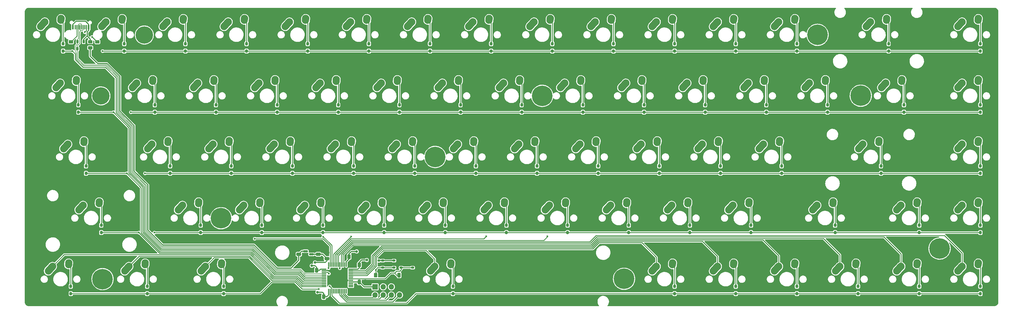
<source format=gbl>
G04 #@! TF.GenerationSoftware,KiCad,Pcbnew,(6.0.2)*
G04 #@! TF.CreationDate,2022-08-27T10:29:13-07:00*
G04 #@! TF.ProjectId,Alps68,416c7073-3638-42e6-9b69-6361645f7063,A*
G04 #@! TF.SameCoordinates,Original*
G04 #@! TF.FileFunction,Copper,L2,Bot*
G04 #@! TF.FilePolarity,Positive*
%FSLAX46Y46*%
G04 Gerber Fmt 4.6, Leading zero omitted, Abs format (unit mm)*
G04 Created by KiCad (PCBNEW (6.0.2)) date 2022-08-27 10:29:13*
%MOMM*%
%LPD*%
G01*
G04 APERTURE LIST*
G04 Aperture macros list*
%AMRoundRect*
0 Rectangle with rounded corners*
0 $1 Rounding radius*
0 $2 $3 $4 $5 $6 $7 $8 $9 X,Y pos of 4 corners*
0 Add a 4 corners polygon primitive as box body*
4,1,4,$2,$3,$4,$5,$6,$7,$8,$9,$2,$3,0*
0 Add four circle primitives for the rounded corners*
1,1,$1+$1,$2,$3*
1,1,$1+$1,$4,$5*
1,1,$1+$1,$6,$7*
1,1,$1+$1,$8,$9*
0 Add four rect primitives between the rounded corners*
20,1,$1+$1,$2,$3,$4,$5,0*
20,1,$1+$1,$4,$5,$6,$7,0*
20,1,$1+$1,$6,$7,$8,$9,0*
20,1,$1+$1,$8,$9,$2,$3,0*%
%AMHorizOval*
0 Thick line with rounded ends*
0 $1 width*
0 $2 $3 position (X,Y) of the first rounded end (center of the circle)*
0 $4 $5 position (X,Y) of the second rounded end (center of the circle)*
0 Add line between two ends*
20,1,$1,$2,$3,$4,$5,0*
0 Add two circle primitives to create the rounded ends*
1,1,$1,$2,$3*
1,1,$1,$4,$5*%
G04 Aperture macros list end*
G04 #@! TA.AperFunction,ComponentPad*
%ADD10C,2.250000*%
G04 #@! TD*
G04 #@! TA.AperFunction,ComponentPad*
%ADD11HorizOval,2.250000X0.655008X0.729993X-0.655008X-0.729993X0*%
G04 #@! TD*
G04 #@! TA.AperFunction,ComponentPad*
%ADD12HorizOval,2.250000X0.020004X0.290000X-0.020004X-0.290000X0*%
G04 #@! TD*
G04 #@! TA.AperFunction,ComponentPad*
%ADD13C,0.800000*%
G04 #@! TD*
G04 #@! TA.AperFunction,ComponentPad*
%ADD14C,6.400000*%
G04 #@! TD*
G04 #@! TA.AperFunction,ComponentPad*
%ADD15C,5.400000*%
G04 #@! TD*
G04 #@! TA.AperFunction,SMDPad,CuDef*
%ADD16RoundRect,0.160000X0.240000X-0.340000X0.240000X0.340000X-0.240000X0.340000X-0.240000X-0.340000X0*%
G04 #@! TD*
G04 #@! TA.AperFunction,SMDPad,CuDef*
%ADD17RoundRect,0.150000X0.350000X0.150000X-0.350000X0.150000X-0.350000X-0.150000X0.350000X-0.150000X0*%
G04 #@! TD*
G04 #@! TA.AperFunction,SMDPad,CuDef*
%ADD18RoundRect,0.250000X0.250000X0.475000X-0.250000X0.475000X-0.250000X-0.475000X0.250000X-0.475000X0*%
G04 #@! TD*
G04 #@! TA.AperFunction,SMDPad,CuDef*
%ADD19RoundRect,0.250000X-0.250000X-0.475000X0.250000X-0.475000X0.250000X0.475000X-0.250000X0.475000X0*%
G04 #@! TD*
G04 #@! TA.AperFunction,SMDPad,CuDef*
%ADD20RoundRect,0.250000X-0.262500X-0.450000X0.262500X-0.450000X0.262500X0.450000X-0.262500X0.450000X0*%
G04 #@! TD*
G04 #@! TA.AperFunction,SMDPad,CuDef*
%ADD21RoundRect,0.250000X0.450000X-0.262500X0.450000X0.262500X-0.450000X0.262500X-0.450000X-0.262500X0*%
G04 #@! TD*
G04 #@! TA.AperFunction,SMDPad,CuDef*
%ADD22RoundRect,0.250000X0.475000X-0.250000X0.475000X0.250000X-0.475000X0.250000X-0.475000X-0.250000X0*%
G04 #@! TD*
G04 #@! TA.AperFunction,SMDPad,CuDef*
%ADD23R,0.600000X1.450000*%
G04 #@! TD*
G04 #@! TA.AperFunction,SMDPad,CuDef*
%ADD24R,0.300000X1.450000*%
G04 #@! TD*
G04 #@! TA.AperFunction,ComponentPad*
%ADD25O,1.000000X2.100000*%
G04 #@! TD*
G04 #@! TA.AperFunction,ComponentPad*
%ADD26O,1.000000X1.600000*%
G04 #@! TD*
G04 #@! TA.AperFunction,ComponentPad*
%ADD27R,1.700000X1.700000*%
G04 #@! TD*
G04 #@! TA.AperFunction,ComponentPad*
%ADD28O,1.700000X1.700000*%
G04 #@! TD*
G04 #@! TA.AperFunction,SMDPad,CuDef*
%ADD29RoundRect,0.200000X0.300000X0.325000X-0.300000X0.325000X-0.300000X-0.325000X0.300000X-0.325000X0*%
G04 #@! TD*
G04 #@! TA.AperFunction,SMDPad,CuDef*
%ADD30RoundRect,0.120000X0.180000X0.405000X-0.180000X0.405000X-0.180000X-0.405000X0.180000X-0.405000X0*%
G04 #@! TD*
G04 #@! TA.AperFunction,SMDPad,CuDef*
%ADD31RoundRect,0.150000X0.587500X0.150000X-0.587500X0.150000X-0.587500X-0.150000X0.587500X-0.150000X0*%
G04 #@! TD*
G04 #@! TA.AperFunction,SMDPad,CuDef*
%ADD32RoundRect,0.075000X0.662500X0.075000X-0.662500X0.075000X-0.662500X-0.075000X0.662500X-0.075000X0*%
G04 #@! TD*
G04 #@! TA.AperFunction,SMDPad,CuDef*
%ADD33RoundRect,0.075000X0.075000X0.662500X-0.075000X0.662500X-0.075000X-0.662500X0.075000X-0.662500X0*%
G04 #@! TD*
G04 #@! TA.AperFunction,SMDPad,CuDef*
%ADD34RoundRect,0.243750X0.456250X-0.243750X0.456250X0.243750X-0.456250X0.243750X-0.456250X-0.243750X0*%
G04 #@! TD*
G04 #@! TA.AperFunction,ViaPad*
%ADD35C,0.800000*%
G04 #@! TD*
G04 #@! TA.AperFunction,ViaPad*
%ADD36C,0.600000*%
G04 #@! TD*
G04 #@! TA.AperFunction,Conductor*
%ADD37C,0.300000*%
G04 #@! TD*
G04 #@! TA.AperFunction,Conductor*
%ADD38C,0.250000*%
G04 #@! TD*
G04 #@! TA.AperFunction,Conductor*
%ADD39C,0.150000*%
G04 #@! TD*
G04 APERTURE END LIST*
D10*
X166025000Y-50260660D03*
D11*
X165370008Y-50990667D03*
D12*
X171045004Y-49470660D03*
D10*
X171065000Y-49180660D03*
X227937500Y-107410660D03*
D11*
X227282508Y-108140667D03*
D10*
X232977500Y-106330660D03*
D12*
X232957504Y-106620660D03*
D10*
X35056250Y-126460660D03*
D11*
X34401258Y-127190667D03*
D12*
X40076254Y-125670660D03*
D10*
X40096250Y-125380660D03*
X194600000Y-69310660D03*
D11*
X193945008Y-70040667D03*
D12*
X199620004Y-68520660D03*
D10*
X199640000Y-68230660D03*
X89825000Y-50260660D03*
D11*
X89170008Y-50990667D03*
D12*
X94845004Y-49470660D03*
D10*
X94865000Y-49180660D03*
D11*
X51070008Y-50990667D03*
D10*
X51725000Y-50260660D03*
X56765000Y-49180660D03*
D12*
X56745004Y-49470660D03*
D11*
X136795008Y-70040667D03*
D10*
X137450000Y-69310660D03*
D12*
X142470004Y-68520660D03*
D10*
X142490000Y-68230660D03*
D11*
X217757508Y-89090667D03*
D10*
X218412500Y-88360660D03*
X223452500Y-87280660D03*
D12*
X223432504Y-87570660D03*
D13*
X313087676Y-122717196D03*
X313087676Y-119123084D03*
X309693564Y-119123084D03*
X309693564Y-122717196D03*
D14*
X311390620Y-120920140D03*
D13*
X311390620Y-123320140D03*
X311390620Y-118520140D03*
D10*
X294612500Y-69310660D03*
D11*
X293957508Y-70040667D03*
D12*
X299632504Y-68520660D03*
D10*
X299652500Y-68230660D03*
X108875000Y-50260660D03*
D11*
X108220008Y-50990667D03*
D10*
X113915000Y-49180660D03*
D12*
X113895004Y-49470660D03*
D10*
X280325000Y-126460660D03*
D11*
X279670008Y-127190667D03*
D12*
X285345004Y-125670660D03*
D10*
X285365000Y-125380660D03*
X318425000Y-69310660D03*
D11*
X317770008Y-70040667D03*
D12*
X323445004Y-68520660D03*
D10*
X323465000Y-68230660D03*
D11*
X84407508Y-89090667D03*
D10*
X85062500Y-88360660D03*
X90102500Y-87280660D03*
D12*
X90082504Y-87570660D03*
D10*
X70775000Y-50260660D03*
D11*
X70120008Y-50990667D03*
D10*
X75815000Y-49180660D03*
D12*
X75795004Y-49470660D03*
D11*
X122507508Y-89090667D03*
D10*
X123162500Y-88360660D03*
D12*
X128182504Y-87570660D03*
D10*
X128202500Y-87280660D03*
X118400000Y-69310660D03*
D11*
X117745008Y-70040667D03*
D12*
X123420004Y-68520660D03*
D10*
X123440000Y-68230660D03*
D11*
X208232508Y-108140667D03*
D10*
X208887500Y-107410660D03*
X213927500Y-106330660D03*
D12*
X213907504Y-106620660D03*
D11*
X255857508Y-89090667D03*
D10*
X256512500Y-88360660D03*
X261552500Y-87280660D03*
D12*
X261532504Y-87570660D03*
D10*
X44581250Y-107410660D03*
D11*
X43926258Y-108140667D03*
D12*
X49601254Y-106620660D03*
D10*
X49621250Y-106330660D03*
D11*
X270145008Y-70040667D03*
D10*
X270800000Y-69310660D03*
X275840000Y-68230660D03*
D12*
X275820004Y-68520660D03*
D11*
X184420008Y-50990667D03*
D10*
X185075000Y-50260660D03*
X190115000Y-49180660D03*
D12*
X190095004Y-49470660D03*
D10*
X161262500Y-88360660D03*
D11*
X160607508Y-89090667D03*
D12*
X166282504Y-87570660D03*
D10*
X166302500Y-87280660D03*
X58868750Y-126460660D03*
D11*
X58213758Y-127190667D03*
D12*
X63888754Y-125670660D03*
D10*
X63908750Y-125380660D03*
D11*
X65357508Y-89090667D03*
D10*
X66012500Y-88360660D03*
D12*
X71032504Y-87570660D03*
D10*
X71052500Y-87280660D03*
X32675000Y-50260660D03*
D11*
X32020008Y-50990667D03*
D12*
X37695004Y-49470660D03*
D10*
X37715000Y-49180660D03*
D15*
X63659140Y-54347020D03*
D10*
X189837500Y-107410660D03*
D11*
X189182508Y-108140667D03*
D12*
X194857504Y-106620660D03*
D10*
X194877500Y-106330660D03*
D11*
X112982508Y-108140667D03*
D10*
X113637500Y-107410660D03*
D12*
X118657504Y-106620660D03*
D10*
X118677500Y-106330660D03*
X232700000Y-69310660D03*
D11*
X232045008Y-70040667D03*
D12*
X237720004Y-68520660D03*
D10*
X237740000Y-68230660D03*
D11*
X132032508Y-108140667D03*
D10*
X132687500Y-107410660D03*
X137727500Y-106330660D03*
D12*
X137707504Y-106620660D03*
D11*
X36782508Y-70040667D03*
D10*
X37437500Y-69310660D03*
X42477500Y-68230660D03*
D12*
X42457504Y-68520660D03*
D10*
X75537500Y-107410660D03*
D11*
X74882508Y-108140667D03*
D10*
X80577500Y-106330660D03*
D12*
X80557504Y-106620660D03*
D10*
X170787500Y-107410660D03*
D11*
X170132508Y-108140667D03*
D12*
X175807504Y-106620660D03*
D10*
X175827500Y-106330660D03*
D11*
X317770008Y-127190667D03*
D10*
X318425000Y-126460660D03*
D12*
X323445004Y-125670660D03*
D10*
X323465000Y-125380660D03*
X199362500Y-88360660D03*
D11*
X198707508Y-89090667D03*
D10*
X204402500Y-87280660D03*
D12*
X204382504Y-87570660D03*
D11*
X39163758Y-89090667D03*
D10*
X39818750Y-88360660D03*
D12*
X44838754Y-87570660D03*
D10*
X44858750Y-87280660D03*
D11*
X103457508Y-89090667D03*
D10*
X104112500Y-88360660D03*
X109152500Y-87280660D03*
D12*
X109132504Y-87570660D03*
D10*
X318425000Y-88360660D03*
D11*
X317770008Y-89090667D03*
D12*
X323445004Y-87570660D03*
D10*
X323465000Y-87280660D03*
X213650000Y-69310660D03*
D11*
X212995008Y-70040667D03*
D12*
X218670004Y-68520660D03*
D10*
X218690000Y-68230660D03*
X318425000Y-50260660D03*
D11*
X317770008Y-50990667D03*
D12*
X323445004Y-49470660D03*
D10*
X323465000Y-49180660D03*
X204125000Y-50260660D03*
D11*
X203470008Y-50990667D03*
D10*
X209165000Y-49180660D03*
D12*
X209145004Y-49470660D03*
D10*
X273181250Y-107410660D03*
D11*
X272526258Y-108140667D03*
D10*
X278221250Y-106330660D03*
D12*
X278201254Y-106620660D03*
D11*
X151082508Y-108140667D03*
D10*
X151737500Y-107410660D03*
X156777500Y-106330660D03*
D12*
X156757504Y-106620660D03*
D10*
X246987500Y-107410660D03*
D11*
X246332508Y-108140667D03*
D12*
X252007504Y-106620660D03*
D10*
X252027500Y-106330660D03*
X127925000Y-50260660D03*
D11*
X127270008Y-50990667D03*
D12*
X132945004Y-49470660D03*
D10*
X132965000Y-49180660D03*
X287468750Y-88360660D03*
D11*
X286813758Y-89090667D03*
D10*
X292508750Y-87280660D03*
D12*
X292488754Y-87570660D03*
D10*
X299375000Y-126460660D03*
D11*
X298720008Y-127190667D03*
D12*
X304395004Y-125670660D03*
D10*
X304415000Y-125380660D03*
D13*
X187600980Y-75710660D03*
X189298036Y-71513604D03*
D14*
X187600980Y-73310660D03*
D13*
X185903924Y-75107716D03*
X185903924Y-71513604D03*
X189298036Y-75107716D03*
X187600980Y-70910660D03*
D14*
X273366620Y-54301300D03*
D13*
X271669564Y-56098356D03*
X273366620Y-51901300D03*
X271669564Y-52504244D03*
X275063676Y-56098356D03*
X273366620Y-56701300D03*
X275063676Y-52504244D03*
X52341236Y-128638204D03*
X52341236Y-132232316D03*
X50644180Y-132835260D03*
X48947124Y-128638204D03*
X50644180Y-128035260D03*
D14*
X50644180Y-130435260D03*
D13*
X48947124Y-132232316D03*
D10*
X146975000Y-50260660D03*
D11*
X146320008Y-50990667D03*
D12*
X151995004Y-49470660D03*
D10*
X152015000Y-49180660D03*
D13*
X155973236Y-90563604D03*
D14*
X154276180Y-92360660D03*
D13*
X155973236Y-94157716D03*
X154276180Y-89960660D03*
X152579124Y-90563604D03*
X154276180Y-94760660D03*
X152579124Y-94157716D03*
D10*
X242225000Y-126460660D03*
D11*
X241570008Y-127190667D03*
D12*
X247245004Y-125670660D03*
D10*
X247265000Y-125380660D03*
D11*
X153463758Y-127190667D03*
D10*
X154118750Y-126460660D03*
D12*
X159138754Y-125670660D03*
D10*
X159158750Y-125380660D03*
D11*
X82026258Y-127190667D03*
D10*
X82681250Y-126460660D03*
X87721250Y-125380660D03*
D12*
X87701254Y-125670660D03*
D11*
X222520008Y-127190667D03*
D10*
X223175000Y-126460660D03*
X228215000Y-125380660D03*
D12*
X228195004Y-125670660D03*
D10*
X261275000Y-50260660D03*
D11*
X260620008Y-50990667D03*
D12*
X266295004Y-49470660D03*
D10*
X266315000Y-49180660D03*
X156500000Y-69310660D03*
D11*
X155845008Y-70040667D03*
D12*
X161520004Y-68520660D03*
D10*
X161540000Y-68230660D03*
D11*
X179657508Y-89090667D03*
D10*
X180312500Y-88360660D03*
D12*
X185332504Y-87570660D03*
D10*
X185352500Y-87280660D03*
X99350000Y-69310660D03*
D11*
X98695008Y-70040667D03*
D12*
X104370004Y-68520660D03*
D10*
X104390000Y-68230660D03*
X61250000Y-69310660D03*
D11*
X60595008Y-70040667D03*
D10*
X66290000Y-68230660D03*
D12*
X66270004Y-68520660D03*
D15*
X50146340Y-73320820D03*
D13*
X87570700Y-109056380D03*
X89267756Y-113253436D03*
D14*
X87570700Y-111456380D03*
D13*
X89267756Y-109659324D03*
X87570700Y-113856380D03*
X85873644Y-113253436D03*
X85873644Y-109659324D03*
D11*
X241570008Y-50990667D03*
D10*
X242225000Y-50260660D03*
X247265000Y-49180660D03*
D12*
X247245004Y-49470660D03*
D10*
X318425000Y-107410660D03*
D11*
X317770008Y-108140667D03*
D10*
X323465000Y-106330660D03*
D12*
X323445004Y-106620660D03*
D10*
X251750000Y-69310660D03*
D11*
X251095008Y-70040667D03*
D12*
X256770004Y-68520660D03*
D10*
X256790000Y-68230660D03*
D11*
X260620008Y-127190667D03*
D10*
X261275000Y-126460660D03*
D12*
X266295004Y-125670660D03*
D10*
X266315000Y-125380660D03*
X223175000Y-50260660D03*
D11*
X222520008Y-50990667D03*
D12*
X228195004Y-49470660D03*
D10*
X228215000Y-49180660D03*
D11*
X141557508Y-89090667D03*
D10*
X142212500Y-88360660D03*
X147252500Y-87280660D03*
D12*
X147232504Y-87570660D03*
D11*
X93932508Y-108140667D03*
D10*
X94587500Y-107410660D03*
D12*
X99607504Y-106620660D03*
D10*
X99627500Y-106330660D03*
D14*
X213102580Y-130343820D03*
D13*
X211405524Y-132140876D03*
X213102580Y-132743820D03*
X213102580Y-127943820D03*
X214799636Y-128546764D03*
X211405524Y-128546764D03*
X214799636Y-132140876D03*
D10*
X289850000Y-50260660D03*
D11*
X289195008Y-50990667D03*
D12*
X294870004Y-49470660D03*
D10*
X294890000Y-49180660D03*
D11*
X298720008Y-108140667D03*
D10*
X299375000Y-107410660D03*
D12*
X304395004Y-106620660D03*
D10*
X304415000Y-106330660D03*
D11*
X236807508Y-89090667D03*
D10*
X237462500Y-88360660D03*
D12*
X242482504Y-87570660D03*
D10*
X242502500Y-87280660D03*
D13*
X285146804Y-71478044D03*
X288540916Y-75072156D03*
X288540916Y-71478044D03*
X285146804Y-75072156D03*
X286843860Y-70875100D03*
D14*
X286843860Y-73275100D03*
D13*
X286843860Y-75675100D03*
D10*
X80300000Y-69310660D03*
D11*
X79645008Y-70040667D03*
D10*
X85340000Y-68230660D03*
D12*
X85320004Y-68520660D03*
D11*
X174895008Y-70040667D03*
D10*
X175550000Y-69310660D03*
D12*
X180570004Y-68520660D03*
D10*
X180590000Y-68230660D03*
D16*
X233612500Y-115940119D03*
X233612500Y-113640119D03*
X238375000Y-78410660D03*
X238375000Y-76110660D03*
D17*
X147200200Y-124655400D03*
X143650200Y-124655400D03*
X147200200Y-126855400D03*
X143650200Y-126855400D03*
D16*
X305050000Y-134960660D03*
X305050000Y-132660660D03*
X100262500Y-115940119D03*
X100262500Y-113640119D03*
X190750000Y-59360660D03*
X190750000Y-57060660D03*
X162175000Y-78410660D03*
X162175000Y-76110660D03*
X324100000Y-115940119D03*
X324100000Y-113640119D03*
X57400000Y-59360660D03*
X57400000Y-57060660D03*
X257425000Y-78410660D03*
X257425000Y-76110660D03*
X95500000Y-59360660D03*
X95500000Y-57060660D03*
X214562500Y-115940119D03*
X214562500Y-113640119D03*
X185987500Y-97460660D03*
X185987500Y-95160660D03*
X90737500Y-97460660D03*
X90737500Y-95160660D03*
X324100000Y-134960660D03*
X324100000Y-132660660D03*
D18*
X144917200Y-129184400D03*
X143017200Y-129184400D03*
D16*
X181225000Y-78410660D03*
X181225000Y-76110660D03*
X147887500Y-97460660D03*
X147887500Y-95160660D03*
D19*
X130618000Y-131349660D03*
X132518000Y-131349660D03*
D16*
X159793750Y-134960660D03*
X159793750Y-132660660D03*
X247900000Y-134960660D03*
X247900000Y-132660660D03*
X119312500Y-115940119D03*
X119312500Y-113640119D03*
X247900000Y-59360660D03*
X247900000Y-57060660D03*
D17*
X141417200Y-124661660D03*
X137867200Y-124661660D03*
X137867200Y-126861660D03*
X141417200Y-126861660D03*
D16*
X195512500Y-115940119D03*
X195512500Y-113640119D03*
X64543750Y-134960660D03*
X64543750Y-132660660D03*
D20*
X135735500Y-129190660D03*
X137560500Y-129190660D03*
D16*
X324100000Y-97460660D03*
X324100000Y-95160660D03*
X85975000Y-78410660D03*
X85975000Y-76110660D03*
D21*
X49018000Y-58297360D03*
X49018000Y-56472360D03*
D16*
X50256250Y-115940119D03*
X50256250Y-113640119D03*
X88356250Y-134960660D03*
X88356250Y-132660660D03*
X66925000Y-78410660D03*
X66925000Y-76110660D03*
X228850000Y-59360660D03*
X228850000Y-57060660D03*
X300287500Y-78410660D03*
X300287500Y-76110660D03*
D22*
X117852000Y-122698460D03*
X117852000Y-120798460D03*
D16*
X143125000Y-78410660D03*
X143125000Y-76110660D03*
X219325000Y-78410660D03*
X219325000Y-76110660D03*
X286000000Y-134960660D03*
X286000000Y-132660660D03*
X105025000Y-78410660D03*
X105025000Y-76110660D03*
X40731250Y-134960660D03*
X40731250Y-132660660D03*
X262187500Y-97460660D03*
X262187500Y-95160660D03*
D23*
X40622340Y-51894720D03*
X41422340Y-51894720D03*
D24*
X42622340Y-51894720D03*
X43622340Y-51894720D03*
X44122340Y-51894720D03*
X45122340Y-51894720D03*
D23*
X46322340Y-51894720D03*
X47122340Y-51894720D03*
X47122340Y-51894720D03*
X46322340Y-51894720D03*
D24*
X45622340Y-51894720D03*
X44622340Y-51894720D03*
X43122340Y-51894720D03*
X42122340Y-51894720D03*
D23*
X41422340Y-51894720D03*
X40622340Y-51894720D03*
D25*
X48192340Y-50979720D03*
D26*
X39552340Y-46799720D03*
X48192340Y-46799720D03*
D25*
X39552340Y-50979720D03*
D27*
X135527693Y-132859424D03*
D28*
X135527693Y-135399424D03*
X138067693Y-132859424D03*
X138067693Y-135399424D03*
X140607693Y-132859424D03*
X140607693Y-135399424D03*
X143147693Y-132859424D03*
X143147693Y-135399424D03*
D16*
X228850000Y-134960660D03*
X228850000Y-132660660D03*
D29*
X44581000Y-58611860D03*
D30*
X42861000Y-58611860D03*
X42861000Y-56411860D03*
X44761000Y-56411860D03*
D22*
X120519000Y-124044660D03*
X120519000Y-122144660D03*
D16*
X176462500Y-115940119D03*
X176462500Y-113640119D03*
X114550000Y-59360660D03*
X114550000Y-57060660D03*
X324100000Y-78410660D03*
X324100000Y-76110660D03*
D18*
X119513200Y-135921660D03*
X117613200Y-135921660D03*
D16*
X278856250Y-115940119D03*
X278856250Y-113640119D03*
D31*
X115741500Y-120798460D03*
X115741500Y-122698460D03*
X113866500Y-121748460D03*
D16*
X128837500Y-97460660D03*
X128837500Y-95160660D03*
X133600000Y-59360660D03*
X133600000Y-57060660D03*
X81212500Y-115940119D03*
X81212500Y-113640119D03*
X109787500Y-97460660D03*
X109787500Y-95160660D03*
X205037500Y-97460660D03*
X205037500Y-95160660D03*
X243137500Y-97460660D03*
X243137500Y-95160660D03*
D22*
X111756000Y-122698460D03*
X111756000Y-120798460D03*
D16*
X171700000Y-59360660D03*
X171700000Y-57060660D03*
X76450000Y-59360660D03*
X76450000Y-57060660D03*
X266950000Y-134960660D03*
X266950000Y-132660660D03*
X200275000Y-78410660D03*
X200275000Y-76110660D03*
X157412500Y-115940119D03*
X157412500Y-113640119D03*
X266950000Y-59360660D03*
X266950000Y-57060660D03*
X43112500Y-78410660D03*
X43112500Y-76110660D03*
X324100000Y-59360660D03*
X324100000Y-57060660D03*
X293143750Y-97460660D03*
X293143750Y-95160660D03*
X45493750Y-97460660D03*
X45493750Y-95160660D03*
D32*
X127983500Y-127304260D03*
X127983500Y-127804260D03*
X127983500Y-128304260D03*
X127983500Y-128804260D03*
X127983500Y-129304260D03*
X127983500Y-129804260D03*
X127983500Y-130304260D03*
X127983500Y-130804260D03*
X127983500Y-131304260D03*
X127983500Y-131804260D03*
X127983500Y-132304260D03*
X127983500Y-132804260D03*
D33*
X126571000Y-134216760D03*
X126071000Y-134216760D03*
X125571000Y-134216760D03*
X125071000Y-134216760D03*
X124571000Y-134216760D03*
X124071000Y-134216760D03*
X123571000Y-134216760D03*
X123071000Y-134216760D03*
X122571000Y-134216760D03*
X122071000Y-134216760D03*
X121571000Y-134216760D03*
X121071000Y-134216760D03*
D32*
X119658500Y-132804260D03*
X119658500Y-132304260D03*
X119658500Y-131804260D03*
X119658500Y-131304260D03*
X119658500Y-130804260D03*
X119658500Y-130304260D03*
X119658500Y-129804260D03*
X119658500Y-129304260D03*
X119658500Y-128804260D03*
X119658500Y-128304260D03*
X119658500Y-127804260D03*
X119658500Y-127304260D03*
D33*
X121071000Y-125891760D03*
X121571000Y-125891760D03*
X122071000Y-125891760D03*
X122571000Y-125891760D03*
X123071000Y-125891760D03*
X123571000Y-125891760D03*
X124071000Y-125891760D03*
X124571000Y-125891760D03*
X125071000Y-125891760D03*
X125571000Y-125891760D03*
X126071000Y-125891760D03*
X126571000Y-125891760D03*
D16*
X38350000Y-59360660D03*
X38350000Y-57060660D03*
D21*
X40811000Y-58297360D03*
X40811000Y-56472360D03*
D16*
X209800000Y-59360660D03*
X209800000Y-57060660D03*
X224087500Y-97460660D03*
X224087500Y-95160660D03*
X124075000Y-78410660D03*
X124075000Y-76110660D03*
D19*
X127447000Y-123435660D03*
X129347000Y-123435660D03*
D16*
X295525000Y-59360660D03*
X295525000Y-57060660D03*
X276475000Y-78410660D03*
X276475000Y-76110660D03*
X71687500Y-97460660D03*
X71687500Y-95160660D03*
X152650000Y-59360660D03*
X152650000Y-57060660D03*
X166937500Y-97460660D03*
X166937500Y-95160660D03*
D19*
X130618000Y-126015660D03*
X132518000Y-126015660D03*
D18*
X117344000Y-127692060D03*
X115444000Y-127692060D03*
D16*
X252662500Y-115940119D03*
X252662500Y-113640119D03*
X305050000Y-115940119D03*
X305050000Y-113640119D03*
D34*
X46811000Y-58322360D03*
X46811000Y-56447360D03*
D16*
X138362500Y-115940119D03*
X138362500Y-113640119D03*
D35*
X46604897Y-54343603D03*
X121695740Y-127804260D03*
X118900000Y-124300000D03*
X44196000Y-54356000D03*
X130650000Y-120900000D03*
X119500000Y-119350000D03*
D36*
X45093500Y-53450088D03*
X47361480Y-54949580D03*
X98044000Y-117856000D03*
X119390500Y-117231500D03*
X128087145Y-117163160D03*
X170180000Y-117114619D03*
X189230000Y-117114619D03*
D35*
X116836000Y-125253660D03*
X132965000Y-124491660D03*
X129800000Y-121820000D03*
X117598000Y-134524660D03*
X115814000Y-126275660D03*
X136719260Y-124661660D03*
D36*
X50649000Y-59360660D03*
X41251000Y-59360660D03*
X59462260Y-78410660D03*
X54050340Y-78410660D03*
X58216942Y-97460660D03*
X63857000Y-97460660D03*
X61960804Y-115940119D03*
X66787119Y-115940119D03*
X118034760Y-133528760D03*
X121412000Y-132715000D03*
X121158000Y-128739691D03*
X121071000Y-127040000D03*
X124571000Y-127080000D03*
X135760000Y-127565660D03*
D37*
X119658500Y-127804260D02*
X121695740Y-127804260D01*
X47122340Y-51894720D02*
X47122340Y-53695240D01*
X47122340Y-53826160D02*
X46604897Y-54343603D01*
X47122340Y-53695240D02*
X47122340Y-53826160D01*
X121571000Y-134216760D02*
X121571000Y-135979000D01*
D38*
X38350000Y-50435660D02*
X37675000Y-49760660D01*
X38350000Y-57060660D02*
X38350000Y-50435660D01*
X57400000Y-57060660D02*
X57400000Y-50435660D01*
X57400000Y-50435660D02*
X56725000Y-49760660D01*
X76450000Y-50435660D02*
X75775000Y-49760660D01*
X76450000Y-57060660D02*
X76450000Y-50435660D01*
X95500000Y-50435660D02*
X94825000Y-49760660D01*
X95500000Y-57060660D02*
X95500000Y-50435660D01*
X114550000Y-57060660D02*
X114550000Y-50435660D01*
X114550000Y-50435660D02*
X113875000Y-49760660D01*
X133600000Y-50435660D02*
X132925000Y-49760660D01*
X133600000Y-57060660D02*
X133600000Y-50435660D01*
X152650000Y-50435660D02*
X151975000Y-49760660D01*
X152650000Y-57060660D02*
X152650000Y-50435660D01*
X171700000Y-50435660D02*
X171025000Y-49760660D01*
X171700000Y-57060660D02*
X171700000Y-50435660D01*
X190750000Y-50435660D02*
X190075000Y-49760660D01*
X190750000Y-57060660D02*
X190750000Y-50435660D01*
X209800000Y-50435660D02*
X209125000Y-49760660D01*
X209800000Y-57060660D02*
X209800000Y-50435660D01*
X228850000Y-50435660D02*
X228175000Y-49760660D01*
X228850000Y-57060660D02*
X228850000Y-50435660D01*
X247900000Y-50435660D02*
X247225000Y-49760660D01*
X247900000Y-57060660D02*
X247900000Y-50435660D01*
X266950000Y-50435660D02*
X266275000Y-49760660D01*
X266950000Y-57060660D02*
X266950000Y-50435660D01*
X295525000Y-50435660D02*
X294850000Y-49760660D01*
X295525000Y-57060660D02*
X295525000Y-50435660D01*
X324100000Y-57060660D02*
X324100000Y-50435660D01*
X324100000Y-50435660D02*
X323425000Y-49760660D01*
X43112500Y-69485660D02*
X42437500Y-68810660D01*
X43112500Y-76110660D02*
X43112500Y-69485660D01*
X66925000Y-76110660D02*
X66925000Y-69485660D01*
X66925000Y-69485660D02*
X66250000Y-68810660D01*
X85975000Y-69485660D02*
X85300000Y-68810660D01*
X85975000Y-76110660D02*
X85975000Y-69485660D01*
X105025000Y-69485660D02*
X104350000Y-68810660D01*
X105025000Y-76110660D02*
X105025000Y-69485660D01*
X124075000Y-69485660D02*
X123400000Y-68810660D01*
X124075000Y-76110660D02*
X124075000Y-69485660D01*
X143125000Y-69485660D02*
X142450000Y-68810660D01*
X143125000Y-76110660D02*
X143125000Y-69485660D01*
X162175000Y-69485660D02*
X161500000Y-68810660D01*
X162175000Y-76110660D02*
X162175000Y-69485660D01*
X181225000Y-76110660D02*
X181225000Y-69485660D01*
X181225000Y-69485660D02*
X180550000Y-68810660D01*
X200275000Y-76110660D02*
X200275000Y-69485660D01*
X200275000Y-69485660D02*
X199600000Y-68810660D01*
X219325000Y-76110660D02*
X219325000Y-69485660D01*
X219325000Y-69485660D02*
X218650000Y-68810660D01*
X257425000Y-69485660D02*
X256750000Y-68810660D01*
X257425000Y-76110660D02*
X257425000Y-69485660D01*
X276475000Y-69485660D02*
X275800000Y-68810660D01*
X276475000Y-76110660D02*
X276475000Y-69485660D01*
X300287500Y-76110660D02*
X300287500Y-69485660D01*
X300287500Y-69485660D02*
X299612500Y-68810660D01*
X324100000Y-76110660D02*
X324100000Y-69485660D01*
X324100000Y-69485660D02*
X323425000Y-68810660D01*
X45493750Y-95160660D02*
X45493750Y-88535660D01*
X45493750Y-88535660D02*
X44818750Y-87860660D01*
X71687500Y-95160660D02*
X71687500Y-88535660D01*
X71687500Y-88535660D02*
X71012500Y-87860660D01*
X90737500Y-95160660D02*
X90737500Y-88535660D01*
X90737500Y-88535660D02*
X90062500Y-87860660D01*
X109787500Y-88535660D02*
X109112500Y-87860660D01*
X109787500Y-95160660D02*
X109787500Y-88535660D01*
X128837500Y-88535660D02*
X128162500Y-87860660D01*
X128837500Y-95160660D02*
X128837500Y-88535660D01*
X147887500Y-88535660D02*
X147212500Y-87860660D01*
X147887500Y-95160660D02*
X147887500Y-88535660D01*
X185987500Y-88535660D02*
X185312500Y-87860660D01*
X185987500Y-95160660D02*
X185987500Y-88535660D01*
X205037500Y-95160660D02*
X205037500Y-88535660D01*
X205037500Y-88535660D02*
X204362500Y-87860660D01*
X224087500Y-88535660D02*
X223412500Y-87860660D01*
X224087500Y-95160660D02*
X224087500Y-88535660D01*
X243137500Y-88535660D02*
X242462500Y-87860660D01*
X243137500Y-95160660D02*
X243137500Y-88535660D01*
X262187500Y-95160660D02*
X262187500Y-88535660D01*
X262187500Y-88535660D02*
X261512500Y-87860660D01*
X293143750Y-95160660D02*
X293143750Y-88535660D01*
X293143750Y-88535660D02*
X292468750Y-87860660D01*
X324100000Y-95160660D02*
X324100000Y-88535660D01*
X324100000Y-88535660D02*
X323425000Y-87860660D01*
X50256250Y-113640119D02*
X50256250Y-107585660D01*
X50256250Y-107585660D02*
X49581250Y-106910660D01*
X81212500Y-107585660D02*
X80537500Y-106910660D01*
X81212500Y-113640119D02*
X81212500Y-107585660D01*
X100262500Y-113640119D02*
X100262500Y-107585660D01*
X100262500Y-107585660D02*
X99587500Y-106910660D01*
X119312500Y-107585660D02*
X118637500Y-106910660D01*
X119312500Y-113640119D02*
X119312500Y-107585660D01*
X138362500Y-113640119D02*
X138362500Y-107585660D01*
X138362500Y-107585660D02*
X137687500Y-106910660D01*
X157412500Y-113640119D02*
X157412500Y-107585660D01*
X157412500Y-107585660D02*
X156737500Y-106910660D01*
X176462500Y-107585660D02*
X175787500Y-106910660D01*
X176462500Y-113640119D02*
X176462500Y-107585660D01*
X195512500Y-113640119D02*
X195512500Y-107585660D01*
X195512500Y-107585660D02*
X194837500Y-106910660D01*
X214562500Y-113640119D02*
X214562500Y-107585660D01*
X214562500Y-107585660D02*
X213887500Y-106910660D01*
X233612500Y-113640119D02*
X233612500Y-107585660D01*
X233612500Y-107585660D02*
X232937500Y-106910660D01*
X252662500Y-107585660D02*
X251987500Y-106910660D01*
X252662500Y-113640119D02*
X252662500Y-107585660D01*
X278856250Y-113640119D02*
X278856250Y-107585660D01*
X278856250Y-107585660D02*
X278181250Y-106910660D01*
X305050000Y-113640119D02*
X305050000Y-107585660D01*
X305050000Y-107585660D02*
X304375000Y-106910660D01*
X324100000Y-107585660D02*
X323425000Y-106910660D01*
X324100000Y-113640119D02*
X324100000Y-107585660D01*
X40731250Y-132660660D02*
X40731250Y-126635660D01*
X40731250Y-126635660D02*
X40056250Y-125960660D01*
X64543750Y-132660660D02*
X64543750Y-126635660D01*
X64543750Y-126635660D02*
X63868750Y-125960660D01*
X88356250Y-126635660D02*
X87681250Y-125960660D01*
X88356250Y-132660660D02*
X88356250Y-126635660D01*
X159793750Y-132660660D02*
X159793750Y-126635660D01*
X159793750Y-126635660D02*
X159118750Y-125960660D01*
X228850000Y-132660660D02*
X228850000Y-126635660D01*
X228850000Y-126635660D02*
X228175000Y-125960660D01*
X247900000Y-126635660D02*
X247225000Y-125960660D01*
X247900000Y-132660660D02*
X247900000Y-126635660D01*
X266950000Y-132660660D02*
X266950000Y-126635660D01*
X266950000Y-126635660D02*
X266275000Y-125960660D01*
X286000000Y-132660660D02*
X286000000Y-126635660D01*
X286000000Y-126635660D02*
X285325000Y-125960660D01*
X305050000Y-132660660D02*
X305050000Y-126635660D01*
X305050000Y-126635660D02*
X304375000Y-125960660D01*
X324100000Y-132660660D02*
X324100000Y-126635660D01*
X324100000Y-126635660D02*
X323425000Y-125960660D01*
D37*
X45843000Y-54641660D02*
X45843000Y-53371660D01*
X45357651Y-50069660D02*
X42387029Y-50069660D01*
X46811000Y-55609660D02*
X45843000Y-54641660D01*
X41422340Y-51034349D02*
X41422340Y-51894720D01*
X45843000Y-53371660D02*
X46322340Y-52892320D01*
X44761000Y-56411860D02*
X44761000Y-55723660D01*
X44761000Y-55723660D02*
X45843000Y-54641660D01*
X42387029Y-50069660D02*
X41422340Y-51034349D01*
X46811000Y-56447360D02*
X46811000Y-55609660D01*
X46322340Y-52892320D02*
X46322340Y-51894720D01*
X46322340Y-51894720D02*
X46322340Y-51034349D01*
X46322340Y-51034349D02*
X45357651Y-50069660D01*
D38*
X42622340Y-51894720D02*
X42622340Y-54661020D01*
X42622340Y-54661020D02*
X40811000Y-56472360D01*
D39*
X44881056Y-63690760D02*
X51897661Y-63690760D01*
X43815000Y-52959000D02*
X43622340Y-52766340D01*
X55587639Y-78251219D02*
X60040012Y-82703593D01*
X112354060Y-127422322D02*
X112607868Y-127676131D01*
X43471860Y-56985140D02*
X42861000Y-57596000D01*
X42861000Y-57596000D02*
X42861000Y-58611860D01*
X64315851Y-101228833D02*
X64315851Y-115328710D01*
X52663151Y-64456249D02*
X55587638Y-67380736D01*
X104863930Y-127422320D02*
X105664000Y-127422320D01*
X105664000Y-127422320D02*
X112354060Y-127422322D01*
X42861000Y-58611860D02*
X42861000Y-61670704D01*
X97693451Y-120251842D02*
X98258305Y-120816695D01*
X98258305Y-120816695D02*
X104863930Y-127422320D01*
X51897661Y-63690760D02*
X52663151Y-64456249D01*
X44429680Y-52959000D02*
X43815000Y-52959000D01*
X64315851Y-115328710D02*
X69238981Y-120251840D01*
X112607868Y-127676131D02*
X113735997Y-128804260D01*
X89535000Y-120251841D02*
X97693451Y-120251842D01*
X55587638Y-67380736D02*
X55587639Y-78251219D01*
X113735997Y-128804260D02*
X119658500Y-128804260D01*
X60040012Y-82703593D02*
X60040012Y-96952994D01*
X43471860Y-53429140D02*
X43471860Y-56985140D01*
X44622340Y-52766340D02*
X44429680Y-52959000D01*
X60040012Y-96952994D02*
X64315851Y-101228833D01*
X43815000Y-53086000D02*
X43471860Y-53429140D01*
X44622340Y-51894720D02*
X44622340Y-52766340D01*
X69238981Y-120251840D02*
X89535000Y-120251841D01*
X43815000Y-52959000D02*
X43815000Y-53086000D01*
X43622340Y-52766340D02*
X43622340Y-51894720D01*
X42861000Y-61670704D02*
X44881056Y-63690760D01*
X42861000Y-56411860D02*
X42861000Y-57101704D01*
X59690492Y-97097770D02*
X63966331Y-101373608D01*
X43122340Y-51894720D02*
X43122340Y-51080000D01*
X63966331Y-101373608D02*
X63966331Y-115473486D01*
X69094205Y-120601360D02*
X97548674Y-120601361D01*
X44736280Y-64040280D02*
X51752887Y-64040281D01*
X104719154Y-127771840D02*
X112209283Y-127771841D01*
X42861000Y-57101704D02*
X42286480Y-57676224D01*
X42286480Y-59831134D02*
X42511480Y-60056134D01*
X43122340Y-51080000D02*
X43307131Y-50895209D01*
X59690493Y-82848370D02*
X59690492Y-83179343D01*
X51752887Y-64040281D02*
X55238119Y-67525513D01*
X43122340Y-55429660D02*
X43122340Y-51894720D01*
X42511480Y-60056134D02*
X42511480Y-61815480D01*
X42861000Y-55691000D02*
X43122340Y-55429660D01*
X55238119Y-67525513D02*
X55238119Y-78395995D01*
X42511480Y-61815480D02*
X44736280Y-64040280D01*
X44122340Y-51894720D02*
X44122340Y-51080000D01*
X97548674Y-120601361D02*
X98392157Y-121444843D01*
X112209283Y-127771841D02*
X113741702Y-129304260D01*
X43937549Y-50895209D02*
X44122340Y-51080000D01*
X98392157Y-121444843D02*
X104719154Y-127771840D01*
X59690492Y-83179343D02*
X59690492Y-97097770D01*
X43307131Y-50895209D02*
X43937549Y-50895209D01*
X42861000Y-56411860D02*
X42861000Y-55691000D01*
X55238119Y-78395995D02*
X59690493Y-82848370D01*
X42286480Y-57676224D02*
X42286480Y-59831134D01*
X63966331Y-115473486D02*
X69094205Y-120601360D01*
X113741702Y-129304260D02*
X119658500Y-129304260D01*
D38*
X45499894Y-53043694D02*
X45093500Y-53450088D01*
X45622340Y-52921248D02*
X45499894Y-53043694D01*
X45622340Y-51894720D02*
X45622340Y-52921248D01*
X48884260Y-56472360D02*
X47361480Y-54949580D01*
X49018000Y-56472360D02*
X48884260Y-56472360D01*
X111174875Y-129969440D02*
X103808876Y-129969440D01*
X119658500Y-131804260D02*
X113009696Y-131804260D01*
X96638396Y-122798960D02*
X38717950Y-122798960D01*
X103808876Y-129969440D02*
X96638396Y-122798960D01*
X113009696Y-131804260D02*
X111174875Y-129969440D01*
X38717950Y-122798960D02*
X35056250Y-126460660D01*
X110988677Y-130418960D02*
X112873978Y-132304260D01*
X103622678Y-130418960D02*
X110988677Y-130418960D01*
X62080930Y-123248480D02*
X96452198Y-123248480D01*
X96452198Y-123248480D02*
X103622678Y-130418960D01*
X112873978Y-132304260D02*
X119658500Y-132304260D01*
X58868750Y-126460660D02*
X62080930Y-123248480D01*
X103436480Y-130868480D02*
X96393000Y-123825000D01*
X110802480Y-130868480D02*
X103436480Y-130868480D01*
X119658500Y-132804260D02*
X112738260Y-132804260D01*
X112738260Y-132804260D02*
X110802480Y-130868480D01*
X82681250Y-126460660D02*
X85443910Y-123698000D01*
X96266000Y-123698000D02*
X96393000Y-123825000D01*
X85443910Y-123698000D02*
X96266000Y-123698000D01*
X121571000Y-120047718D02*
X119379282Y-117856000D01*
X121571000Y-125891760D02*
X121571000Y-120047718D01*
X119379282Y-117856000D02*
X98044000Y-117856000D01*
X122071000Y-125891760D02*
X122071000Y-119912000D01*
X122071000Y-119912000D02*
X121285000Y-119126000D01*
X121285000Y-119126000D02*
X119390500Y-117231500D01*
X122571000Y-125891760D02*
X122571000Y-122679305D01*
X122571000Y-122679305D02*
X128087145Y-117163160D01*
X127983500Y-129304260D02*
X132980552Y-129304260D01*
X132980552Y-129304260D02*
X135964560Y-126320252D01*
X138131841Y-121483819D02*
X151420159Y-121483819D01*
X154118750Y-124182410D02*
X154118750Y-126460660D01*
X135964560Y-123651100D02*
X138131841Y-121483819D01*
X135964560Y-126320252D02*
X135964560Y-123651100D01*
X151420159Y-121483819D02*
X154118750Y-124182410D01*
X123071000Y-122825788D02*
X123071000Y-125891760D01*
X170180000Y-117114619D02*
X169406959Y-117887660D01*
X128009128Y-117887660D02*
X123071000Y-122825788D01*
X169406959Y-117887660D02*
X128009128Y-117887660D01*
X189230000Y-117114619D02*
X189230000Y-117215660D01*
X123571000Y-122961506D02*
X123571000Y-125891760D01*
X189230000Y-117215660D02*
X188108480Y-118337180D01*
X128195326Y-118337180D02*
X123571000Y-122961506D01*
X188108480Y-118337180D02*
X128195326Y-118337180D01*
X203379895Y-121034299D02*
X205326957Y-119087239D01*
X137945644Y-121034299D02*
X203379895Y-121034299D01*
X205326957Y-119087239D02*
X218655239Y-119087239D01*
X135515040Y-123464903D02*
X137945644Y-121034299D01*
X135515040Y-126134054D02*
X135515040Y-123464903D01*
X223175000Y-123607000D02*
X223175000Y-126460660D01*
X127983500Y-128804260D02*
X132844834Y-128804260D01*
X132844834Y-128804260D02*
X135515040Y-126134054D01*
X218655239Y-119087239D02*
X223175000Y-123607000D01*
X135065520Y-125947857D02*
X135065520Y-123278705D01*
X205140759Y-118637719D02*
X237509719Y-118637719D01*
X242225000Y-123353000D02*
X242225000Y-126460660D01*
X203193698Y-120584779D02*
X205140759Y-118637719D01*
X137759447Y-120584779D02*
X203193698Y-120584779D01*
X127983500Y-128304260D02*
X132709117Y-128304260D01*
X237509719Y-118637719D02*
X242225000Y-123353000D01*
X132709117Y-128304260D02*
X135065520Y-125947857D01*
X135065520Y-123278705D02*
X137759447Y-120584779D01*
X132573400Y-127804260D02*
X134616000Y-125761660D01*
X256364200Y-118188200D02*
X261275000Y-123099000D01*
X134616000Y-125761660D02*
X134616000Y-123092508D01*
X204954561Y-118188199D02*
X208282739Y-118188200D01*
X261275000Y-123099000D02*
X261275000Y-126460660D01*
X208282739Y-118188200D02*
X256364200Y-118188200D01*
X134616000Y-123092508D02*
X137573250Y-120135259D01*
X127983500Y-127804260D02*
X132573400Y-127804260D01*
X203007501Y-120135259D02*
X204954561Y-118188199D01*
X137573250Y-120135259D02*
X203007501Y-120135259D01*
X204768363Y-117738679D02*
X208497980Y-117738680D01*
X202821300Y-119685740D02*
X204768363Y-117738679D01*
X208497980Y-117738680D02*
X275218680Y-117738680D01*
X275218680Y-117738680D02*
X280325000Y-122845000D01*
X125571000Y-125891760D02*
X125571000Y-122868660D01*
X128753920Y-119685740D02*
X202821300Y-119685740D01*
X280325000Y-122845000D02*
X280325000Y-126460660D01*
X125571000Y-122868660D02*
X128753920Y-119685740D01*
X128567722Y-119236220D02*
X202635103Y-119236220D01*
X204582165Y-117289159D02*
X208684177Y-117289160D01*
X299375000Y-122591000D02*
X299375000Y-126460660D01*
X125071000Y-125891760D02*
X125071000Y-122732943D01*
X125071000Y-122732943D02*
X128567722Y-119236220D01*
X208684177Y-117289160D02*
X294073160Y-117289160D01*
X294073160Y-117289160D02*
X299375000Y-122591000D01*
X202635103Y-119236220D02*
X204582165Y-117289159D01*
X312927640Y-116839640D02*
X318425000Y-122337000D01*
X208870374Y-116839640D02*
X312927640Y-116839640D01*
X128381524Y-118786700D02*
X202448906Y-118786700D01*
X124071000Y-125891760D02*
X124071000Y-123097224D01*
X124071000Y-123097224D02*
X128381524Y-118786700D01*
X202448906Y-118786700D02*
X204395967Y-116839639D01*
X318425000Y-122337000D02*
X318425000Y-126460660D01*
X204395967Y-116839639D02*
X208870374Y-116839640D01*
X141594340Y-128555660D02*
X142200000Y-127950000D01*
X127987620Y-130300140D02*
X127983500Y-130304260D01*
X143250000Y-127950000D02*
X143650200Y-127549800D01*
X143017200Y-129184400D02*
X142223080Y-129184400D01*
X140430340Y-128555660D02*
X138685860Y-130300140D01*
X143650200Y-127549800D02*
X143650200Y-126855400D01*
X138685860Y-130300140D02*
X127987620Y-130300140D01*
X142223080Y-129184400D02*
X141594340Y-128555660D01*
X142200000Y-127950000D02*
X143250000Y-127950000D01*
X141594340Y-128555660D02*
X140430340Y-128555660D01*
X147200200Y-126855400D02*
X143650200Y-126855400D01*
D37*
X69414823Y-119827320D02*
X97869291Y-119827321D01*
X64740371Y-101052992D02*
X64740371Y-115152868D01*
X60464531Y-96777151D02*
X64740371Y-101052992D01*
X98682824Y-120640852D02*
X105039772Y-126997800D01*
X111760000Y-124587000D02*
X111760000Y-122702460D01*
X111760000Y-122702460D02*
X111756000Y-122698460D01*
X109349200Y-126997800D02*
X111760000Y-124587000D01*
X46811000Y-58322360D02*
X46811000Y-60933400D01*
X46811000Y-60933400D02*
X49143840Y-63266240D01*
X56012157Y-78075375D02*
X60464532Y-82527752D01*
X97869291Y-119827321D02*
X98682824Y-120640852D01*
X52073504Y-63266241D02*
X56012158Y-67204895D01*
X56012158Y-67204895D02*
X56012157Y-78075375D01*
X105039772Y-126997800D02*
X109349200Y-126997800D01*
X49143840Y-63266240D02*
X52073504Y-63266241D01*
X64740371Y-115152868D02*
X69414823Y-119827320D01*
X113866500Y-121748460D02*
X112706000Y-121748460D01*
X60464532Y-82527752D02*
X60464531Y-96777151D01*
X112706000Y-121748460D02*
X111756000Y-122698460D01*
X128143660Y-121820000D02*
X127447000Y-122516660D01*
X115814000Y-126275660D02*
X116850000Y-126275660D01*
X131314000Y-124491660D02*
X130618000Y-125187660D01*
X119172800Y-122698460D02*
X120519000Y-124044660D01*
X120519000Y-124044660D02*
X120519000Y-124745660D01*
X115741500Y-122698460D02*
X117852000Y-122698460D01*
X130201400Y-127304260D02*
X130618000Y-126887660D01*
X119658500Y-127304260D02*
X118595400Y-127304260D01*
X127447000Y-123435660D02*
X127447000Y-124158660D01*
X117598000Y-134524660D02*
X119122000Y-134524660D01*
X120519000Y-135921660D02*
X121071000Y-135369660D01*
X135527693Y-132859424D02*
X132127764Y-132859424D01*
X132965000Y-124491660D02*
X131314000Y-124491660D01*
X119513200Y-135921660D02*
X120519000Y-135921660D01*
X117344000Y-126769660D02*
X117344000Y-127692060D01*
X137867200Y-124661660D02*
X136719260Y-124661660D01*
X127983500Y-127304260D02*
X130201400Y-127304260D01*
X127447000Y-124158660D02*
X126571000Y-125034660D01*
X116850000Y-126275660D02*
X117344000Y-126769660D01*
X137867200Y-124661660D02*
X141417200Y-124661660D01*
X119513200Y-134915860D02*
X119513200Y-135921660D01*
X127447000Y-122516660D02*
X127447000Y-123435660D01*
X120519000Y-124745660D02*
X120011000Y-125253660D01*
X129800000Y-121820000D02*
X128143660Y-121820000D01*
X130618000Y-126887660D02*
X130618000Y-126015660D01*
X119122000Y-134524660D02*
X119513200Y-134915860D01*
X126571000Y-125034660D02*
X126571000Y-125891760D01*
X118595400Y-127304260D02*
X118207600Y-127692060D01*
X130572600Y-131304260D02*
X130618000Y-131349660D01*
X120011000Y-125253660D02*
X116836000Y-125253660D01*
X130618000Y-125187660D02*
X130618000Y-126015660D01*
X121071000Y-135369660D02*
X121071000Y-134216760D01*
X117852000Y-122698460D02*
X119172800Y-122698460D01*
X118207600Y-127692060D02*
X117344000Y-127692060D01*
X132127764Y-132859424D02*
X130618000Y-131349660D01*
X127983500Y-131304260D02*
X130572600Y-131304260D01*
D38*
X152650000Y-59360660D02*
X171700000Y-59360660D01*
X295525000Y-59360660D02*
X324100000Y-59360660D01*
X76450000Y-59360660D02*
X95500000Y-59360660D01*
X44570794Y-64439800D02*
X42111960Y-61980966D01*
X39620000Y-59360660D02*
X38350000Y-59360660D01*
X50649000Y-59360660D02*
X57400000Y-59360660D01*
X68928719Y-121000880D02*
X63566811Y-115638972D01*
X39620000Y-59360660D02*
X41251000Y-59360660D01*
X113676696Y-129804260D02*
X112043796Y-128171360D01*
X57400000Y-59360660D02*
X76450000Y-59360660D01*
X62928858Y-100901142D02*
X59290973Y-97263257D01*
X54838600Y-67691000D02*
X51587400Y-64439800D01*
X228850000Y-59360660D02*
X247900000Y-59360660D01*
X247900000Y-59360660D02*
X266950000Y-59360660D01*
X59290973Y-83013856D02*
X54838600Y-78561482D01*
X59290973Y-97263257D02*
X59290973Y-83013856D01*
X114550000Y-59360660D02*
X133600000Y-59360660D01*
X63566811Y-115638972D02*
X63566811Y-101539094D01*
X51587400Y-64439800D02*
X44570794Y-64439800D01*
X119658500Y-129804260D02*
X113676696Y-129804260D01*
X209800000Y-59360660D02*
X228850000Y-59360660D01*
X42111961Y-60221621D02*
X41251000Y-59360660D01*
X42111960Y-61980966D02*
X42111961Y-60221621D01*
X190750000Y-59360660D02*
X209800000Y-59360660D01*
X266950000Y-59360660D02*
X295525000Y-59360660D01*
X95500000Y-59360660D02*
X114550000Y-59360660D01*
X112043796Y-128171360D02*
X104553668Y-128171360D01*
X171700000Y-59360660D02*
X190750000Y-59360660D01*
X54838600Y-78561482D02*
X54838600Y-67691000D01*
X104553668Y-128171360D02*
X97383187Y-121000880D01*
X133600000Y-59360660D02*
X152650000Y-59360660D01*
X63566811Y-101539094D02*
X62928858Y-100901142D01*
X97383187Y-121000880D02*
X68928719Y-121000880D01*
X124075000Y-78410660D02*
X143125000Y-78410660D01*
X68742521Y-121450400D02*
X72390000Y-121450400D01*
X66925000Y-78410660D02*
X61949740Y-78410660D01*
X112903359Y-129666641D02*
X111857598Y-128620880D01*
X113540978Y-130304260D02*
X112903359Y-129666641D01*
X66925000Y-78410660D02*
X85975000Y-78410660D01*
X257425000Y-78410660D02*
X276475000Y-78410660D01*
X219325000Y-78410660D02*
X238375000Y-78410660D01*
X238375000Y-78410660D02*
X257425000Y-78410660D01*
X43112500Y-78410660D02*
X54050340Y-78410660D01*
X105025000Y-78410660D02*
X124075000Y-78410660D01*
X54052060Y-78410660D02*
X58841453Y-83200053D01*
X102554295Y-126807705D02*
X97196990Y-121450400D01*
X300287500Y-78410660D02*
X324100000Y-78410660D01*
X181225000Y-78410660D02*
X200275000Y-78410660D01*
X58841453Y-97449453D02*
X63117291Y-101725292D01*
X104367470Y-128620880D02*
X102554295Y-126807705D01*
X58841453Y-83200053D02*
X58841453Y-97449453D01*
X54050340Y-78410660D02*
X54052060Y-78410660D01*
X63117291Y-101725292D02*
X63117291Y-115825170D01*
X61949740Y-78410660D02*
X59462260Y-78410660D01*
X162175000Y-78410660D02*
X181225000Y-78410660D01*
X276475000Y-78410660D02*
X300287500Y-78410660D01*
X111125000Y-128620880D02*
X104775000Y-128620880D01*
X105025000Y-78410660D02*
X85975000Y-78410660D01*
X96139000Y-121450400D02*
X72390000Y-121450400D01*
X63117291Y-115825170D02*
X68742521Y-121450400D01*
X119658500Y-130304260D02*
X113540978Y-130304260D01*
X143125000Y-78410660D02*
X162175000Y-78410660D01*
X200275000Y-78410660D02*
X219325000Y-78410660D01*
X97196990Y-121450400D02*
X96139000Y-121450400D01*
X104775000Y-128620880D02*
X104367470Y-128620880D01*
X111857598Y-128620880D02*
X111125000Y-128620880D01*
X238375000Y-69485660D02*
X237700000Y-68810660D01*
X238375000Y-76110660D02*
X238375000Y-69485660D01*
X113405260Y-130804260D02*
X119658500Y-130804260D01*
X71687500Y-97460660D02*
X90737500Y-97460660D01*
X65226340Y-97460660D02*
X63857000Y-97460660D01*
X57836660Y-97460660D02*
X58216942Y-97460660D01*
X97010792Y-121899920D02*
X104181272Y-129070400D01*
X58216942Y-97460660D02*
X62667771Y-101911489D01*
X243137500Y-97460660D02*
X262187500Y-97460660D01*
X185987500Y-97460660D02*
X205037500Y-97460660D01*
X111671400Y-129070400D02*
X113405260Y-130804260D01*
X224087500Y-97460660D02*
X243137500Y-97460660D01*
X166937500Y-97460660D02*
X185987500Y-97460660D01*
X62667771Y-116011368D02*
X68556323Y-121899920D01*
X293143750Y-97460660D02*
X324100000Y-97460660D01*
X147887500Y-97460660D02*
X166937500Y-97460660D01*
X128837500Y-97460660D02*
X109787500Y-97460660D01*
X90737500Y-97460660D02*
X109787500Y-97460660D01*
X262187500Y-97460660D02*
X293143750Y-97460660D01*
X205037500Y-97460660D02*
X224087500Y-97460660D01*
X104181272Y-129070400D02*
X111671400Y-129070400D01*
X68556323Y-121899920D02*
X97010792Y-121899920D01*
X147887500Y-97460660D02*
X128837500Y-97460660D01*
X45493750Y-97460660D02*
X57836660Y-97460660D01*
X62667771Y-101911489D02*
X62667771Y-116011368D01*
X65226340Y-97460660D02*
X71687500Y-97460660D01*
X166937500Y-88535660D02*
X166262500Y-87860660D01*
X166937500Y-95160660D02*
X166937500Y-88535660D01*
X68370125Y-122349440D02*
X96824594Y-122349440D01*
X103995074Y-129519920D02*
X111361073Y-129519920D01*
X119312500Y-115940119D02*
X100262500Y-115940119D01*
X324100000Y-115940119D02*
X305050000Y-115940119D01*
X61960804Y-115940119D02*
X68370125Y-122349440D01*
X111361073Y-129519920D02*
X111887000Y-130045848D01*
X138362500Y-115940119D02*
X119312500Y-115940119D01*
X233612500Y-115940119D02*
X214562500Y-115940119D01*
X96824594Y-122349440D02*
X103995074Y-129519920D01*
X176462500Y-115940119D02*
X157412500Y-115940119D01*
X66787119Y-115940119D02*
X81212500Y-115940119D01*
X195512500Y-115940119D02*
X176462500Y-115940119D01*
X50256250Y-115940119D02*
X61960804Y-115940119D01*
X278856250Y-115940119D02*
X252662500Y-115940119D01*
X113145412Y-131304260D02*
X119658500Y-131304260D01*
X214562500Y-115940119D02*
X195512500Y-115940119D01*
X100262500Y-115940119D02*
X81212500Y-115940119D01*
X252662500Y-115940119D02*
X233612500Y-115940119D01*
X305050000Y-115940119D02*
X278856250Y-115940119D01*
X157412500Y-115940119D02*
X138362500Y-115940119D01*
X111887000Y-130045848D02*
X113145412Y-131304260D01*
X266950000Y-134960660D02*
X286000000Y-134960660D01*
X103378000Y-131318000D02*
X110616282Y-131318000D01*
X305050000Y-134960660D02*
X324100000Y-134960660D01*
X88356250Y-134960660D02*
X64543750Y-134960660D01*
X247900000Y-134960660D02*
X266950000Y-134960660D01*
X110616282Y-131318000D02*
X112827042Y-133528760D01*
X122071000Y-135568660D02*
X122071000Y-134216760D01*
X122071000Y-134216760D02*
X122071000Y-133374000D01*
X145315165Y-137922495D02*
X124424835Y-137922495D01*
X159793750Y-134960660D02*
X228850000Y-134960660D01*
X64543750Y-134960660D02*
X40731250Y-134960660D01*
X88356250Y-134960660D02*
X99735340Y-134960660D01*
X286000000Y-134960660D02*
X305050000Y-134960660D01*
X159793750Y-134960660D02*
X148277000Y-134960660D01*
X148277000Y-134960660D02*
X145315165Y-137922495D01*
X228850000Y-134960660D02*
X247900000Y-134960660D01*
X124424835Y-137922495D02*
X122071000Y-135568660D01*
X122071000Y-133374000D02*
X121412000Y-132715000D01*
X112827042Y-133528760D02*
X118034760Y-133528760D01*
X99735340Y-134960660D02*
X103378000Y-131318000D01*
X124571000Y-135426419D02*
X125198606Y-136054024D01*
X124571000Y-134216760D02*
X124571000Y-135426419D01*
X141074142Y-137472975D02*
X143147693Y-135399424D01*
X126617557Y-137472975D02*
X141074142Y-137472975D01*
X125198606Y-136054024D02*
X126617557Y-137472975D01*
X120722569Y-128304260D02*
X121158000Y-128739691D01*
X119658500Y-128304260D02*
X120722569Y-128304260D01*
X125071000Y-134216760D02*
X125071000Y-135290702D01*
X126803754Y-137023455D02*
X138983662Y-137023455D01*
X125384803Y-135604504D02*
X126803754Y-137023455D01*
X125071000Y-135290702D02*
X125384803Y-135604504D01*
X138983662Y-137023455D02*
X140607693Y-135399424D01*
X121071000Y-125891760D02*
X121071000Y-127040000D01*
X125571000Y-135154984D02*
X126989951Y-136573935D01*
X125571000Y-134216760D02*
X125571000Y-135154984D01*
X126989951Y-136573935D02*
X136893182Y-136573935D01*
X136893182Y-136573935D02*
X138067693Y-135399424D01*
X134802702Y-136124415D02*
X134108000Y-136124415D01*
X126071000Y-135019266D02*
X127176149Y-136124415D01*
X126071000Y-134216760D02*
X126071000Y-135019266D01*
X134108000Y-136124415D02*
X133600000Y-136124415D01*
X127176149Y-136124415D02*
X133600000Y-136124415D01*
X135527693Y-135399424D02*
X134802702Y-136124415D01*
X137867200Y-126861660D02*
X141417200Y-126861660D01*
X135760000Y-127400000D02*
X136298340Y-126861660D01*
X136298340Y-126861660D02*
X137867200Y-126861660D01*
X124571000Y-125891760D02*
X124571000Y-127080000D01*
X135760000Y-127565660D02*
X135760000Y-129166160D01*
X135760000Y-127565660D02*
X135760000Y-127400000D01*
X135760000Y-129166160D02*
X135735500Y-129190660D01*
G04 #@! TA.AperFunction,Conductor*
G36*
X279074075Y-45884662D02*
G01*
X279120568Y-45938318D01*
X279130672Y-46008592D01*
X279097729Y-46076993D01*
X279025970Y-46153275D01*
X279023304Y-46157118D01*
X278967788Y-46237145D01*
X278875296Y-46370472D01*
X278873230Y-46374661D01*
X278873229Y-46374663D01*
X278857234Y-46407099D01*
X278758380Y-46607554D01*
X278677791Y-46859313D01*
X278635300Y-47120219D01*
X278631840Y-47384539D01*
X278667486Y-47646468D01*
X278741457Y-47900250D01*
X278743415Y-47904497D01*
X278743416Y-47904500D01*
X278759469Y-47939321D01*
X278852127Y-48140312D01*
X278854690Y-48144221D01*
X278994499Y-48357465D01*
X278994503Y-48357470D01*
X278997065Y-48361378D01*
X279082627Y-48457242D01*
X279167558Y-48552399D01*
X279173086Y-48558593D01*
X279376324Y-48727624D01*
X279602314Y-48864759D01*
X279606622Y-48866565D01*
X279606623Y-48866566D01*
X279841776Y-48965174D01*
X279841781Y-48965176D01*
X279846091Y-48966983D01*
X279850623Y-48968134D01*
X279850626Y-48968135D01*
X279943044Y-48991606D01*
X280102301Y-49032052D01*
X280321856Y-49054160D01*
X280479108Y-49054160D01*
X280481433Y-49053987D01*
X280481439Y-49053987D01*
X280670964Y-49039903D01*
X280670968Y-49039902D01*
X280675616Y-49039557D01*
X280933441Y-48981217D01*
X280939888Y-48978710D01*
X281175458Y-48887102D01*
X281175460Y-48887101D01*
X281179811Y-48885409D01*
X281184002Y-48883014D01*
X281389155Y-48765759D01*
X281409313Y-48754238D01*
X281616906Y-48590585D01*
X281798030Y-48398045D01*
X281800696Y-48394202D01*
X281946042Y-48184686D01*
X281946045Y-48184681D01*
X281948704Y-48180848D01*
X281965564Y-48146660D01*
X282063555Y-47947954D01*
X282063556Y-47947951D01*
X282065620Y-47943766D01*
X282083926Y-47886580D01*
X282144786Y-47696452D01*
X282146209Y-47692007D01*
X282188700Y-47431101D01*
X282192160Y-47166781D01*
X282156514Y-46904852D01*
X282082543Y-46651070D01*
X281971873Y-46411008D01*
X281857883Y-46237145D01*
X281829501Y-46193855D01*
X281829497Y-46193850D01*
X281826935Y-46189942D01*
X281744380Y-46097447D01*
X281723954Y-46074561D01*
X281693516Y-46010420D01*
X281702588Y-45940005D01*
X281748288Y-45885673D01*
X281817957Y-45864660D01*
X302881954Y-45864660D01*
X302950075Y-45884662D01*
X302996568Y-45938318D01*
X303006672Y-46008592D01*
X302973729Y-46076993D01*
X302901970Y-46153275D01*
X302899304Y-46157118D01*
X302843788Y-46237145D01*
X302751296Y-46370472D01*
X302749230Y-46374661D01*
X302749229Y-46374663D01*
X302733234Y-46407099D01*
X302634380Y-46607554D01*
X302553791Y-46859313D01*
X302511300Y-47120219D01*
X302507840Y-47384539D01*
X302543486Y-47646468D01*
X302617457Y-47900250D01*
X302619415Y-47904497D01*
X302619416Y-47904500D01*
X302635469Y-47939321D01*
X302728127Y-48140312D01*
X302730690Y-48144221D01*
X302870499Y-48357465D01*
X302870503Y-48357470D01*
X302873065Y-48361378D01*
X302958627Y-48457242D01*
X303043558Y-48552399D01*
X303049086Y-48558593D01*
X303252324Y-48727624D01*
X303478314Y-48864759D01*
X303482622Y-48866565D01*
X303482623Y-48866566D01*
X303717776Y-48965174D01*
X303717781Y-48965176D01*
X303722091Y-48966983D01*
X303726623Y-48968134D01*
X303726626Y-48968135D01*
X303819044Y-48991606D01*
X303978301Y-49032052D01*
X304197856Y-49054160D01*
X304355108Y-49054160D01*
X304357433Y-49053987D01*
X304357439Y-49053987D01*
X304546964Y-49039903D01*
X304546968Y-49039902D01*
X304551616Y-49039557D01*
X304809441Y-48981217D01*
X304815888Y-48978710D01*
X305051458Y-48887102D01*
X305051460Y-48887101D01*
X305055811Y-48885409D01*
X305060002Y-48883014D01*
X305265155Y-48765759D01*
X305285313Y-48754238D01*
X305492906Y-48590585D01*
X305674030Y-48398045D01*
X305676696Y-48394202D01*
X305822042Y-48184686D01*
X305822045Y-48184681D01*
X305824704Y-48180848D01*
X305841564Y-48146660D01*
X305939555Y-47947954D01*
X305939556Y-47947951D01*
X305941620Y-47943766D01*
X305959926Y-47886580D01*
X306020786Y-47696452D01*
X306022209Y-47692007D01*
X306064700Y-47431101D01*
X306068160Y-47166781D01*
X306032514Y-46904852D01*
X305958543Y-46651070D01*
X305847873Y-46411008D01*
X305733883Y-46237145D01*
X305705501Y-46193855D01*
X305705497Y-46193850D01*
X305702935Y-46189942D01*
X305620380Y-46097447D01*
X305599954Y-46074561D01*
X305569516Y-46010420D01*
X305578588Y-45940005D01*
X305624288Y-45885673D01*
X305693957Y-45864660D01*
X328418235Y-45864660D01*
X328442813Y-45867081D01*
X328455660Y-45869636D01*
X328467830Y-45867216D01*
X328480241Y-45867216D01*
X328480241Y-45868071D01*
X328490956Y-45867438D01*
X328597785Y-45875845D01*
X328640690Y-45879222D01*
X328660219Y-45882315D01*
X328831056Y-45923330D01*
X328849858Y-45929440D01*
X328976562Y-45981922D01*
X329002649Y-45992727D01*
X329012168Y-45996670D01*
X329029786Y-46005647D01*
X329179589Y-46097447D01*
X329195577Y-46109062D01*
X329329175Y-46223165D01*
X329343153Y-46237143D01*
X329457258Y-46370743D01*
X329468873Y-46386731D01*
X329560673Y-46536534D01*
X329569650Y-46554152D01*
X329636880Y-46716462D01*
X329642990Y-46735264D01*
X329684005Y-46906101D01*
X329687098Y-46925630D01*
X329698882Y-47075362D01*
X329698249Y-47086079D01*
X329699104Y-47086079D01*
X329699104Y-47098490D01*
X329696684Y-47110660D01*
X329699239Y-47123504D01*
X329701660Y-47148085D01*
X329701660Y-137573235D01*
X329699239Y-137597813D01*
X329696684Y-137610660D01*
X329699104Y-137622830D01*
X329699104Y-137635241D01*
X329698249Y-137635241D01*
X329698882Y-137645958D01*
X329687098Y-137795690D01*
X329684005Y-137815219D01*
X329642990Y-137986056D01*
X329636880Y-138004858D01*
X329569650Y-138167168D01*
X329560673Y-138184786D01*
X329468873Y-138334589D01*
X329457258Y-138350577D01*
X329343155Y-138484175D01*
X329329177Y-138498153D01*
X329195577Y-138612258D01*
X329179589Y-138623873D01*
X329029786Y-138715673D01*
X329012170Y-138724649D01*
X328976562Y-138739398D01*
X328849858Y-138791880D01*
X328831056Y-138797990D01*
X328660219Y-138839005D01*
X328640690Y-138842098D01*
X328597785Y-138845475D01*
X328490956Y-138853882D01*
X328480241Y-138853249D01*
X328480241Y-138854104D01*
X328467830Y-138854104D01*
X328455660Y-138851684D01*
X328442813Y-138854239D01*
X328418235Y-138856660D01*
X208024696Y-138856660D01*
X207956575Y-138836658D01*
X207910082Y-138783002D01*
X207899978Y-138712728D01*
X207932921Y-138644327D01*
X208001476Y-138571451D01*
X208004680Y-138568045D01*
X208057632Y-138491715D01*
X208152692Y-138354686D01*
X208152695Y-138354681D01*
X208155354Y-138350848D01*
X208157421Y-138346657D01*
X208270205Y-138117954D01*
X208270206Y-138117951D01*
X208272270Y-138113766D01*
X208352859Y-137862007D01*
X208395350Y-137601101D01*
X208398810Y-137336781D01*
X208363164Y-137074852D01*
X208357836Y-137056570D01*
X208312537Y-136901160D01*
X208289193Y-136821070D01*
X208178523Y-136581008D01*
X208124029Y-136497891D01*
X208036151Y-136363855D01*
X208036147Y-136363850D01*
X208033585Y-136359942D01*
X207917784Y-136230198D01*
X207860681Y-136166219D01*
X207860679Y-136166217D01*
X207857564Y-136162727D01*
X207695211Y-136027700D01*
X207657920Y-135996685D01*
X207657919Y-135996684D01*
X207654326Y-135993696D01*
X207428336Y-135856561D01*
X207424027Y-135854754D01*
X207188874Y-135756146D01*
X207188869Y-135756144D01*
X207184559Y-135754337D01*
X207180027Y-135753186D01*
X207180024Y-135753185D01*
X207030295Y-135715159D01*
X206928349Y-135689268D01*
X206708794Y-135667160D01*
X206551542Y-135667160D01*
X206549217Y-135667333D01*
X206549211Y-135667333D01*
X206359686Y-135681417D01*
X206359682Y-135681418D01*
X206355034Y-135681763D01*
X206097209Y-135740103D01*
X206092857Y-135741795D01*
X206092855Y-135741796D01*
X205855192Y-135834218D01*
X205855190Y-135834219D01*
X205850839Y-135835911D01*
X205846785Y-135838228D01*
X205846783Y-135838229D01*
X205817307Y-135855076D01*
X205621337Y-135967082D01*
X205413744Y-136130735D01*
X205289214Y-136263114D01*
X205239276Y-136316200D01*
X205232620Y-136323275D01*
X205229954Y-136327118D01*
X205100655Y-136513503D01*
X205081946Y-136540472D01*
X205079880Y-136544661D01*
X205079879Y-136544663D01*
X204975135Y-136757064D01*
X204965030Y-136777554D01*
X204884441Y-137029313D01*
X204841950Y-137290219D01*
X204838490Y-137554539D01*
X204874136Y-137816468D01*
X204948107Y-138070250D01*
X205058777Y-138310312D01*
X205061340Y-138314221D01*
X205201149Y-138527465D01*
X205201153Y-138527470D01*
X205203715Y-138531378D01*
X205246674Y-138579509D01*
X205306696Y-138646759D01*
X205337134Y-138710900D01*
X205328062Y-138781315D01*
X205282362Y-138835647D01*
X205212693Y-138856660D01*
X108024896Y-138856660D01*
X107956775Y-138836658D01*
X107910282Y-138783002D01*
X107900178Y-138712728D01*
X107933121Y-138644327D01*
X108001676Y-138571451D01*
X108004880Y-138568045D01*
X108057832Y-138491715D01*
X108152892Y-138354686D01*
X108152895Y-138354681D01*
X108155554Y-138350848D01*
X108157621Y-138346657D01*
X108270405Y-138117954D01*
X108270406Y-138117951D01*
X108272470Y-138113766D01*
X108353059Y-137862007D01*
X108395550Y-137601101D01*
X108399010Y-137336781D01*
X108363364Y-137074852D01*
X108358036Y-137056570D01*
X108312737Y-136901160D01*
X108289393Y-136821070D01*
X108178723Y-136581008D01*
X108124229Y-136497891D01*
X108036351Y-136363855D01*
X108036347Y-136363850D01*
X108033785Y-136359942D01*
X107917984Y-136230198D01*
X107860881Y-136166219D01*
X107860879Y-136166217D01*
X107857764Y-136162727D01*
X107695411Y-136027700D01*
X107658120Y-135996685D01*
X107658119Y-135996684D01*
X107654526Y-135993696D01*
X107428536Y-135856561D01*
X107424227Y-135854754D01*
X107189074Y-135756146D01*
X107189069Y-135756144D01*
X107184759Y-135754337D01*
X107180227Y-135753186D01*
X107180224Y-135753185D01*
X107030495Y-135715159D01*
X106928549Y-135689268D01*
X106708994Y-135667160D01*
X106551742Y-135667160D01*
X106549417Y-135667333D01*
X106549411Y-135667333D01*
X106359886Y-135681417D01*
X106359882Y-135681418D01*
X106355234Y-135681763D01*
X106097409Y-135740103D01*
X106093057Y-135741795D01*
X106093055Y-135741796D01*
X105855392Y-135834218D01*
X105855390Y-135834219D01*
X105851039Y-135835911D01*
X105846985Y-135838228D01*
X105846983Y-135838229D01*
X105817507Y-135855076D01*
X105621537Y-135967082D01*
X105413944Y-136130735D01*
X105289414Y-136263114D01*
X105239476Y-136316200D01*
X105232820Y-136323275D01*
X105230154Y-136327118D01*
X105100855Y-136513503D01*
X105082146Y-136540472D01*
X105080080Y-136544661D01*
X105080079Y-136544663D01*
X104975335Y-136757064D01*
X104965230Y-136777554D01*
X104884641Y-137029313D01*
X104842150Y-137290219D01*
X104838690Y-137554539D01*
X104874336Y-137816468D01*
X104948307Y-138070250D01*
X105058977Y-138310312D01*
X105061540Y-138314221D01*
X105201349Y-138527465D01*
X105201353Y-138527470D01*
X105203915Y-138531378D01*
X105246874Y-138579509D01*
X105306896Y-138646759D01*
X105337334Y-138710900D01*
X105328262Y-138781315D01*
X105282562Y-138835647D01*
X105212893Y-138856660D01*
X27693085Y-138856660D01*
X27668507Y-138854239D01*
X27655660Y-138851684D01*
X27643490Y-138854104D01*
X27631079Y-138854104D01*
X27631079Y-138853249D01*
X27620364Y-138853882D01*
X27513535Y-138845475D01*
X27470630Y-138842098D01*
X27451101Y-138839005D01*
X27280264Y-138797990D01*
X27261462Y-138791880D01*
X27134758Y-138739398D01*
X27099150Y-138724649D01*
X27081534Y-138715673D01*
X26931731Y-138623873D01*
X26915743Y-138612258D01*
X26782143Y-138498153D01*
X26768165Y-138484175D01*
X26654062Y-138350577D01*
X26642447Y-138334589D01*
X26550647Y-138184786D01*
X26541670Y-138167168D01*
X26474440Y-138004858D01*
X26468330Y-137986056D01*
X26427315Y-137815219D01*
X26424222Y-137795690D01*
X26412438Y-137645958D01*
X26413071Y-137635241D01*
X26412216Y-137635241D01*
X26412216Y-137622830D01*
X26414636Y-137610660D01*
X26412081Y-137597813D01*
X26409660Y-137573235D01*
X26409660Y-130405233D01*
X31342967Y-130405233D01*
X31352932Y-130620532D01*
X31354336Y-130626357D01*
X31354336Y-130626358D01*
X31398469Y-130809480D01*
X31403429Y-130830062D01*
X31405911Y-130835520D01*
X31405912Y-130835524D01*
X31452590Y-130938186D01*
X31492636Y-131026263D01*
X31575205Y-131142664D01*
X31612170Y-131194774D01*
X31617335Y-131202056D01*
X31773025Y-131351097D01*
X31954090Y-131468009D01*
X32153995Y-131548573D01*
X32236781Y-131564740D01*
X32361083Y-131589015D01*
X32361086Y-131589015D01*
X32365529Y-131589883D01*
X32371193Y-131590160D01*
X32530104Y-131590160D01*
X32690805Y-131574828D01*
X32725192Y-131564740D01*
X32891854Y-131515846D01*
X32897618Y-131514155D01*
X32989430Y-131466869D01*
X33083896Y-131418216D01*
X33083899Y-131418214D01*
X33089227Y-131415470D01*
X33176455Y-131346952D01*
X33254002Y-131286039D01*
X33254007Y-131286035D01*
X33258719Y-131282333D01*
X33399976Y-131119548D01*
X33507904Y-130932988D01*
X33528660Y-130873219D01*
X33574416Y-130741454D01*
X33578607Y-130729386D01*
X33579468Y-130723448D01*
X33608672Y-130522028D01*
X33608672Y-130522024D01*
X33609533Y-130516087D01*
X33609152Y-130507852D01*
X35303312Y-130507852D01*
X35303675Y-130512000D01*
X35303675Y-130512004D01*
X35318764Y-130684460D01*
X35329345Y-130805403D01*
X35330255Y-130809476D01*
X35330256Y-130809480D01*
X35387148Y-131064000D01*
X35394501Y-131096897D01*
X35395942Y-131100815D01*
X35395944Y-131100820D01*
X35464157Y-131286217D01*
X35497637Y-131377213D01*
X35499588Y-131380913D01*
X35499590Y-131380918D01*
X35632989Y-131633931D01*
X35636941Y-131641427D01*
X35809965Y-131884895D01*
X36013670Y-132103341D01*
X36016899Y-132105994D01*
X36016904Y-132105998D01*
X36222924Y-132275225D01*
X36244475Y-132292927D01*
X36498328Y-132450322D01*
X36770767Y-132572761D01*
X36943583Y-132624280D01*
X37053007Y-132656901D01*
X37053009Y-132656902D01*
X37057006Y-132658093D01*
X37061126Y-132658746D01*
X37061128Y-132658746D01*
X37088221Y-132663037D01*
X37352016Y-132704818D01*
X37394310Y-132706739D01*
X37444015Y-132708996D01*
X37444034Y-132708996D01*
X37445434Y-132709060D01*
X37632011Y-132709060D01*
X37854281Y-132694297D01*
X37858375Y-132693472D01*
X37858379Y-132693471D01*
X38094148Y-132645931D01*
X38147075Y-132635259D01*
X38387051Y-132552629D01*
X38425526Y-132539381D01*
X38425527Y-132539381D01*
X38429490Y-132538016D01*
X38433233Y-132536142D01*
X38433237Y-132536140D01*
X38692825Y-132406148D01*
X38692827Y-132406147D01*
X38696563Y-132404276D01*
X38943601Y-132236389D01*
X39009036Y-132177884D01*
X39163149Y-132040091D01*
X39163150Y-132040090D01*
X39166266Y-132037304D01*
X39360644Y-131810519D01*
X39470454Y-131641427D01*
X39521042Y-131563529D01*
X39521045Y-131563524D01*
X39523321Y-131560019D01*
X39528756Y-131548573D01*
X39649643Y-131293985D01*
X39649645Y-131293981D01*
X39651438Y-131290204D01*
X39742745Y-131005815D01*
X39795638Y-130711848D01*
X39805213Y-130501010D01*
X39808999Y-130417638D01*
X39808999Y-130417632D01*
X39809188Y-130413468D01*
X39803095Y-130343820D01*
X39783519Y-130120079D01*
X39783155Y-130115917D01*
X39777643Y-130091258D01*
X39718910Y-129828497D01*
X39718908Y-129828492D01*
X39717999Y-129824423D01*
X39711577Y-129806967D01*
X39621968Y-129563418D01*
X39614863Y-129544107D01*
X39606602Y-129528437D01*
X39477512Y-129283597D01*
X39477511Y-129283596D01*
X39475559Y-129279893D01*
X39302535Y-129036425D01*
X39098830Y-128817979D01*
X39095601Y-128815326D01*
X39095596Y-128815322D01*
X38871256Y-128631047D01*
X38868025Y-128628393D01*
X38614172Y-128470998D01*
X38341733Y-128348559D01*
X38146774Y-128290439D01*
X38059493Y-128264419D01*
X38059491Y-128264418D01*
X38055494Y-128263227D01*
X38051374Y-128262574D01*
X38051372Y-128262574D01*
X37915291Y-128241021D01*
X37760484Y-128216502D01*
X37718190Y-128214581D01*
X37668485Y-128212324D01*
X37668466Y-128212324D01*
X37667066Y-128212260D01*
X37480489Y-128212260D01*
X37478396Y-128212399D01*
X37436375Y-128215190D01*
X37258219Y-128227023D01*
X37254125Y-128227848D01*
X37254121Y-128227849D01*
X37059148Y-128267163D01*
X36965425Y-128286061D01*
X36811133Y-128339188D01*
X36707490Y-128374875D01*
X36683010Y-128383304D01*
X36679267Y-128385178D01*
X36679263Y-128385180D01*
X36447956Y-128501010D01*
X36415937Y-128517044D01*
X36168899Y-128684931D01*
X36165785Y-128687715D01*
X36165784Y-128687716D01*
X36016669Y-128821040D01*
X35946234Y-128884016D01*
X35751856Y-129110801D01*
X35749582Y-129114303D01*
X35597699Y-129348182D01*
X35589179Y-129361301D01*
X35587385Y-129365079D01*
X35587384Y-129365081D01*
X35466796Y-129619041D01*
X35461062Y-129631116D01*
X35369755Y-129915505D01*
X35316862Y-130209472D01*
X35311155Y-130335140D01*
X35303623Y-130501010D01*
X35303312Y-130507852D01*
X33609152Y-130507852D01*
X33599568Y-130300788D01*
X33552988Y-130107510D01*
X33550477Y-130097091D01*
X33550476Y-130097089D01*
X33549071Y-130091258D01*
X33519030Y-130025185D01*
X33490116Y-129961592D01*
X33459864Y-129895057D01*
X33335165Y-129719264D01*
X33179475Y-129570223D01*
X32998410Y-129453311D01*
X32798505Y-129372747D01*
X32692928Y-129352129D01*
X32591417Y-129332305D01*
X32591414Y-129332305D01*
X32586971Y-129331437D01*
X32581307Y-129331160D01*
X32422396Y-129331160D01*
X32261695Y-129346492D01*
X32255935Y-129348182D01*
X32255934Y-129348182D01*
X32176121Y-129371597D01*
X32054882Y-129407165D01*
X31984644Y-129443340D01*
X31868604Y-129503104D01*
X31868601Y-129503106D01*
X31863273Y-129505850D01*
X31812853Y-129545455D01*
X31698498Y-129635281D01*
X31698493Y-129635285D01*
X31693781Y-129638987D01*
X31689850Y-129643517D01*
X31689849Y-129643518D01*
X31650323Y-129689068D01*
X31552524Y-129801772D01*
X31485361Y-129917868D01*
X31452547Y-129974589D01*
X31444596Y-129988332D01*
X31442627Y-129994001D01*
X31442626Y-129994004D01*
X31387684Y-130152220D01*
X31373893Y-130191934D01*
X31373032Y-130197871D01*
X31373032Y-130197872D01*
X31353130Y-130335140D01*
X31342967Y-130405233D01*
X26409660Y-130405233D01*
X26409660Y-127845764D01*
X32363790Y-127845764D01*
X32370934Y-128079765D01*
X32417405Y-128309217D01*
X32419329Y-128314192D01*
X32419331Y-128314197D01*
X32461017Y-128421954D01*
X32501870Y-128527558D01*
X32504608Y-128532143D01*
X32504609Y-128532144D01*
X32527938Y-128571202D01*
X32621917Y-128728547D01*
X32625388Y-128732604D01*
X32765063Y-128895859D01*
X32774111Y-128906435D01*
X32832697Y-128955162D01*
X32930402Y-129036425D01*
X32954102Y-129056137D01*
X33156742Y-129173372D01*
X33161738Y-129175225D01*
X33161742Y-129175227D01*
X33371237Y-129252933D01*
X33371241Y-129252934D01*
X33376239Y-129254788D01*
X33478680Y-129274054D01*
X33601076Y-129297073D01*
X33601079Y-129297073D01*
X33606315Y-129298058D01*
X33723353Y-129300001D01*
X33835064Y-129301856D01*
X33835069Y-129301856D01*
X33840392Y-129301944D01*
X34005845Y-129276481D01*
X34066503Y-129267146D01*
X34066505Y-129267145D01*
X34071778Y-129266334D01*
X34106388Y-129254788D01*
X34288790Y-129193937D01*
X34288789Y-129193937D01*
X34293856Y-129192247D01*
X34298558Y-129189731D01*
X34298563Y-129189729D01*
X34495574Y-129084318D01*
X34495576Y-129084317D01*
X34500276Y-129081802D01*
X34504487Y-129078530D01*
X34681857Y-128940706D01*
X34681860Y-128940704D01*
X34685137Y-128938157D01*
X34702369Y-128920683D01*
X35121564Y-128453498D01*
X36054324Y-127413956D01*
X36059167Y-127408853D01*
X36106725Y-127361462D01*
X36106730Y-127361456D01*
X36110393Y-127357806D01*
X36166764Y-127279356D01*
X36168521Y-127276972D01*
X36195558Y-127241160D01*
X36227798Y-127198455D01*
X36231027Y-127192213D01*
X36237136Y-127182255D01*
X36237083Y-127182223D01*
X36239744Y-127177794D01*
X36242765Y-127173590D01*
X36258050Y-127142664D01*
X36287438Y-127083202D01*
X36288480Y-127081140D01*
X36292386Y-127073589D01*
X36335357Y-126990516D01*
X36336973Y-126985437D01*
X36337489Y-126984192D01*
X36339301Y-126979109D01*
X36340982Y-126974864D01*
X36343273Y-126970228D01*
X36349757Y-126948889D01*
X36367758Y-126889640D01*
X36373900Y-126869425D01*
X36374379Y-126867883D01*
X36377952Y-126856656D01*
X36406343Y-126767429D01*
X36407080Y-126762151D01*
X36407351Y-126760958D01*
X36408052Y-126757012D01*
X36409216Y-126753182D01*
X36423662Y-126643455D01*
X36423761Y-126642722D01*
X36436876Y-126548821D01*
X36437989Y-126540854D01*
X36437989Y-126540852D01*
X36438727Y-126535569D01*
X36438565Y-126530256D01*
X36438825Y-126528279D01*
X36439315Y-126508231D01*
X36440396Y-126464024D01*
X36440396Y-126464020D01*
X36440478Y-126460660D01*
X36434320Y-126385755D01*
X36433955Y-126379277D01*
X36431745Y-126306900D01*
X36431745Y-126306898D01*
X36431582Y-126301569D01*
X36426013Y-126274069D01*
X36423931Y-126259391D01*
X36422315Y-126239729D01*
X36422314Y-126239722D01*
X36421891Y-126234580D01*
X36420635Y-126229579D01*
X36420632Y-126229562D01*
X36402591Y-126157744D01*
X36401301Y-126152056D01*
X36386172Y-126077351D01*
X36385112Y-126072117D01*
X36376421Y-126049649D01*
X36371732Y-126034889D01*
X36367887Y-126019583D01*
X36366628Y-126014571D01*
X36364570Y-126009838D01*
X36364567Y-126009829D01*
X36333404Y-125938158D01*
X36331441Y-125933378D01*
X36327958Y-125924375D01*
X38675975Y-125924375D01*
X38676017Y-125927050D01*
X38676017Y-125927058D01*
X38676649Y-125967122D01*
X38678737Y-126099466D01*
X38721819Y-126329578D01*
X38803055Y-126549140D01*
X38920124Y-126751877D01*
X38933501Y-126767987D01*
X39059110Y-126919263D01*
X39069678Y-126931991D01*
X39247442Y-127084331D01*
X39448332Y-127204542D01*
X39453304Y-127206470D01*
X39661627Y-127287257D01*
X39661632Y-127287258D01*
X39666605Y-127289187D01*
X39778843Y-127312014D01*
X39890789Y-127334782D01*
X39890794Y-127334783D01*
X39896018Y-127335845D01*
X40013015Y-127339513D01*
X40124680Y-127343014D01*
X40124682Y-127343014D01*
X40130013Y-127343181D01*
X40208424Y-127332295D01*
X40278647Y-127342739D01*
X40332077Y-127389492D01*
X40351750Y-127457098D01*
X40351750Y-131849321D01*
X40331748Y-131917442D01*
X40282953Y-131961588D01*
X40244576Y-131981142D01*
X40151732Y-132073986D01*
X40092123Y-132190976D01*
X40090572Y-132200765D01*
X40090572Y-132200767D01*
X40090110Y-132203685D01*
X40076750Y-132288037D01*
X40076751Y-133033282D01*
X40077526Y-133038173D01*
X40077526Y-133038175D01*
X40089322Y-133112655D01*
X40092123Y-133130344D01*
X40096624Y-133139177D01*
X40096626Y-133139182D01*
X40114575Y-133174408D01*
X40151732Y-133247334D01*
X40244576Y-133340178D01*
X40361566Y-133399787D01*
X40371355Y-133401338D01*
X40371357Y-133401338D01*
X40399130Y-133405737D01*
X40458627Y-133415160D01*
X40731194Y-133415160D01*
X41003872Y-133415159D01*
X41044056Y-133408795D01*
X41091136Y-133401339D01*
X41091138Y-133401338D01*
X41100934Y-133399787D01*
X41120292Y-133389924D01*
X41209092Y-133344678D01*
X41217924Y-133340178D01*
X41310768Y-133247334D01*
X41370377Y-133130344D01*
X41374414Y-133104859D01*
X41381572Y-133059661D01*
X41385750Y-133033283D01*
X41385749Y-132288038D01*
X41370377Y-132190976D01*
X41361572Y-132173694D01*
X41315268Y-132082818D01*
X41310768Y-132073986D01*
X41217924Y-131981142D01*
X41179547Y-131961588D01*
X41127932Y-131912840D01*
X41110750Y-131849321D01*
X41110750Y-130405233D01*
X41502967Y-130405233D01*
X41512932Y-130620532D01*
X41514336Y-130626357D01*
X41514336Y-130626358D01*
X41558469Y-130809480D01*
X41563429Y-130830062D01*
X41565911Y-130835520D01*
X41565912Y-130835524D01*
X41612590Y-130938186D01*
X41652636Y-131026263D01*
X41735205Y-131142664D01*
X41772170Y-131194774D01*
X41777335Y-131202056D01*
X41933025Y-131351097D01*
X42114090Y-131468009D01*
X42313995Y-131548573D01*
X42396781Y-131564740D01*
X42521083Y-131589015D01*
X42521086Y-131589015D01*
X42525529Y-131589883D01*
X42531193Y-131590160D01*
X42690104Y-131590160D01*
X42850805Y-131574828D01*
X42885192Y-131564740D01*
X43051854Y-131515846D01*
X43057618Y-131514155D01*
X43149430Y-131466869D01*
X43243896Y-131418216D01*
X43243899Y-131418214D01*
X43249227Y-131415470D01*
X43336455Y-131346952D01*
X43414002Y-131286039D01*
X43414007Y-131286035D01*
X43418719Y-131282333D01*
X43559976Y-131119548D01*
X43667904Y-130932988D01*
X43688660Y-130873219D01*
X43734416Y-130741454D01*
X43738607Y-130729386D01*
X43739468Y-130723448D01*
X43768672Y-130522028D01*
X43768672Y-130522024D01*
X43769533Y-130516087D01*
X43765233Y-130423184D01*
X47184627Y-130423184D01*
X47184799Y-130426579D01*
X47184799Y-130426580D01*
X47197173Y-130670834D01*
X47203558Y-130796884D01*
X47204095Y-130800239D01*
X47204096Y-130800245D01*
X47240298Y-131026263D01*
X47262737Y-131166354D01*
X47361473Y-131527271D01*
X47498610Y-131875414D01*
X47672545Y-132206710D01*
X47674442Y-132209534D01*
X47674445Y-132209538D01*
X47814538Y-132418019D01*
X47881241Y-132517284D01*
X47883436Y-132519890D01*
X47883440Y-132519896D01*
X47989572Y-132645931D01*
X48122259Y-132803501D01*
X48392778Y-133062015D01*
X48689635Y-133289801D01*
X49009356Y-133484195D01*
X49348201Y-133642921D01*
X49351419Y-133644023D01*
X49351422Y-133644024D01*
X49698983Y-133763021D01*
X49698991Y-133763023D01*
X49702206Y-133764124D01*
X50067231Y-133846386D01*
X50154380Y-133856316D01*
X50435622Y-133888360D01*
X50435630Y-133888360D01*
X50439005Y-133888745D01*
X50442409Y-133888763D01*
X50442412Y-133888763D01*
X50645736Y-133889827D01*
X50813179Y-133890704D01*
X50816565Y-133890354D01*
X50816567Y-133890354D01*
X51181985Y-133852592D01*
X51181994Y-133852591D01*
X51185377Y-133852241D01*
X51188710Y-133851527D01*
X51188713Y-133851526D01*
X51388361Y-133808725D01*
X51551243Y-133773806D01*
X51906498Y-133656316D01*
X52246987Y-133501147D01*
X52402525Y-133408795D01*
X52565781Y-133311861D01*
X52565786Y-133311858D01*
X52568726Y-133310112D01*
X52598534Y-133287732D01*
X52717564Y-133198361D01*
X52867951Y-133085447D01*
X53141163Y-132829781D01*
X53385165Y-132546102D01*
X53406917Y-132514452D01*
X53595172Y-132240540D01*
X53595177Y-132240533D01*
X53597102Y-132237731D01*
X53598714Y-132234737D01*
X53598719Y-132234729D01*
X53737854Y-131976327D01*
X53774496Y-131908275D01*
X53882349Y-131642664D01*
X53913991Y-131564740D01*
X53913993Y-131564735D01*
X53915271Y-131561587D01*
X53916795Y-131556239D01*
X53991499Y-131293985D01*
X54017781Y-131201723D01*
X54035029Y-131100820D01*
X54080255Y-130836241D01*
X54080255Y-130836239D01*
X54080827Y-130832894D01*
X54081194Y-130826904D01*
X54103560Y-130461208D01*
X54103670Y-130459412D01*
X54103754Y-130435260D01*
X54102128Y-130405233D01*
X55155467Y-130405233D01*
X55165432Y-130620532D01*
X55166836Y-130626357D01*
X55166836Y-130626358D01*
X55210969Y-130809480D01*
X55215929Y-130830062D01*
X55218411Y-130835520D01*
X55218412Y-130835524D01*
X55265090Y-130938186D01*
X55305136Y-131026263D01*
X55387705Y-131142664D01*
X55424670Y-131194774D01*
X55429835Y-131202056D01*
X55585525Y-131351097D01*
X55766590Y-131468009D01*
X55966495Y-131548573D01*
X56049281Y-131564740D01*
X56173583Y-131589015D01*
X56173586Y-131589015D01*
X56178029Y-131589883D01*
X56183693Y-131590160D01*
X56342604Y-131590160D01*
X56503305Y-131574828D01*
X56537692Y-131564740D01*
X56704354Y-131515846D01*
X56710118Y-131514155D01*
X56801930Y-131466869D01*
X56896396Y-131418216D01*
X56896399Y-131418214D01*
X56901727Y-131415470D01*
X56988955Y-131346952D01*
X57066502Y-131286039D01*
X57066507Y-131286035D01*
X57071219Y-131282333D01*
X57212476Y-131119548D01*
X57320404Y-130932988D01*
X57341160Y-130873219D01*
X57386916Y-130741454D01*
X57391107Y-130729386D01*
X57391968Y-130723448D01*
X57421172Y-130522028D01*
X57421172Y-130522024D01*
X57422033Y-130516087D01*
X57421652Y-130507852D01*
X59115812Y-130507852D01*
X59116175Y-130512000D01*
X59116175Y-130512004D01*
X59131264Y-130684460D01*
X59141845Y-130805403D01*
X59142755Y-130809476D01*
X59142756Y-130809480D01*
X59199648Y-131064000D01*
X59207001Y-131096897D01*
X59208442Y-131100815D01*
X59208444Y-131100820D01*
X59276657Y-131286217D01*
X59310137Y-131377213D01*
X59312088Y-131380913D01*
X59312090Y-131380918D01*
X59445489Y-131633931D01*
X59449441Y-131641427D01*
X59622465Y-131884895D01*
X59826170Y-132103341D01*
X59829399Y-132105994D01*
X59829404Y-132105998D01*
X60035424Y-132275225D01*
X60056975Y-132292927D01*
X60310828Y-132450322D01*
X60583267Y-132572761D01*
X60756083Y-132624280D01*
X60865507Y-132656901D01*
X60865509Y-132656902D01*
X60869506Y-132658093D01*
X60873626Y-132658746D01*
X60873628Y-132658746D01*
X60900721Y-132663037D01*
X61164516Y-132704818D01*
X61206810Y-132706739D01*
X61256515Y-132708996D01*
X61256534Y-132708996D01*
X61257934Y-132709060D01*
X61444511Y-132709060D01*
X61666781Y-132694297D01*
X61670875Y-132693472D01*
X61670879Y-132693471D01*
X61906648Y-132645931D01*
X61959575Y-132635259D01*
X62199551Y-132552629D01*
X62238026Y-132539381D01*
X62238027Y-132539381D01*
X62241990Y-132538016D01*
X62245733Y-132536142D01*
X62245737Y-132536140D01*
X62505325Y-132406148D01*
X62505327Y-132406147D01*
X62509063Y-132404276D01*
X62756101Y-132236389D01*
X62821536Y-132177884D01*
X62975649Y-132040091D01*
X62975650Y-132040090D01*
X62978766Y-132037304D01*
X63173144Y-131810519D01*
X63282954Y-131641427D01*
X63333542Y-131563529D01*
X63333545Y-131563524D01*
X63335821Y-131560019D01*
X63341256Y-131548573D01*
X63462143Y-131293985D01*
X63462145Y-131293981D01*
X63463938Y-131290204D01*
X63555245Y-131005815D01*
X63608138Y-130711848D01*
X63617713Y-130501010D01*
X63621499Y-130417638D01*
X63621499Y-130417632D01*
X63621688Y-130413468D01*
X63615595Y-130343820D01*
X63596019Y-130120079D01*
X63595655Y-130115917D01*
X63590143Y-130091258D01*
X63531410Y-129828497D01*
X63531408Y-129828492D01*
X63530499Y-129824423D01*
X63524077Y-129806967D01*
X63434468Y-129563418D01*
X63427363Y-129544107D01*
X63419102Y-129528437D01*
X63290012Y-129283597D01*
X63290011Y-129283596D01*
X63288059Y-129279893D01*
X63115035Y-129036425D01*
X62911330Y-128817979D01*
X62908101Y-128815326D01*
X62908096Y-128815322D01*
X62683756Y-128631047D01*
X62680525Y-128628393D01*
X62426672Y-128470998D01*
X62154233Y-128348559D01*
X61959274Y-128290439D01*
X61871993Y-128264419D01*
X61871991Y-128264418D01*
X61867994Y-128263227D01*
X61863874Y-128262574D01*
X61863872Y-128262574D01*
X61727791Y-128241021D01*
X61572984Y-128216502D01*
X61530690Y-128214581D01*
X61480985Y-128212324D01*
X61480966Y-128212324D01*
X61479566Y-128212260D01*
X61292989Y-128212260D01*
X61290896Y-128212399D01*
X61248875Y-128215190D01*
X61070719Y-128227023D01*
X61066625Y-128227848D01*
X61066621Y-128227849D01*
X60871648Y-128267163D01*
X60777925Y-128286061D01*
X60623633Y-128339188D01*
X60519990Y-128374875D01*
X60495510Y-128383304D01*
X60491767Y-128385178D01*
X60491763Y-128385180D01*
X60260456Y-128501010D01*
X60228437Y-128517044D01*
X59981399Y-128684931D01*
X59978285Y-128687715D01*
X59978284Y-128687716D01*
X59829169Y-128821040D01*
X59758734Y-128884016D01*
X59564356Y-129110801D01*
X59562082Y-129114303D01*
X59410199Y-129348182D01*
X59401679Y-129361301D01*
X59399885Y-129365079D01*
X59399884Y-129365081D01*
X59279296Y-129619041D01*
X59273562Y-129631116D01*
X59182255Y-129915505D01*
X59129362Y-130209472D01*
X59123655Y-130335140D01*
X59116123Y-130501010D01*
X59115812Y-130507852D01*
X57421652Y-130507852D01*
X57412068Y-130300788D01*
X57365488Y-130107510D01*
X57362977Y-130097091D01*
X57362976Y-130097089D01*
X57361571Y-130091258D01*
X57331530Y-130025185D01*
X57302616Y-129961592D01*
X57272364Y-129895057D01*
X57147665Y-129719264D01*
X56991975Y-129570223D01*
X56810910Y-129453311D01*
X56611005Y-129372747D01*
X56505428Y-129352129D01*
X56403917Y-129332305D01*
X56403914Y-129332305D01*
X56399471Y-129331437D01*
X56393807Y-129331160D01*
X56234896Y-129331160D01*
X56074195Y-129346492D01*
X56068435Y-129348182D01*
X56068434Y-129348182D01*
X55988621Y-129371597D01*
X55867382Y-129407165D01*
X55797144Y-129443340D01*
X55681104Y-129503104D01*
X55681101Y-129503106D01*
X55675773Y-129505850D01*
X55625353Y-129545455D01*
X55510998Y-129635281D01*
X55510993Y-129635285D01*
X55506281Y-129638987D01*
X55502350Y-129643517D01*
X55502349Y-129643518D01*
X55462823Y-129689068D01*
X55365024Y-129801772D01*
X55297861Y-129917868D01*
X55265047Y-129974589D01*
X55257096Y-129988332D01*
X55255127Y-129994001D01*
X55255126Y-129994004D01*
X55200184Y-130152220D01*
X55186393Y-130191934D01*
X55185532Y-130197871D01*
X55185532Y-130197872D01*
X55165630Y-130335140D01*
X55155467Y-130405233D01*
X54102128Y-130405233D01*
X54083519Y-130061628D01*
X54023050Y-129692367D01*
X53923055Y-129331797D01*
X53919807Y-129323633D01*
X53785963Y-128987299D01*
X53785959Y-128987291D01*
X53784703Y-128984134D01*
X53760360Y-128938157D01*
X53698349Y-128821040D01*
X53609614Y-128653448D01*
X53607714Y-128650642D01*
X53607710Y-128650635D01*
X53425788Y-128381939D01*
X53399834Y-128343605D01*
X53157819Y-128058230D01*
X52886399Y-127800662D01*
X52883692Y-127798600D01*
X52883684Y-127798593D01*
X52591461Y-127575980D01*
X52588749Y-127573914D01*
X52336723Y-127421881D01*
X52271280Y-127382403D01*
X52271276Y-127382401D01*
X52268352Y-127380637D01*
X52265262Y-127379203D01*
X52265257Y-127379200D01*
X51932051Y-127224532D01*
X51932049Y-127224531D01*
X51928955Y-127223095D01*
X51925720Y-127222000D01*
X51925715Y-127221998D01*
X51577763Y-127104223D01*
X51574528Y-127103128D01*
X51566202Y-127101282D01*
X51470204Y-127080000D01*
X51209218Y-127022141D01*
X51076474Y-127007486D01*
X50840680Y-126981453D01*
X50840675Y-126981453D01*
X50837299Y-126981080D01*
X50833900Y-126981074D01*
X50833899Y-126981074D01*
X50657167Y-126980766D01*
X50463120Y-126980427D01*
X50324428Y-126995249D01*
X50094443Y-127019827D01*
X50094437Y-127019828D01*
X50091059Y-127020189D01*
X49725469Y-127099901D01*
X49370626Y-127218629D01*
X49030681Y-127374987D01*
X49027747Y-127376743D01*
X49027745Y-127376744D01*
X48994715Y-127396512D01*
X48709611Y-127567143D01*
X48411171Y-127792851D01*
X48408689Y-127795190D01*
X48408683Y-127795195D01*
X48176895Y-128013622D01*
X48138854Y-128049470D01*
X48136642Y-128052060D01*
X48136641Y-128052061D01*
X47944945Y-128276508D01*
X47895844Y-128333998D01*
X47893916Y-128336825D01*
X47893914Y-128336827D01*
X47687743Y-128639063D01*
X47684984Y-128643107D01*
X47683377Y-128646117D01*
X47683375Y-128646120D01*
X47512652Y-128965856D01*
X47508741Y-128973181D01*
X47507468Y-128976349D01*
X47507467Y-128976350D01*
X47375469Y-129304707D01*
X47369177Y-129320358D01*
X47312185Y-129523113D01*
X47269849Y-129673730D01*
X47267924Y-129680577D01*
X47267362Y-129683934D01*
X47267362Y-129683935D01*
X47208226Y-130037318D01*
X47206166Y-130049625D01*
X47184627Y-130423184D01*
X43765233Y-130423184D01*
X43759568Y-130300788D01*
X43712988Y-130107510D01*
X43710477Y-130097091D01*
X43710476Y-130097089D01*
X43709071Y-130091258D01*
X43679030Y-130025185D01*
X43650116Y-129961592D01*
X43619864Y-129895057D01*
X43495165Y-129719264D01*
X43339475Y-129570223D01*
X43158410Y-129453311D01*
X42958505Y-129372747D01*
X42852928Y-129352129D01*
X42751417Y-129332305D01*
X42751414Y-129332305D01*
X42746971Y-129331437D01*
X42741307Y-129331160D01*
X42582396Y-129331160D01*
X42421695Y-129346492D01*
X42415935Y-129348182D01*
X42415934Y-129348182D01*
X42336121Y-129371597D01*
X42214882Y-129407165D01*
X42144644Y-129443340D01*
X42028604Y-129503104D01*
X42028601Y-129503106D01*
X42023273Y-129505850D01*
X41972853Y-129545455D01*
X41858498Y-129635281D01*
X41858493Y-129635285D01*
X41853781Y-129638987D01*
X41849850Y-129643517D01*
X41849849Y-129643518D01*
X41810323Y-129689068D01*
X41712524Y-129801772D01*
X41645361Y-129917868D01*
X41612547Y-129974589D01*
X41604596Y-129988332D01*
X41602627Y-129994001D01*
X41602626Y-129994004D01*
X41547684Y-130152220D01*
X41533893Y-130191934D01*
X41533032Y-130197871D01*
X41533032Y-130197872D01*
X41513130Y-130335140D01*
X41502967Y-130405233D01*
X41110750Y-130405233D01*
X41110750Y-126902278D01*
X41130752Y-126834157D01*
X41137388Y-126824884D01*
X41140574Y-126821502D01*
X41270114Y-126626497D01*
X41275122Y-126615195D01*
X41362784Y-126417337D01*
X41364947Y-126412455D01*
X41422360Y-126185495D01*
X41425201Y-126161118D01*
X41425434Y-126157744D01*
X41469201Y-125523240D01*
X41469980Y-125515465D01*
X41478388Y-125451601D01*
X41478389Y-125451594D01*
X41478825Y-125448279D01*
X41479012Y-125440631D01*
X41480396Y-125384024D01*
X41480396Y-125384020D01*
X41480478Y-125380660D01*
X41475230Y-125316825D01*
X41474822Y-125308492D01*
X41474510Y-125288714D01*
X41473771Y-125241854D01*
X41466577Y-125203428D01*
X41464851Y-125190577D01*
X41462912Y-125166997D01*
X41461891Y-125154580D01*
X41460148Y-125147641D01*
X41445315Y-125088586D01*
X41443671Y-125081079D01*
X41433427Y-125026368D01*
X41430689Y-125011743D01*
X41418492Y-124978778D01*
X41414462Y-124965759D01*
X41407888Y-124939586D01*
X41407887Y-124939582D01*
X41406628Y-124934571D01*
X41394239Y-124906078D01*
X41377897Y-124868493D01*
X41375276Y-124861974D01*
X41363134Y-124829158D01*
X41349453Y-124792180D01*
X41338337Y-124772929D01*
X41333850Y-124765157D01*
X41327419Y-124752399D01*
X41318236Y-124731281D01*
X41318234Y-124731277D01*
X41316175Y-124726542D01*
X41308128Y-124714102D01*
X41274857Y-124662674D01*
X41271534Y-124657242D01*
X41235050Y-124594060D01*
X41232384Y-124589443D01*
X41214968Y-124568468D01*
X41206123Y-124556427D01*
X41199766Y-124546601D01*
X41192960Y-124536080D01*
X41178163Y-124519818D01*
X41139045Y-124476829D01*
X41135299Y-124472520D01*
X41086242Y-124413438D01*
X41086241Y-124413437D01*
X41082830Y-124409329D01*
X41065129Y-124394159D01*
X41053931Y-124383289D01*
X41043775Y-124372127D01*
X41043765Y-124372118D01*
X41040291Y-124368300D01*
X41036236Y-124365097D01*
X41036230Y-124365092D01*
X40974209Y-124316111D01*
X40970355Y-124312940D01*
X40905066Y-124256989D01*
X40900494Y-124254253D01*
X40900487Y-124254248D01*
X40888461Y-124247052D01*
X40875068Y-124237814D01*
X40866327Y-124230911D01*
X40862270Y-124227707D01*
X40857743Y-124225208D01*
X40857740Y-124225206D01*
X40784973Y-124185036D01*
X40781169Y-124182849D01*
X40708757Y-124139518D01*
X40708746Y-124139513D01*
X40704176Y-124136778D01*
X40689817Y-124131209D01*
X40674486Y-124124045D01*
X40663677Y-124118078D01*
X40576453Y-124087190D01*
X40573040Y-124085925D01*
X40485903Y-124052134D01*
X40480685Y-124051073D01*
X40480672Y-124051069D01*
X40474696Y-124049854D01*
X40457746Y-124045154D01*
X40457640Y-124045116D01*
X40449845Y-124042356D01*
X40354540Y-124025379D01*
X40351563Y-124024812D01*
X40256490Y-124005476D01*
X40249025Y-124005242D01*
X40236755Y-124003963D01*
X40236755Y-124003968D01*
X40231605Y-124003481D01*
X40226517Y-124002575D01*
X40197331Y-124002218D01*
X40125224Y-124001337D01*
X40122816Y-124001284D01*
X40027830Y-123998306D01*
X40027827Y-123998306D01*
X40022495Y-123998139D01*
X40017207Y-123998873D01*
X40011885Y-123999157D01*
X40011880Y-123999069D01*
X40009998Y-123999187D01*
X40010020Y-123999506D01*
X40004863Y-123999867D01*
X39999691Y-123999804D01*
X39894746Y-124015863D01*
X39893069Y-124016107D01*
X39864253Y-124020108D01*
X39795895Y-124029598D01*
X39795892Y-124029599D01*
X39790610Y-124030332D01*
X39785525Y-124031945D01*
X39784126Y-124032262D01*
X39779887Y-124033438D01*
X39775458Y-124034116D01*
X39770552Y-124035720D01*
X39770546Y-124035721D01*
X39701789Y-124058195D01*
X39675411Y-124066817D01*
X39668741Y-124068997D01*
X39667718Y-124069326D01*
X39567464Y-124101136D01*
X39562721Y-124103584D01*
X39561969Y-124103895D01*
X39559840Y-124104591D01*
X39449291Y-124162140D01*
X39448978Y-124162302D01*
X39359438Y-124208525D01*
X39355183Y-124211732D01*
X39355178Y-124211735D01*
X39287947Y-124262405D01*
X39287764Y-124262542D01*
X39179795Y-124343607D01*
X39179789Y-124343612D01*
X39177225Y-124345537D01*
X39176152Y-124346660D01*
X39172479Y-124349428D01*
X39100411Y-124425916D01*
X39099936Y-124426416D01*
X39020503Y-124509537D01*
X39018416Y-124512598D01*
X39016527Y-124514759D01*
X39015596Y-124515932D01*
X39011934Y-124519818D01*
X38957738Y-124601403D01*
X38954516Y-124606253D01*
X38953651Y-124607537D01*
X38895586Y-124692657D01*
X38895580Y-124692667D01*
X38892671Y-124696932D01*
X38890497Y-124701616D01*
X38888714Y-124704754D01*
X38886093Y-124709015D01*
X38885340Y-124710388D01*
X38882394Y-124714823D01*
X38841438Y-124807263D01*
X38840580Y-124809152D01*
X38800193Y-124896160D01*
X38797162Y-124902689D01*
X38795779Y-124907676D01*
X38793996Y-124912522D01*
X38793907Y-124912489D01*
X38790079Y-124923182D01*
X38787561Y-124928865D01*
X38786253Y-124934037D01*
X38786252Y-124934039D01*
X38763597Y-125023597D01*
X38762862Y-125026368D01*
X38740064Y-125108576D01*
X38736540Y-125121282D01*
X38735991Y-125126422D01*
X38735990Y-125126426D01*
X38735770Y-125128480D01*
X38732637Y-125145986D01*
X38730148Y-125155825D01*
X38727307Y-125180203D01*
X38722190Y-125254400D01*
X38722127Y-125255310D01*
X38721712Y-125260031D01*
X38712984Y-125341696D01*
X38712984Y-125341705D01*
X38712435Y-125346840D01*
X38713345Y-125362610D01*
X38713514Y-125365547D01*
X38713424Y-125381470D01*
X38675975Y-125924375D01*
X36327958Y-125924375D01*
X36302130Y-125857612D01*
X36296207Y-125786863D01*
X36330548Y-125723056D01*
X38838239Y-123215365D01*
X38900551Y-123181339D01*
X38927334Y-123178460D01*
X61310066Y-123178460D01*
X61378187Y-123198462D01*
X61424680Y-123252118D01*
X61434784Y-123322392D01*
X61405290Y-123386972D01*
X61399161Y-123393555D01*
X59606560Y-125186156D01*
X59544248Y-125220182D01*
X59473433Y-125215117D01*
X59463811Y-125211067D01*
X59462900Y-125210638D01*
X59458274Y-125207962D01*
X59453266Y-125206104D01*
X59448442Y-125203834D01*
X59448455Y-125203806D01*
X59445519Y-125202460D01*
X59445414Y-125202694D01*
X59440707Y-125200578D01*
X59436177Y-125198078D01*
X59431304Y-125196352D01*
X59431301Y-125196351D01*
X59336586Y-125162811D01*
X59334880Y-125162193D01*
X59248251Y-125130060D01*
X59243784Y-125128403D01*
X59243782Y-125128402D01*
X59238777Y-125126546D01*
X59233528Y-125125559D01*
X59232079Y-125125157D01*
X59227044Y-125124020D01*
X59222345Y-125122356D01*
X59112255Y-125102746D01*
X59111253Y-125102563D01*
X59008701Y-125083276D01*
X59003361Y-125083188D01*
X59001653Y-125083014D01*
X59001403Y-125083000D01*
X58999017Y-125082575D01*
X58959233Y-125082089D01*
X58876085Y-125081073D01*
X58875533Y-125081065D01*
X58779953Y-125079478D01*
X58779947Y-125079478D01*
X58774624Y-125079390D01*
X58728494Y-125086489D01*
X58726960Y-125086725D01*
X58726854Y-125086741D01*
X58588390Y-125107929D01*
X58547958Y-125114116D01*
X58547052Y-125114412D01*
X58543238Y-125114999D01*
X58538182Y-125116686D01*
X58538181Y-125116686D01*
X58446115Y-125147400D01*
X58445387Y-125147641D01*
X58399000Y-125162803D01*
X58332340Y-125184591D01*
X58329419Y-125186111D01*
X58327762Y-125186735D01*
X58326225Y-125187397D01*
X58321160Y-125189087D01*
X58316452Y-125191606D01*
X58230346Y-125237677D01*
X58229084Y-125238343D01*
X58151798Y-125278576D01*
X58131128Y-125289336D01*
X58126987Y-125292446D01*
X58125127Y-125293617D01*
X58120830Y-125296115D01*
X58119441Y-125297017D01*
X58114740Y-125299532D01*
X58035132Y-125361391D01*
X58033536Y-125362610D01*
X57949725Y-125425537D01*
X57946152Y-125429276D01*
X57942284Y-125432710D01*
X57942187Y-125432601D01*
X57934132Y-125439873D01*
X57929880Y-125443177D01*
X57912647Y-125460651D01*
X57859750Y-125519604D01*
X57857132Y-125522430D01*
X57793003Y-125589537D01*
X57790086Y-125593814D01*
X57790083Y-125593817D01*
X57785042Y-125601206D01*
X57774738Y-125614346D01*
X56494519Y-127041125D01*
X56494509Y-127041137D01*
X56492728Y-127043122D01*
X56387218Y-127182879D01*
X56384765Y-127187621D01*
X56384762Y-127187626D01*
X56282113Y-127386073D01*
X56279659Y-127390818D01*
X56278041Y-127395902D01*
X56278040Y-127395905D01*
X56213727Y-127598022D01*
X56208673Y-127613905D01*
X56207936Y-127619179D01*
X56207935Y-127619185D01*
X56177028Y-127840477D01*
X56176290Y-127845764D01*
X56183434Y-128079765D01*
X56229905Y-128309217D01*
X56231829Y-128314192D01*
X56231831Y-128314197D01*
X56273517Y-128421954D01*
X56314370Y-128527558D01*
X56317108Y-128532143D01*
X56317109Y-128532144D01*
X56340438Y-128571202D01*
X56434417Y-128728547D01*
X56437888Y-128732604D01*
X56577563Y-128895859D01*
X56586611Y-128906435D01*
X56645197Y-128955162D01*
X56742902Y-129036425D01*
X56766602Y-129056137D01*
X56969242Y-129173372D01*
X56974238Y-129175225D01*
X56974242Y-129175227D01*
X57183737Y-129252933D01*
X57183741Y-129252934D01*
X57188739Y-129254788D01*
X57291180Y-129274054D01*
X57413576Y-129297073D01*
X57413579Y-129297073D01*
X57418815Y-129298058D01*
X57535853Y-129300001D01*
X57647564Y-129301856D01*
X57647569Y-129301856D01*
X57652892Y-129301944D01*
X57818345Y-129276481D01*
X57879003Y-129267146D01*
X57879005Y-129267145D01*
X57884278Y-129266334D01*
X57918888Y-129254788D01*
X58101290Y-129193937D01*
X58101289Y-129193937D01*
X58106356Y-129192247D01*
X58111058Y-129189731D01*
X58111063Y-129189729D01*
X58308074Y-129084318D01*
X58308076Y-129084317D01*
X58312776Y-129081802D01*
X58316987Y-129078530D01*
X58494357Y-128940706D01*
X58494360Y-128940704D01*
X58497637Y-128938157D01*
X58514869Y-128920683D01*
X58934064Y-128453498D01*
X59866824Y-127413956D01*
X59871667Y-127408853D01*
X59919225Y-127361462D01*
X59919230Y-127361456D01*
X59922893Y-127357806D01*
X59979264Y-127279356D01*
X59981021Y-127276972D01*
X60008058Y-127241160D01*
X60040298Y-127198455D01*
X60043527Y-127192213D01*
X60049636Y-127182255D01*
X60049583Y-127182223D01*
X60052244Y-127177794D01*
X60055265Y-127173590D01*
X60070550Y-127142664D01*
X60099938Y-127083202D01*
X60100980Y-127081140D01*
X60104886Y-127073589D01*
X60147857Y-126990516D01*
X60149473Y-126985437D01*
X60149989Y-126984192D01*
X60151801Y-126979109D01*
X60153482Y-126974864D01*
X60155773Y-126970228D01*
X60162257Y-126948889D01*
X60180258Y-126889640D01*
X60186400Y-126869425D01*
X60186879Y-126867883D01*
X60190452Y-126856656D01*
X60218843Y-126767429D01*
X60219580Y-126762151D01*
X60219851Y-126760958D01*
X60220552Y-126757012D01*
X60221716Y-126753182D01*
X60236162Y-126643455D01*
X60236261Y-126642722D01*
X60249376Y-126548821D01*
X60250489Y-126540854D01*
X60250489Y-126540852D01*
X60251227Y-126535569D01*
X60251065Y-126530256D01*
X60251325Y-126528279D01*
X60251815Y-126508231D01*
X60252896Y-126464024D01*
X60252896Y-126464020D01*
X60252978Y-126460660D01*
X60246820Y-126385755D01*
X60246455Y-126379277D01*
X60244245Y-126306900D01*
X60244245Y-126306898D01*
X60244082Y-126301569D01*
X60238513Y-126274069D01*
X60236431Y-126259391D01*
X60234815Y-126239729D01*
X60234814Y-126239722D01*
X60234391Y-126234580D01*
X60233135Y-126229579D01*
X60233132Y-126229562D01*
X60215091Y-126157744D01*
X60213801Y-126152056D01*
X60198672Y-126077351D01*
X60197612Y-126072117D01*
X60188921Y-126049649D01*
X60184232Y-126034889D01*
X60180387Y-126019583D01*
X60179128Y-126014571D01*
X60177070Y-126009838D01*
X60177067Y-126009829D01*
X60145904Y-125938158D01*
X60143941Y-125933378D01*
X60140458Y-125924375D01*
X62488475Y-125924375D01*
X62488517Y-125927050D01*
X62488517Y-125927058D01*
X62489149Y-125967122D01*
X62491237Y-126099466D01*
X62534319Y-126329578D01*
X62615555Y-126549140D01*
X62732624Y-126751877D01*
X62746001Y-126767987D01*
X62871610Y-126919263D01*
X62882178Y-126931991D01*
X63059942Y-127084331D01*
X63260832Y-127204542D01*
X63265804Y-127206470D01*
X63474127Y-127287257D01*
X63474132Y-127287258D01*
X63479105Y-127289187D01*
X63591343Y-127312014D01*
X63703289Y-127334782D01*
X63703294Y-127334783D01*
X63708518Y-127335845D01*
X63825515Y-127339513D01*
X63937180Y-127343014D01*
X63937182Y-127343014D01*
X63942513Y-127343181D01*
X64020924Y-127332295D01*
X64091147Y-127342739D01*
X64144577Y-127389492D01*
X64164250Y-127457098D01*
X64164250Y-131849321D01*
X64144248Y-131917442D01*
X64095453Y-131961588D01*
X64057076Y-131981142D01*
X63964232Y-132073986D01*
X63904623Y-132190976D01*
X63903072Y-132200765D01*
X63903072Y-132200767D01*
X63902610Y-132203685D01*
X63889250Y-132288037D01*
X63889251Y-133033282D01*
X63890026Y-133038173D01*
X63890026Y-133038175D01*
X63901822Y-133112655D01*
X63904623Y-133130344D01*
X63909124Y-133139177D01*
X63909126Y-133139182D01*
X63927075Y-133174408D01*
X63964232Y-133247334D01*
X64057076Y-133340178D01*
X64174066Y-133399787D01*
X64183855Y-133401338D01*
X64183857Y-133401338D01*
X64211630Y-133405737D01*
X64271127Y-133415160D01*
X64543694Y-133415160D01*
X64816372Y-133415159D01*
X64856556Y-133408795D01*
X64903636Y-133401339D01*
X64903638Y-133401338D01*
X64913434Y-133399787D01*
X64932792Y-133389924D01*
X65021592Y-133344678D01*
X65030424Y-133340178D01*
X65123268Y-133247334D01*
X65182877Y-133130344D01*
X65186914Y-133104859D01*
X65194072Y-133059661D01*
X65198250Y-133033283D01*
X65198249Y-132288038D01*
X65182877Y-132190976D01*
X65174072Y-132173694D01*
X65127768Y-132082818D01*
X65123268Y-132073986D01*
X65030424Y-131981142D01*
X64992047Y-131961588D01*
X64940432Y-131912840D01*
X64923250Y-131849321D01*
X64923250Y-130405233D01*
X65315467Y-130405233D01*
X65325432Y-130620532D01*
X65326836Y-130626357D01*
X65326836Y-130626358D01*
X65370969Y-130809480D01*
X65375929Y-130830062D01*
X65378411Y-130835520D01*
X65378412Y-130835524D01*
X65425090Y-130938186D01*
X65465136Y-131026263D01*
X65547705Y-131142664D01*
X65584670Y-131194774D01*
X65589835Y-131202056D01*
X65745525Y-131351097D01*
X65926590Y-131468009D01*
X66126495Y-131548573D01*
X66209281Y-131564740D01*
X66333583Y-131589015D01*
X66333586Y-131589015D01*
X66338029Y-131589883D01*
X66343693Y-131590160D01*
X66502604Y-131590160D01*
X66663305Y-131574828D01*
X66697692Y-131564740D01*
X66864354Y-131515846D01*
X66870118Y-131514155D01*
X66961930Y-131466869D01*
X67056396Y-131418216D01*
X67056399Y-131418214D01*
X67061727Y-131415470D01*
X67148955Y-131346952D01*
X67226502Y-131286039D01*
X67226507Y-131286035D01*
X67231219Y-131282333D01*
X67372476Y-131119548D01*
X67480404Y-130932988D01*
X67501160Y-130873219D01*
X67546916Y-130741454D01*
X67551107Y-130729386D01*
X67551968Y-130723448D01*
X67581172Y-130522028D01*
X67581172Y-130522024D01*
X67582033Y-130516087D01*
X67576902Y-130405233D01*
X78967967Y-130405233D01*
X78977932Y-130620532D01*
X78979336Y-130626357D01*
X78979336Y-130626358D01*
X79023469Y-130809480D01*
X79028429Y-130830062D01*
X79030911Y-130835520D01*
X79030912Y-130835524D01*
X79077590Y-130938186D01*
X79117636Y-131026263D01*
X79200205Y-131142664D01*
X79237170Y-131194774D01*
X79242335Y-131202056D01*
X79398025Y-131351097D01*
X79579090Y-131468009D01*
X79778995Y-131548573D01*
X79861781Y-131564740D01*
X79986083Y-131589015D01*
X79986086Y-131589015D01*
X79990529Y-131589883D01*
X79996193Y-131590160D01*
X80155104Y-131590160D01*
X80315805Y-131574828D01*
X80350192Y-131564740D01*
X80516854Y-131515846D01*
X80522618Y-131514155D01*
X80614430Y-131466869D01*
X80708896Y-131418216D01*
X80708899Y-131418214D01*
X80714227Y-131415470D01*
X80801455Y-131346952D01*
X80879002Y-131286039D01*
X80879007Y-131286035D01*
X80883719Y-131282333D01*
X81024976Y-131119548D01*
X81132904Y-130932988D01*
X81153660Y-130873219D01*
X81199416Y-130741454D01*
X81203607Y-130729386D01*
X81204468Y-130723448D01*
X81233672Y-130522028D01*
X81233672Y-130522024D01*
X81234533Y-130516087D01*
X81234152Y-130507852D01*
X82928312Y-130507852D01*
X82928675Y-130512000D01*
X82928675Y-130512004D01*
X82943764Y-130684460D01*
X82954345Y-130805403D01*
X82955255Y-130809476D01*
X82955256Y-130809480D01*
X83012148Y-131064000D01*
X83019501Y-131096897D01*
X83020942Y-131100815D01*
X83020944Y-131100820D01*
X83089157Y-131286217D01*
X83122637Y-131377213D01*
X83124588Y-131380913D01*
X83124590Y-131380918D01*
X83257989Y-131633931D01*
X83261941Y-131641427D01*
X83434965Y-131884895D01*
X83638670Y-132103341D01*
X83641899Y-132105994D01*
X83641904Y-132105998D01*
X83847924Y-132275225D01*
X83869475Y-132292927D01*
X84123328Y-132450322D01*
X84395767Y-132572761D01*
X84568583Y-132624280D01*
X84678007Y-132656901D01*
X84678009Y-132656902D01*
X84682006Y-132658093D01*
X84686126Y-132658746D01*
X84686128Y-132658746D01*
X84713221Y-132663037D01*
X84977016Y-132704818D01*
X85019310Y-132706739D01*
X85069015Y-132708996D01*
X85069034Y-132708996D01*
X85070434Y-132709060D01*
X85257011Y-132709060D01*
X85479281Y-132694297D01*
X85483375Y-132693472D01*
X85483379Y-132693471D01*
X85719148Y-132645931D01*
X85772075Y-132635259D01*
X86012051Y-132552629D01*
X86050526Y-132539381D01*
X86050527Y-132539381D01*
X86054490Y-132538016D01*
X86058233Y-132536142D01*
X86058237Y-132536140D01*
X86317825Y-132406148D01*
X86317827Y-132406147D01*
X86321563Y-132404276D01*
X86568601Y-132236389D01*
X86634036Y-132177884D01*
X86788149Y-132040091D01*
X86788150Y-132040090D01*
X86791266Y-132037304D01*
X86985644Y-131810519D01*
X87095454Y-131641427D01*
X87146042Y-131563529D01*
X87146045Y-131563524D01*
X87148321Y-131560019D01*
X87153756Y-131548573D01*
X87274643Y-131293985D01*
X87274645Y-131293981D01*
X87276438Y-131290204D01*
X87367745Y-131005815D01*
X87420638Y-130711848D01*
X87430213Y-130501010D01*
X87433999Y-130417638D01*
X87433999Y-130417632D01*
X87434188Y-130413468D01*
X87428095Y-130343820D01*
X87408519Y-130120079D01*
X87408155Y-130115917D01*
X87402643Y-130091258D01*
X87343910Y-129828497D01*
X87343908Y-129828492D01*
X87342999Y-129824423D01*
X87336577Y-129806967D01*
X87246968Y-129563418D01*
X87239863Y-129544107D01*
X87231602Y-129528437D01*
X87102512Y-129283597D01*
X87102511Y-129283596D01*
X87100559Y-129279893D01*
X86927535Y-129036425D01*
X86723830Y-128817979D01*
X86720601Y-128815326D01*
X86720596Y-128815322D01*
X86496256Y-128631047D01*
X86493025Y-128628393D01*
X86239172Y-128470998D01*
X85966733Y-128348559D01*
X85771774Y-128290439D01*
X85684493Y-128264419D01*
X85684491Y-128264418D01*
X85680494Y-128263227D01*
X85676374Y-128262574D01*
X85676372Y-128262574D01*
X85540291Y-128241021D01*
X85385484Y-128216502D01*
X85343190Y-128214581D01*
X85293485Y-128212324D01*
X85293466Y-128212324D01*
X85292066Y-128212260D01*
X85105489Y-128212260D01*
X85103396Y-128212399D01*
X85061375Y-128215190D01*
X84883219Y-128227023D01*
X84879125Y-128227848D01*
X84879121Y-128227849D01*
X84684148Y-128267163D01*
X84590425Y-128286061D01*
X84436133Y-128339188D01*
X84332490Y-128374875D01*
X84308010Y-128383304D01*
X84304267Y-128385178D01*
X84304263Y-128385180D01*
X84072956Y-128501010D01*
X84040937Y-128517044D01*
X83793899Y-128684931D01*
X83790785Y-128687715D01*
X83790784Y-128687716D01*
X83641669Y-128821040D01*
X83571234Y-128884016D01*
X83376856Y-129110801D01*
X83374582Y-129114303D01*
X83222699Y-129348182D01*
X83214179Y-129361301D01*
X83212385Y-129365079D01*
X83212384Y-129365081D01*
X83091796Y-129619041D01*
X83086062Y-129631116D01*
X82994755Y-129915505D01*
X82941862Y-130209472D01*
X82936155Y-130335140D01*
X82928623Y-130501010D01*
X82928312Y-130507852D01*
X81234152Y-130507852D01*
X81224568Y-130300788D01*
X81177988Y-130107510D01*
X81175477Y-130097091D01*
X81175476Y-130097089D01*
X81174071Y-130091258D01*
X81144030Y-130025185D01*
X81115116Y-129961592D01*
X81084864Y-129895057D01*
X80960165Y-129719264D01*
X80804475Y-129570223D01*
X80623410Y-129453311D01*
X80423505Y-129372747D01*
X80317928Y-129352129D01*
X80216417Y-129332305D01*
X80216414Y-129332305D01*
X80211971Y-129331437D01*
X80206307Y-129331160D01*
X80047396Y-129331160D01*
X79886695Y-129346492D01*
X79880935Y-129348182D01*
X79880934Y-129348182D01*
X79801121Y-129371597D01*
X79679882Y-129407165D01*
X79609644Y-129443340D01*
X79493604Y-129503104D01*
X79493601Y-129503106D01*
X79488273Y-129505850D01*
X79437853Y-129545455D01*
X79323498Y-129635281D01*
X79323493Y-129635285D01*
X79318781Y-129638987D01*
X79314850Y-129643517D01*
X79314849Y-129643518D01*
X79275323Y-129689068D01*
X79177524Y-129801772D01*
X79110361Y-129917868D01*
X79077547Y-129974589D01*
X79069596Y-129988332D01*
X79067627Y-129994001D01*
X79067626Y-129994004D01*
X79012684Y-130152220D01*
X78998893Y-130191934D01*
X78998032Y-130197871D01*
X78998032Y-130197872D01*
X78978130Y-130335140D01*
X78967967Y-130405233D01*
X67576902Y-130405233D01*
X67572068Y-130300788D01*
X67525488Y-130107510D01*
X67522977Y-130097091D01*
X67522976Y-130097089D01*
X67521571Y-130091258D01*
X67491530Y-130025185D01*
X67462616Y-129961592D01*
X67432364Y-129895057D01*
X67307665Y-129719264D01*
X67151975Y-129570223D01*
X66970910Y-129453311D01*
X66771005Y-129372747D01*
X66665428Y-129352129D01*
X66563917Y-129332305D01*
X66563914Y-129332305D01*
X66559471Y-129331437D01*
X66553807Y-129331160D01*
X66394896Y-129331160D01*
X66234195Y-129346492D01*
X66228435Y-129348182D01*
X66228434Y-129348182D01*
X66148621Y-129371597D01*
X66027382Y-129407165D01*
X65957144Y-129443340D01*
X65841104Y-129503104D01*
X65841101Y-129503106D01*
X65835773Y-129505850D01*
X65785353Y-129545455D01*
X65670998Y-129635281D01*
X65670993Y-129635285D01*
X65666281Y-129638987D01*
X65662350Y-129643517D01*
X65662349Y-129643518D01*
X65622823Y-129689068D01*
X65525024Y-129801772D01*
X65457861Y-129917868D01*
X65425047Y-129974589D01*
X65417096Y-129988332D01*
X65415127Y-129994001D01*
X65415126Y-129994004D01*
X65360184Y-130152220D01*
X65346393Y-130191934D01*
X65345532Y-130197871D01*
X65345532Y-130197872D01*
X65325630Y-130335140D01*
X65315467Y-130405233D01*
X64923250Y-130405233D01*
X64923250Y-126902278D01*
X64943252Y-126834157D01*
X64949888Y-126824884D01*
X64953074Y-126821502D01*
X65082614Y-126626497D01*
X65087622Y-126615195D01*
X65175284Y-126417337D01*
X65177447Y-126412455D01*
X65234860Y-126185495D01*
X65237701Y-126161118D01*
X65237934Y-126157744D01*
X65281701Y-125523240D01*
X65282480Y-125515465D01*
X65290888Y-125451601D01*
X65290889Y-125451594D01*
X65291325Y-125448279D01*
X65291512Y-125440631D01*
X65292896Y-125384024D01*
X65292896Y-125384020D01*
X65292978Y-125380660D01*
X65287730Y-125316825D01*
X65287322Y-125308492D01*
X65287010Y-125288714D01*
X65286271Y-125241854D01*
X65279077Y-125203428D01*
X65277351Y-125190577D01*
X65275412Y-125166997D01*
X65274391Y-125154580D01*
X65272648Y-125147641D01*
X65257815Y-125088586D01*
X65256171Y-125081079D01*
X65245927Y-125026368D01*
X65243189Y-125011743D01*
X65230992Y-124978778D01*
X65226962Y-124965759D01*
X65220388Y-124939586D01*
X65220387Y-124939582D01*
X65219128Y-124934571D01*
X65206739Y-124906078D01*
X65190397Y-124868493D01*
X65187776Y-124861974D01*
X65175634Y-124829158D01*
X65161953Y-124792180D01*
X65150837Y-124772929D01*
X65146350Y-124765157D01*
X65139919Y-124752399D01*
X65130736Y-124731281D01*
X65130734Y-124731277D01*
X65128675Y-124726542D01*
X65120628Y-124714102D01*
X65087357Y-124662674D01*
X65084034Y-124657242D01*
X65047550Y-124594060D01*
X65044884Y-124589443D01*
X65027468Y-124568468D01*
X65018623Y-124556427D01*
X65012266Y-124546601D01*
X65005460Y-124536080D01*
X64990663Y-124519818D01*
X64951545Y-124476829D01*
X64947799Y-124472520D01*
X64898742Y-124413438D01*
X64898741Y-124413437D01*
X64895330Y-124409329D01*
X64877629Y-124394159D01*
X64866431Y-124383289D01*
X64856275Y-124372127D01*
X64856265Y-124372118D01*
X64852791Y-124368300D01*
X64848736Y-124365097D01*
X64848730Y-124365092D01*
X64786709Y-124316111D01*
X64782855Y-124312940D01*
X64717566Y-124256989D01*
X64712994Y-124254253D01*
X64712987Y-124254248D01*
X64700961Y-124247052D01*
X64687568Y-124237814D01*
X64678827Y-124230911D01*
X64674770Y-124227707D01*
X64670243Y-124225208D01*
X64670240Y-124225206D01*
X64597473Y-124185036D01*
X64593669Y-124182849D01*
X64521257Y-124139518D01*
X64521246Y-124139513D01*
X64516676Y-124136778D01*
X64502317Y-124131209D01*
X64486986Y-124124045D01*
X64476177Y-124118078D01*
X64388953Y-124087190D01*
X64385540Y-124085925D01*
X64298403Y-124052134D01*
X64293185Y-124051073D01*
X64293172Y-124051069D01*
X64287196Y-124049854D01*
X64270246Y-124045154D01*
X64270140Y-124045116D01*
X64262345Y-124042356D01*
X64167040Y-124025379D01*
X64164063Y-124024812D01*
X64068990Y-124005476D01*
X64061525Y-124005242D01*
X64049255Y-124003963D01*
X64049255Y-124003968D01*
X64044105Y-124003481D01*
X64039017Y-124002575D01*
X64009831Y-124002218D01*
X63937724Y-124001337D01*
X63935316Y-124001284D01*
X63840330Y-123998306D01*
X63840327Y-123998306D01*
X63834995Y-123998139D01*
X63829707Y-123998873D01*
X63824385Y-123999157D01*
X63824380Y-123999069D01*
X63822498Y-123999187D01*
X63822520Y-123999506D01*
X63817363Y-123999867D01*
X63812191Y-123999804D01*
X63707246Y-124015863D01*
X63705569Y-124016107D01*
X63676753Y-124020108D01*
X63608395Y-124029598D01*
X63608392Y-124029599D01*
X63603110Y-124030332D01*
X63598025Y-124031945D01*
X63596626Y-124032262D01*
X63592387Y-124033438D01*
X63587958Y-124034116D01*
X63583052Y-124035720D01*
X63583046Y-124035721D01*
X63514289Y-124058195D01*
X63487911Y-124066817D01*
X63481241Y-124068997D01*
X63480218Y-124069326D01*
X63379964Y-124101136D01*
X63375221Y-124103584D01*
X63374469Y-124103895D01*
X63372340Y-124104591D01*
X63261791Y-124162140D01*
X63261478Y-124162302D01*
X63171938Y-124208525D01*
X63167683Y-124211732D01*
X63167678Y-124211735D01*
X63100447Y-124262405D01*
X63100264Y-124262542D01*
X62992295Y-124343607D01*
X62992289Y-124343612D01*
X62989725Y-124345537D01*
X62988652Y-124346660D01*
X62984979Y-124349428D01*
X62912911Y-124425916D01*
X62912436Y-124426416D01*
X62833003Y-124509537D01*
X62830916Y-124512598D01*
X62829027Y-124514759D01*
X62828096Y-124515932D01*
X62824434Y-124519818D01*
X62770238Y-124601403D01*
X62767016Y-124606253D01*
X62766151Y-124607537D01*
X62708086Y-124692657D01*
X62708080Y-124692667D01*
X62705171Y-124696932D01*
X62702997Y-124701616D01*
X62701214Y-124704754D01*
X62698593Y-124709015D01*
X62697840Y-124710388D01*
X62694894Y-124714823D01*
X62653938Y-124807263D01*
X62653080Y-124809152D01*
X62612693Y-124896160D01*
X62609662Y-124902689D01*
X62608279Y-124907676D01*
X62606496Y-124912522D01*
X62606407Y-124912489D01*
X62602579Y-124923182D01*
X62600061Y-124928865D01*
X62598753Y-124934037D01*
X62598752Y-124934039D01*
X62576097Y-125023597D01*
X62575362Y-125026368D01*
X62552564Y-125108576D01*
X62549040Y-125121282D01*
X62548491Y-125126422D01*
X62548490Y-125126426D01*
X62548270Y-125128480D01*
X62545137Y-125145986D01*
X62542648Y-125155825D01*
X62539807Y-125180203D01*
X62534690Y-125254400D01*
X62534627Y-125255310D01*
X62534212Y-125260031D01*
X62525484Y-125341696D01*
X62525484Y-125341705D01*
X62524935Y-125346840D01*
X62525845Y-125362610D01*
X62526014Y-125365547D01*
X62525924Y-125381470D01*
X62488475Y-125924375D01*
X60140458Y-125924375D01*
X60114630Y-125857612D01*
X60108707Y-125786863D01*
X60143048Y-125723056D01*
X62201219Y-123664885D01*
X62263531Y-123630859D01*
X62290314Y-123627980D01*
X84673046Y-123627980D01*
X84741167Y-123647982D01*
X84787660Y-123701638D01*
X84797764Y-123771912D01*
X84768270Y-123836492D01*
X84762141Y-123843075D01*
X83419060Y-125186156D01*
X83356748Y-125220182D01*
X83285933Y-125215117D01*
X83276311Y-125211067D01*
X83275400Y-125210638D01*
X83270774Y-125207962D01*
X83265766Y-125206104D01*
X83260942Y-125203834D01*
X83260955Y-125203806D01*
X83258019Y-125202460D01*
X83257914Y-125202694D01*
X83253207Y-125200578D01*
X83248677Y-125198078D01*
X83243804Y-125196352D01*
X83243801Y-125196351D01*
X83149086Y-125162811D01*
X83147380Y-125162193D01*
X83060751Y-125130060D01*
X83056284Y-125128403D01*
X83056282Y-125128402D01*
X83051277Y-125126546D01*
X83046028Y-125125559D01*
X83044579Y-125125157D01*
X83039544Y-125124020D01*
X83034845Y-125122356D01*
X82924755Y-125102746D01*
X82923753Y-125102563D01*
X82821201Y-125083276D01*
X82815861Y-125083188D01*
X82814153Y-125083014D01*
X82813903Y-125083000D01*
X82811517Y-125082575D01*
X82771733Y-125082089D01*
X82688585Y-125081073D01*
X82688033Y-125081065D01*
X82592453Y-125079478D01*
X82592447Y-125079478D01*
X82587124Y-125079390D01*
X82540994Y-125086489D01*
X82539460Y-125086725D01*
X82539354Y-125086741D01*
X82400890Y-125107929D01*
X82360458Y-125114116D01*
X82359552Y-125114412D01*
X82355738Y-125114999D01*
X82350682Y-125116686D01*
X82350681Y-125116686D01*
X82258615Y-125147400D01*
X82257887Y-125147641D01*
X82211500Y-125162803D01*
X82144840Y-125184591D01*
X82141919Y-125186111D01*
X82140262Y-125186735D01*
X82138725Y-125187397D01*
X82133660Y-125189087D01*
X82128952Y-125191606D01*
X82042846Y-125237677D01*
X82041584Y-125238343D01*
X81964298Y-125278576D01*
X81943628Y-125289336D01*
X81939487Y-125292446D01*
X81937627Y-125293617D01*
X81933330Y-125296115D01*
X81931941Y-125297017D01*
X81927240Y-125299532D01*
X81847632Y-125361391D01*
X81846036Y-125362610D01*
X81762225Y-125425537D01*
X81758652Y-125429276D01*
X81754784Y-125432710D01*
X81754687Y-125432601D01*
X81746632Y-125439873D01*
X81742380Y-125443177D01*
X81725147Y-125460651D01*
X81672250Y-125519604D01*
X81669632Y-125522430D01*
X81605503Y-125589537D01*
X81602586Y-125593814D01*
X81602583Y-125593817D01*
X81597542Y-125601206D01*
X81587238Y-125614346D01*
X80307019Y-127041125D01*
X80307009Y-127041137D01*
X80305228Y-127043122D01*
X80199718Y-127182879D01*
X80197265Y-127187621D01*
X80197262Y-127187626D01*
X80094613Y-127386073D01*
X80092159Y-127390818D01*
X80090541Y-127395902D01*
X80090540Y-127395905D01*
X80026227Y-127598022D01*
X80021173Y-127613905D01*
X80020436Y-127619179D01*
X80020435Y-127619185D01*
X79989528Y-127840477D01*
X79988790Y-127845764D01*
X79995934Y-128079765D01*
X80042405Y-128309217D01*
X80044329Y-128314192D01*
X80044331Y-128314197D01*
X80086017Y-128421954D01*
X80126870Y-128527558D01*
X80129608Y-128532143D01*
X80129609Y-128532144D01*
X80152938Y-128571202D01*
X80246917Y-128728547D01*
X80250388Y-128732604D01*
X80390063Y-128895859D01*
X80399111Y-128906435D01*
X80457697Y-128955162D01*
X80555402Y-129036425D01*
X80579102Y-129056137D01*
X80781742Y-129173372D01*
X80786738Y-129175225D01*
X80786742Y-129175227D01*
X80996237Y-129252933D01*
X80996241Y-129252934D01*
X81001239Y-129254788D01*
X81103680Y-129274054D01*
X81226076Y-129297073D01*
X81226079Y-129297073D01*
X81231315Y-129298058D01*
X81348353Y-129300001D01*
X81460064Y-129301856D01*
X81460069Y-129301856D01*
X81465392Y-129301944D01*
X81630845Y-129276481D01*
X81691503Y-129267146D01*
X81691505Y-129267145D01*
X81696778Y-129266334D01*
X81731388Y-129254788D01*
X81913790Y-129193937D01*
X81913789Y-129193937D01*
X81918856Y-129192247D01*
X81923558Y-129189731D01*
X81923563Y-129189729D01*
X82120574Y-129084318D01*
X82120576Y-129084317D01*
X82125276Y-129081802D01*
X82129487Y-129078530D01*
X82306857Y-128940706D01*
X82306860Y-128940704D01*
X82310137Y-128938157D01*
X82327369Y-128920683D01*
X82746564Y-128453498D01*
X83679324Y-127413956D01*
X83684167Y-127408853D01*
X83731725Y-127361462D01*
X83731730Y-127361456D01*
X83735393Y-127357806D01*
X83791764Y-127279356D01*
X83793521Y-127276972D01*
X83820558Y-127241160D01*
X83852798Y-127198455D01*
X83856027Y-127192213D01*
X83862136Y-127182255D01*
X83862083Y-127182223D01*
X83864744Y-127177794D01*
X83867765Y-127173590D01*
X83883050Y-127142664D01*
X83912438Y-127083202D01*
X83913480Y-127081140D01*
X83917386Y-127073589D01*
X83960357Y-126990516D01*
X83961973Y-126985437D01*
X83962489Y-126984192D01*
X83964301Y-126979109D01*
X83965982Y-126974864D01*
X83968273Y-126970228D01*
X83974757Y-126948889D01*
X83992758Y-126889640D01*
X83998900Y-126869425D01*
X83999379Y-126867883D01*
X84002952Y-126856656D01*
X84031343Y-126767429D01*
X84032080Y-126762151D01*
X84032351Y-126760958D01*
X84033052Y-126757012D01*
X84034216Y-126753182D01*
X84048662Y-126643455D01*
X84048761Y-126642722D01*
X84061876Y-126548821D01*
X84062989Y-126540854D01*
X84062989Y-126540852D01*
X84063727Y-126535569D01*
X84063565Y-126530256D01*
X84063825Y-126528279D01*
X84064315Y-126508231D01*
X84065396Y-126464024D01*
X84065396Y-126464020D01*
X84065478Y-126460660D01*
X84059320Y-126385755D01*
X84058955Y-126379277D01*
X84056745Y-126306900D01*
X84056745Y-126306898D01*
X84056582Y-126301569D01*
X84051013Y-126274069D01*
X84048931Y-126259391D01*
X84047315Y-126239729D01*
X84047314Y-126239722D01*
X84046891Y-126234580D01*
X84045635Y-126229579D01*
X84045632Y-126229562D01*
X84027591Y-126157744D01*
X84026301Y-126152056D01*
X84011172Y-126077351D01*
X84010112Y-126072117D01*
X84001421Y-126049649D01*
X83996732Y-126034889D01*
X83992887Y-126019583D01*
X83991628Y-126014571D01*
X83989570Y-126009838D01*
X83989567Y-126009829D01*
X83958404Y-125938158D01*
X83956441Y-125933378D01*
X83927130Y-125857612D01*
X83921207Y-125786863D01*
X83955548Y-125723056D01*
X85564199Y-124114405D01*
X85626511Y-124080379D01*
X85653294Y-124077500D01*
X86781548Y-124077500D01*
X86849669Y-124097502D01*
X86896162Y-124151158D01*
X86906266Y-124221432D01*
X86876772Y-124286012D01*
X86857201Y-124304260D01*
X86804795Y-124343607D01*
X86804789Y-124343612D01*
X86802225Y-124345537D01*
X86801152Y-124346660D01*
X86797479Y-124349428D01*
X86725411Y-124425916D01*
X86724936Y-124426416D01*
X86645503Y-124509537D01*
X86643416Y-124512598D01*
X86641527Y-124514759D01*
X86640596Y-124515932D01*
X86636934Y-124519818D01*
X86582738Y-124601403D01*
X86579516Y-124606253D01*
X86578651Y-124607537D01*
X86520586Y-124692657D01*
X86520580Y-124692667D01*
X86517671Y-124696932D01*
X86515497Y-124701616D01*
X86513714Y-124704754D01*
X86511093Y-124709015D01*
X86510340Y-124710388D01*
X86507394Y-124714823D01*
X86466438Y-124807263D01*
X86465580Y-124809152D01*
X86425193Y-124896160D01*
X86422162Y-124902689D01*
X86420779Y-124907676D01*
X86418996Y-124912522D01*
X86418907Y-124912489D01*
X86415079Y-124923182D01*
X86412561Y-124928865D01*
X86411253Y-124934037D01*
X86411252Y-124934039D01*
X86388597Y-125023597D01*
X86387862Y-125026368D01*
X86365064Y-125108576D01*
X86361540Y-125121282D01*
X86360991Y-125126422D01*
X86360990Y-125126426D01*
X86360770Y-125128480D01*
X86357637Y-125145986D01*
X86355148Y-125155825D01*
X86352307Y-125180203D01*
X86347190Y-125254400D01*
X86347127Y-125255310D01*
X86346712Y-125260031D01*
X86337984Y-125341696D01*
X86337984Y-125341705D01*
X86337435Y-125346840D01*
X86338345Y-125362610D01*
X86338514Y-125365547D01*
X86338424Y-125381470D01*
X86300975Y-125924375D01*
X86301017Y-125927050D01*
X86301017Y-125927058D01*
X86301649Y-125967122D01*
X86303737Y-126099466D01*
X86346819Y-126329578D01*
X86428055Y-126549140D01*
X86545124Y-126751877D01*
X86558501Y-126767987D01*
X86684110Y-126919263D01*
X86694678Y-126931991D01*
X86872442Y-127084331D01*
X87073332Y-127204542D01*
X87078304Y-127206470D01*
X87286627Y-127287257D01*
X87286632Y-127287258D01*
X87291605Y-127289187D01*
X87403843Y-127312014D01*
X87515789Y-127334782D01*
X87515794Y-127334783D01*
X87521018Y-127335845D01*
X87638015Y-127339513D01*
X87749680Y-127343014D01*
X87749682Y-127343014D01*
X87755013Y-127343181D01*
X87833424Y-127332295D01*
X87903647Y-127342739D01*
X87957077Y-127389492D01*
X87976750Y-127457098D01*
X87976750Y-131849321D01*
X87956748Y-131917442D01*
X87907953Y-131961588D01*
X87869576Y-131981142D01*
X87776732Y-132073986D01*
X87717123Y-132190976D01*
X87715572Y-132200765D01*
X87715572Y-132200767D01*
X87715110Y-132203685D01*
X87701750Y-132288037D01*
X87701751Y-133033282D01*
X87702526Y-133038173D01*
X87702526Y-133038175D01*
X87714322Y-133112655D01*
X87717123Y-133130344D01*
X87721624Y-133139177D01*
X87721626Y-133139182D01*
X87739575Y-133174408D01*
X87776732Y-133247334D01*
X87869576Y-133340178D01*
X87986566Y-133399787D01*
X87996355Y-133401338D01*
X87996357Y-133401338D01*
X88024130Y-133405737D01*
X88083627Y-133415160D01*
X88356194Y-133415160D01*
X88628872Y-133415159D01*
X88669056Y-133408795D01*
X88716136Y-133401339D01*
X88716138Y-133401338D01*
X88725934Y-133399787D01*
X88745292Y-133389924D01*
X88834092Y-133344678D01*
X88842924Y-133340178D01*
X88935768Y-133247334D01*
X88995377Y-133130344D01*
X88999414Y-133104859D01*
X89006572Y-133059661D01*
X89010750Y-133033283D01*
X89010749Y-132288038D01*
X88995377Y-132190976D01*
X88986572Y-132173694D01*
X88940268Y-132082818D01*
X88935768Y-132073986D01*
X88842924Y-131981142D01*
X88804547Y-131961588D01*
X88752932Y-131912840D01*
X88735750Y-131849321D01*
X88735750Y-130405233D01*
X89127967Y-130405233D01*
X89137932Y-130620532D01*
X89139336Y-130626357D01*
X89139336Y-130626358D01*
X89183469Y-130809480D01*
X89188429Y-130830062D01*
X89190911Y-130835520D01*
X89190912Y-130835524D01*
X89237590Y-130938186D01*
X89277636Y-131026263D01*
X89360205Y-131142664D01*
X89397170Y-131194774D01*
X89402335Y-131202056D01*
X89558025Y-131351097D01*
X89739090Y-131468009D01*
X89938995Y-131548573D01*
X90021781Y-131564740D01*
X90146083Y-131589015D01*
X90146086Y-131589015D01*
X90150529Y-131589883D01*
X90156193Y-131590160D01*
X90315104Y-131590160D01*
X90475805Y-131574828D01*
X90510192Y-131564740D01*
X90676854Y-131515846D01*
X90682618Y-131514155D01*
X90774430Y-131466869D01*
X90868896Y-131418216D01*
X90868899Y-131418214D01*
X90874227Y-131415470D01*
X90961455Y-131346952D01*
X91039002Y-131286039D01*
X91039007Y-131286035D01*
X91043719Y-131282333D01*
X91184976Y-131119548D01*
X91292904Y-130932988D01*
X91313660Y-130873219D01*
X91359416Y-130741454D01*
X91363607Y-130729386D01*
X91364468Y-130723448D01*
X91393672Y-130522028D01*
X91393672Y-130522024D01*
X91394533Y-130516087D01*
X91384568Y-130300788D01*
X91337988Y-130107510D01*
X91335477Y-130097091D01*
X91335476Y-130097089D01*
X91334071Y-130091258D01*
X91304030Y-130025185D01*
X91275116Y-129961592D01*
X91244864Y-129895057D01*
X91120165Y-129719264D01*
X90964475Y-129570223D01*
X90783410Y-129453311D01*
X90583505Y-129372747D01*
X90477928Y-129352129D01*
X90376417Y-129332305D01*
X90376414Y-129332305D01*
X90371971Y-129331437D01*
X90366307Y-129331160D01*
X90207396Y-129331160D01*
X90046695Y-129346492D01*
X90040935Y-129348182D01*
X90040934Y-129348182D01*
X89961121Y-129371597D01*
X89839882Y-129407165D01*
X89769644Y-129443340D01*
X89653604Y-129503104D01*
X89653601Y-129503106D01*
X89648273Y-129505850D01*
X89597853Y-129545455D01*
X89483498Y-129635281D01*
X89483493Y-129635285D01*
X89478781Y-129638987D01*
X89474850Y-129643517D01*
X89474849Y-129643518D01*
X89435323Y-129689068D01*
X89337524Y-129801772D01*
X89270361Y-129917868D01*
X89237547Y-129974589D01*
X89229596Y-129988332D01*
X89227627Y-129994001D01*
X89227626Y-129994004D01*
X89172684Y-130152220D01*
X89158893Y-130191934D01*
X89158032Y-130197871D01*
X89158032Y-130197872D01*
X89138130Y-130335140D01*
X89127967Y-130405233D01*
X88735750Y-130405233D01*
X88735750Y-126902278D01*
X88755752Y-126834157D01*
X88762388Y-126824884D01*
X88765574Y-126821502D01*
X88895114Y-126626497D01*
X88900122Y-126615195D01*
X88987784Y-126417337D01*
X88989947Y-126412455D01*
X89047360Y-126185495D01*
X89050201Y-126161118D01*
X89050434Y-126157744D01*
X89094201Y-125523240D01*
X89094980Y-125515465D01*
X89103388Y-125451601D01*
X89103389Y-125451594D01*
X89103825Y-125448279D01*
X89104012Y-125440631D01*
X89105396Y-125384024D01*
X89105396Y-125384020D01*
X89105478Y-125380660D01*
X89100230Y-125316825D01*
X89099822Y-125308492D01*
X89099510Y-125288714D01*
X89098771Y-125241854D01*
X89091577Y-125203428D01*
X89089851Y-125190577D01*
X89087912Y-125166997D01*
X89086891Y-125154580D01*
X89085148Y-125147641D01*
X89070315Y-125088586D01*
X89068671Y-125081079D01*
X89058427Y-125026368D01*
X89055689Y-125011743D01*
X89043492Y-124978778D01*
X89039462Y-124965759D01*
X89032888Y-124939586D01*
X89032887Y-124939582D01*
X89031628Y-124934571D01*
X89019239Y-124906078D01*
X89002897Y-124868493D01*
X89000276Y-124861974D01*
X88988134Y-124829158D01*
X88974453Y-124792180D01*
X88963337Y-124772929D01*
X88958850Y-124765157D01*
X88952419Y-124752399D01*
X88943236Y-124731281D01*
X88943234Y-124731277D01*
X88941175Y-124726542D01*
X88933128Y-124714102D01*
X88899857Y-124662674D01*
X88896534Y-124657242D01*
X88860050Y-124594060D01*
X88857384Y-124589443D01*
X88839968Y-124568468D01*
X88831123Y-124556427D01*
X88824766Y-124546601D01*
X88817960Y-124536080D01*
X88803163Y-124519818D01*
X88764045Y-124476829D01*
X88760299Y-124472520D01*
X88711242Y-124413438D01*
X88711241Y-124413437D01*
X88707830Y-124409329D01*
X88690129Y-124394159D01*
X88678931Y-124383289D01*
X88668775Y-124372127D01*
X88668765Y-124372118D01*
X88665291Y-124368300D01*
X88661236Y-124365097D01*
X88661230Y-124365092D01*
X88599209Y-124316111D01*
X88595326Y-124312915D01*
X88579290Y-124299172D01*
X88540580Y-124239658D01*
X88540193Y-124168662D01*
X88578250Y-124108727D01*
X88642669Y-124078882D01*
X88661281Y-124077500D01*
X96056616Y-124077500D01*
X96124737Y-124097502D01*
X96145711Y-124114405D01*
X103006211Y-130974905D01*
X103040237Y-131037217D01*
X103035172Y-131108032D01*
X103006211Y-131153095D01*
X99615051Y-134544255D01*
X99552739Y-134578281D01*
X99525956Y-134581160D01*
X89114593Y-134581160D01*
X89046472Y-134561158D01*
X88999979Y-134507502D01*
X88996633Y-134498908D01*
X88995377Y-134490976D01*
X88935768Y-134373986D01*
X88842924Y-134281142D01*
X88725934Y-134221533D01*
X88716145Y-134219982D01*
X88716143Y-134219982D01*
X88688370Y-134215583D01*
X88628873Y-134206160D01*
X88356306Y-134206160D01*
X88083628Y-134206161D01*
X88059262Y-134210020D01*
X87996364Y-134219981D01*
X87996362Y-134219982D01*
X87986566Y-134221533D01*
X87869576Y-134281142D01*
X87776732Y-134373986D01*
X87717123Y-134490976D01*
X87716294Y-134496211D01*
X87677667Y-134552702D01*
X87612270Y-134580339D01*
X87597907Y-134581160D01*
X65302093Y-134581160D01*
X65233972Y-134561158D01*
X65187479Y-134507502D01*
X65184133Y-134498908D01*
X65182877Y-134490976D01*
X65123268Y-134373986D01*
X65030424Y-134281142D01*
X64913434Y-134221533D01*
X64903645Y-134219982D01*
X64903643Y-134219982D01*
X64875870Y-134215583D01*
X64816373Y-134206160D01*
X64543806Y-134206160D01*
X64271128Y-134206161D01*
X64246762Y-134210020D01*
X64183864Y-134219981D01*
X64183862Y-134219982D01*
X64174066Y-134221533D01*
X64057076Y-134281142D01*
X63964232Y-134373986D01*
X63904623Y-134490976D01*
X63903794Y-134496211D01*
X63865167Y-134552702D01*
X63799770Y-134580339D01*
X63785407Y-134581160D01*
X41489593Y-134581160D01*
X41421472Y-134561158D01*
X41374979Y-134507502D01*
X41371633Y-134498908D01*
X41370377Y-134490976D01*
X41310768Y-134373986D01*
X41217924Y-134281142D01*
X41100934Y-134221533D01*
X41091145Y-134219982D01*
X41091143Y-134219982D01*
X41063370Y-134215583D01*
X41003873Y-134206160D01*
X40731306Y-134206160D01*
X40458628Y-134206161D01*
X40434262Y-134210020D01*
X40371364Y-134219981D01*
X40371362Y-134219982D01*
X40361566Y-134221533D01*
X40244576Y-134281142D01*
X40151732Y-134373986D01*
X40092123Y-134490976D01*
X40090572Y-134500765D01*
X40090572Y-134500767D01*
X40089074Y-134510225D01*
X40076750Y-134588037D01*
X40076751Y-135333282D01*
X40077526Y-135338173D01*
X40077526Y-135338175D01*
X40089506Y-135413818D01*
X40092123Y-135430344D01*
X40096626Y-135439181D01*
X40096626Y-135439182D01*
X40107820Y-135461151D01*
X40151732Y-135547334D01*
X40244576Y-135640178D01*
X40361566Y-135699787D01*
X40371355Y-135701338D01*
X40371357Y-135701338D01*
X40399130Y-135705737D01*
X40458627Y-135715160D01*
X40731194Y-135715160D01*
X41003872Y-135715159D01*
X41028238Y-135711300D01*
X41091136Y-135701339D01*
X41091138Y-135701338D01*
X41100934Y-135699787D01*
X41122500Y-135688799D01*
X41209092Y-135644678D01*
X41217924Y-135640178D01*
X41310768Y-135547334D01*
X41354680Y-135461151D01*
X41365876Y-135439178D01*
X41365876Y-135439177D01*
X41370377Y-135430344D01*
X41371206Y-135425109D01*
X41409833Y-135368618D01*
X41475230Y-135340981D01*
X41489593Y-135340160D01*
X63785407Y-135340160D01*
X63853528Y-135360162D01*
X63900021Y-135413818D01*
X63903367Y-135422412D01*
X63904623Y-135430344D01*
X63909124Y-135439177D01*
X63909124Y-135439178D01*
X63920320Y-135461151D01*
X63964232Y-135547334D01*
X64057076Y-135640178D01*
X64174066Y-135699787D01*
X64183855Y-135701338D01*
X64183857Y-135701338D01*
X64211630Y-135705737D01*
X64271127Y-135715160D01*
X64543694Y-135715160D01*
X64816372Y-135715159D01*
X64840738Y-135711300D01*
X64903636Y-135701339D01*
X64903638Y-135701338D01*
X64913434Y-135699787D01*
X64935000Y-135688799D01*
X65021592Y-135644678D01*
X65030424Y-135640178D01*
X65123268Y-135547334D01*
X65167180Y-135461151D01*
X65178376Y-135439178D01*
X65178376Y-135439177D01*
X65182877Y-135430344D01*
X65183706Y-135425109D01*
X65222333Y-135368618D01*
X65287730Y-135340981D01*
X65302093Y-135340160D01*
X87597907Y-135340160D01*
X87666028Y-135360162D01*
X87712521Y-135413818D01*
X87715867Y-135422412D01*
X87717123Y-135430344D01*
X87721624Y-135439177D01*
X87721624Y-135439178D01*
X87732820Y-135461151D01*
X87776732Y-135547334D01*
X87869576Y-135640178D01*
X87986566Y-135699787D01*
X87996355Y-135701338D01*
X87996357Y-135701338D01*
X88024130Y-135705737D01*
X88083627Y-135715160D01*
X88356194Y-135715160D01*
X88628872Y-135715159D01*
X88653238Y-135711300D01*
X88716136Y-135701339D01*
X88716138Y-135701338D01*
X88725934Y-135699787D01*
X88747500Y-135688799D01*
X88834092Y-135644678D01*
X88842924Y-135640178D01*
X88935768Y-135547334D01*
X88979680Y-135461151D01*
X88990876Y-135439178D01*
X88990876Y-135439177D01*
X88995377Y-135430344D01*
X88996206Y-135425109D01*
X89034833Y-135368618D01*
X89100230Y-135340981D01*
X89114593Y-135340160D01*
X99681420Y-135340160D01*
X99705368Y-135342709D01*
X99707033Y-135342788D01*
X99717216Y-135344980D01*
X99727557Y-135343756D01*
X99750563Y-135341033D01*
X99756494Y-135340683D01*
X99756486Y-135340588D01*
X99761664Y-135340160D01*
X99766864Y-135340160D01*
X99771993Y-135339306D01*
X99771996Y-135339306D01*
X99785905Y-135336991D01*
X99791783Y-135336154D01*
X99832341Y-135331354D01*
X99832342Y-135331354D01*
X99842681Y-135330130D01*
X99850933Y-135326167D01*
X99859966Y-135324664D01*
X99869135Y-135319717D01*
X99869137Y-135319716D01*
X99905072Y-135300326D01*
X99910365Y-135297629D01*
X99949422Y-135278875D01*
X99949426Y-135278872D01*
X99956572Y-135275441D01*
X99960848Y-135271846D01*
X99962771Y-135269923D01*
X99964703Y-135268151D01*
X99964782Y-135268108D01*
X99964895Y-135268232D01*
X99965435Y-135267756D01*
X99971154Y-135264670D01*
X100007757Y-135225073D01*
X100011186Y-135221508D01*
X103498289Y-131734405D01*
X103560601Y-131700379D01*
X103587384Y-131697500D01*
X110406898Y-131697500D01*
X110475019Y-131717502D01*
X110495993Y-131734405D01*
X112520564Y-133758976D01*
X112535706Y-133777724D01*
X112536821Y-133778949D01*
X112542471Y-133787700D01*
X112550649Y-133794147D01*
X112550651Y-133794149D01*
X112568842Y-133808489D01*
X112573283Y-133812435D01*
X112573345Y-133812362D01*
X112577309Y-133815721D01*
X112580986Y-133819398D01*
X112596734Y-133830652D01*
X112601404Y-133834158D01*
X112641689Y-133865916D01*
X112650323Y-133868948D01*
X112657776Y-133874274D01*
X112706892Y-133888963D01*
X112712534Y-133890796D01*
X112738177Y-133899801D01*
X112760893Y-133907778D01*
X112766458Y-133908260D01*
X112769166Y-133908260D01*
X112771800Y-133908374D01*
X112771898Y-133908403D01*
X112771891Y-133908567D01*
X112772595Y-133908611D01*
X112778820Y-133910473D01*
X112832677Y-133908357D01*
X112837624Y-133908260D01*
X116988638Y-133908260D01*
X117056759Y-133928262D01*
X117103252Y-133981918D01*
X117113356Y-134052192D01*
X117091726Y-134106710D01*
X117016950Y-134213104D01*
X117014190Y-134220184D01*
X116969086Y-134335870D01*
X116959406Y-134360697D01*
X116958414Y-134368230D01*
X116958414Y-134368231D01*
X116940079Y-134507502D01*
X116938729Y-134517756D01*
X116946701Y-134589967D01*
X116954908Y-134664295D01*
X116956113Y-134675213D01*
X116958723Y-134682344D01*
X116958723Y-134682346D01*
X117007350Y-134815225D01*
X117010553Y-134823979D01*
X117014789Y-134830282D01*
X117014789Y-134830283D01*
X117083994Y-134933270D01*
X117098908Y-134955465D01*
X117104527Y-134960578D01*
X117104528Y-134960579D01*
X117156061Y-135007470D01*
X117216076Y-135062079D01*
X117355293Y-135137668D01*
X117508522Y-135177867D01*
X117592477Y-135179186D01*
X117659319Y-135180236D01*
X117659322Y-135180236D01*
X117666916Y-135180355D01*
X117821332Y-135144989D01*
X117938111Y-135086256D01*
X117956072Y-135077223D01*
X117956075Y-135077221D01*
X117962855Y-135073811D01*
X117968626Y-135068882D01*
X117968629Y-135068880D01*
X118077537Y-134975863D01*
X118083314Y-134970929D01*
X118084855Y-134968785D01*
X118143875Y-134933270D01*
X118175793Y-134929160D01*
X118768642Y-134929160D01*
X118836763Y-134949162D01*
X118883256Y-135002818D01*
X118893360Y-135073092D01*
X118869469Y-135130724D01*
X118861336Y-135141576D01*
X118816129Y-135201896D01*
X118791858Y-135266639D01*
X118768732Y-135328330D01*
X118765402Y-135337212D01*
X118764549Y-135345062D01*
X118764549Y-135345063D01*
X118760384Y-135383403D01*
X118758700Y-135398904D01*
X118758700Y-136444416D01*
X118765402Y-136506108D01*
X118768174Y-136513501D01*
X118768174Y-136513503D01*
X118778284Y-136540472D01*
X118816129Y-136641424D01*
X118821509Y-136648603D01*
X118821511Y-136648606D01*
X118887487Y-136736637D01*
X118902796Y-136757064D01*
X118909976Y-136762445D01*
X119011254Y-136838349D01*
X119011257Y-136838351D01*
X119018436Y-136843731D01*
X119108154Y-136877364D01*
X119146357Y-136891686D01*
X119146359Y-136891686D01*
X119153752Y-136894458D01*
X119161602Y-136895311D01*
X119161603Y-136895311D01*
X119212047Y-136900791D01*
X119215444Y-136901160D01*
X119810956Y-136901160D01*
X119814353Y-136900791D01*
X119864797Y-136895311D01*
X119864798Y-136895311D01*
X119872648Y-136894458D01*
X119880041Y-136891686D01*
X119880043Y-136891686D01*
X119918246Y-136877364D01*
X120007964Y-136843731D01*
X120015143Y-136838351D01*
X120015146Y-136838349D01*
X120116424Y-136762445D01*
X120123604Y-136757064D01*
X120138913Y-136736637D01*
X120204889Y-136648606D01*
X120204891Y-136648603D01*
X120210271Y-136641424D01*
X120248116Y-136540472D01*
X120258226Y-136513503D01*
X120258226Y-136513501D01*
X120260998Y-136506108D01*
X120267700Y-136444416D01*
X120267788Y-136444426D01*
X120291127Y-136378399D01*
X120347222Y-136334880D01*
X120393281Y-136326160D01*
X120583066Y-136326160D01*
X120592498Y-136323095D01*
X120592500Y-136323095D01*
X120604287Y-136319265D01*
X120623513Y-136314649D01*
X120635762Y-136312709D01*
X120645555Y-136311158D01*
X120665439Y-136301026D01*
X120683705Y-136293461D01*
X120695496Y-136289630D01*
X120704929Y-136286565D01*
X120722989Y-136273444D01*
X120739846Y-136263114D01*
X120759723Y-136252986D01*
X120782511Y-136230198D01*
X120782515Y-136230195D01*
X121379535Y-135633175D01*
X121379538Y-135633171D01*
X121402326Y-135610383D01*
X121412455Y-135590504D01*
X121422784Y-135573649D01*
X121430075Y-135563613D01*
X121435905Y-135555589D01*
X121442699Y-135534679D01*
X121482774Y-135476073D01*
X121548170Y-135448437D01*
X121618127Y-135460544D01*
X121670433Y-135508551D01*
X121687659Y-135558807D01*
X121690627Y-135583884D01*
X121690977Y-135589814D01*
X121691072Y-135589806D01*
X121691500Y-135594984D01*
X121691500Y-135600184D01*
X121692354Y-135605313D01*
X121692354Y-135605316D01*
X121694669Y-135619225D01*
X121695506Y-135625103D01*
X121699901Y-135662233D01*
X121701530Y-135676001D01*
X121705493Y-135684253D01*
X121706996Y-135693286D01*
X121711943Y-135702455D01*
X121711944Y-135702457D01*
X121731334Y-135738392D01*
X121734031Y-135743685D01*
X121752785Y-135782742D01*
X121752788Y-135782746D01*
X121756219Y-135789892D01*
X121759814Y-135794168D01*
X121761737Y-135796091D01*
X121763509Y-135798023D01*
X121763552Y-135798102D01*
X121763428Y-135798215D01*
X121763904Y-135798755D01*
X121766990Y-135804474D01*
X121774635Y-135811541D01*
X121806586Y-135841076D01*
X121810152Y-135844506D01*
X124118357Y-138152711D01*
X124133499Y-138171459D01*
X124134614Y-138172684D01*
X124140264Y-138181435D01*
X124148442Y-138187882D01*
X124148444Y-138187884D01*
X124166635Y-138202224D01*
X124171079Y-138206173D01*
X124171141Y-138206099D01*
X124175098Y-138209452D01*
X124178779Y-138213133D01*
X124194489Y-138224360D01*
X124199215Y-138227908D01*
X124239482Y-138259651D01*
X124248119Y-138262684D01*
X124255569Y-138268008D01*
X124265545Y-138270992D01*
X124265546Y-138270992D01*
X124280881Y-138275578D01*
X124304684Y-138282697D01*
X124310321Y-138284529D01*
X124351034Y-138298826D01*
X124358686Y-138301513D01*
X124364251Y-138301995D01*
X124366959Y-138301995D01*
X124369593Y-138302109D01*
X124369691Y-138302138D01*
X124369684Y-138302302D01*
X124370388Y-138302346D01*
X124376613Y-138304208D01*
X124430470Y-138302092D01*
X124435417Y-138301995D01*
X145261245Y-138301995D01*
X145285193Y-138304544D01*
X145286858Y-138304623D01*
X145297041Y-138306815D01*
X145307382Y-138305591D01*
X145330388Y-138302868D01*
X145336319Y-138302518D01*
X145336311Y-138302423D01*
X145341489Y-138301995D01*
X145346689Y-138301995D01*
X145351818Y-138301141D01*
X145351821Y-138301141D01*
X145365730Y-138298826D01*
X145371608Y-138297989D01*
X145412166Y-138293189D01*
X145412167Y-138293189D01*
X145422506Y-138291965D01*
X145430758Y-138288002D01*
X145439791Y-138286499D01*
X145448960Y-138281552D01*
X145448962Y-138281551D01*
X145484897Y-138262161D01*
X145490190Y-138259464D01*
X145529247Y-138240710D01*
X145529251Y-138240707D01*
X145536397Y-138237276D01*
X145540673Y-138233681D01*
X145542596Y-138231758D01*
X145544528Y-138229986D01*
X145544607Y-138229943D01*
X145544720Y-138230067D01*
X145545260Y-138229591D01*
X145550979Y-138226505D01*
X145587582Y-138186908D01*
X145591011Y-138183343D01*
X148397289Y-135377065D01*
X148459601Y-135343039D01*
X148486384Y-135340160D01*
X159035407Y-135340160D01*
X159103528Y-135360162D01*
X159150021Y-135413818D01*
X159153367Y-135422412D01*
X159154623Y-135430344D01*
X159159124Y-135439177D01*
X159159124Y-135439178D01*
X159170320Y-135461151D01*
X159214232Y-135547334D01*
X159307076Y-135640178D01*
X159424066Y-135699787D01*
X159433855Y-135701338D01*
X159433857Y-135701338D01*
X159461630Y-135705737D01*
X159521127Y-135715160D01*
X159793694Y-135715160D01*
X160066372Y-135715159D01*
X160090738Y-135711300D01*
X160153636Y-135701339D01*
X160153638Y-135701338D01*
X160163434Y-135699787D01*
X160185000Y-135688799D01*
X160271592Y-135644678D01*
X160280424Y-135640178D01*
X160373268Y-135547334D01*
X160417180Y-135461151D01*
X160428376Y-135439178D01*
X160428376Y-135439177D01*
X160432877Y-135430344D01*
X160433706Y-135425109D01*
X160472333Y-135368618D01*
X160537730Y-135340981D01*
X160552093Y-135340160D01*
X228091657Y-135340160D01*
X228159778Y-135360162D01*
X228206271Y-135413818D01*
X228209617Y-135422412D01*
X228210873Y-135430344D01*
X228215374Y-135439177D01*
X228215374Y-135439178D01*
X228226570Y-135461151D01*
X228270482Y-135547334D01*
X228363326Y-135640178D01*
X228480316Y-135699787D01*
X228490105Y-135701338D01*
X228490107Y-135701338D01*
X228517880Y-135705737D01*
X228577377Y-135715160D01*
X228849944Y-135715160D01*
X229122622Y-135715159D01*
X229146988Y-135711300D01*
X229209886Y-135701339D01*
X229209888Y-135701338D01*
X229219684Y-135699787D01*
X229241250Y-135688799D01*
X229327842Y-135644678D01*
X229336674Y-135640178D01*
X229429518Y-135547334D01*
X229473430Y-135461151D01*
X229484626Y-135439178D01*
X229484626Y-135439177D01*
X229489127Y-135430344D01*
X229489956Y-135425109D01*
X229528583Y-135368618D01*
X229593980Y-135340981D01*
X229608343Y-135340160D01*
X247141657Y-135340160D01*
X247209778Y-135360162D01*
X247256271Y-135413818D01*
X247259617Y-135422412D01*
X247260873Y-135430344D01*
X247265374Y-135439177D01*
X247265374Y-135439178D01*
X247276570Y-135461151D01*
X247320482Y-135547334D01*
X247413326Y-135640178D01*
X247530316Y-135699787D01*
X247540105Y-135701338D01*
X247540107Y-135701338D01*
X247567880Y-135705737D01*
X247627377Y-135715160D01*
X247899944Y-135715160D01*
X248172622Y-135715159D01*
X248196988Y-135711300D01*
X248259886Y-135701339D01*
X248259888Y-135701338D01*
X248269684Y-135699787D01*
X248291250Y-135688799D01*
X248377842Y-135644678D01*
X248386674Y-135640178D01*
X248479518Y-135547334D01*
X248523430Y-135461151D01*
X248534626Y-135439178D01*
X248534626Y-135439177D01*
X248539127Y-135430344D01*
X248539956Y-135425109D01*
X248578583Y-135368618D01*
X248643980Y-135340981D01*
X248658343Y-135340160D01*
X266191657Y-135340160D01*
X266259778Y-135360162D01*
X266306271Y-135413818D01*
X266309617Y-135422412D01*
X266310873Y-135430344D01*
X266315374Y-135439177D01*
X266315374Y-135439178D01*
X266326570Y-135461151D01*
X266370482Y-135547334D01*
X266463326Y-135640178D01*
X266580316Y-135699787D01*
X266590105Y-135701338D01*
X266590107Y-135701338D01*
X266617880Y-135705737D01*
X266677377Y-135715160D01*
X266949944Y-135715160D01*
X267222622Y-135715159D01*
X267246988Y-135711300D01*
X267309886Y-135701339D01*
X267309888Y-135701338D01*
X267319684Y-135699787D01*
X267341250Y-135688799D01*
X267427842Y-135644678D01*
X267436674Y-135640178D01*
X267529518Y-135547334D01*
X267573430Y-135461151D01*
X267584626Y-135439178D01*
X267584626Y-135439177D01*
X267589127Y-135430344D01*
X267589956Y-135425109D01*
X267628583Y-135368618D01*
X267693980Y-135340981D01*
X267708343Y-135340160D01*
X285241657Y-135340160D01*
X285309778Y-135360162D01*
X285356271Y-135413818D01*
X285359617Y-135422412D01*
X285360873Y-135430344D01*
X285365374Y-135439177D01*
X285365374Y-135439178D01*
X285376570Y-135461151D01*
X285420482Y-135547334D01*
X285513326Y-135640178D01*
X285630316Y-135699787D01*
X285640105Y-135701338D01*
X285640107Y-135701338D01*
X285667880Y-135705737D01*
X285727377Y-135715160D01*
X285999944Y-135715160D01*
X286272622Y-135715159D01*
X286296988Y-135711300D01*
X286359886Y-135701339D01*
X286359888Y-135701338D01*
X286369684Y-135699787D01*
X286391250Y-135688799D01*
X286477842Y-135644678D01*
X286486674Y-135640178D01*
X286579518Y-135547334D01*
X286623430Y-135461151D01*
X286634626Y-135439178D01*
X286634626Y-135439177D01*
X286639127Y-135430344D01*
X286639956Y-135425109D01*
X286678583Y-135368618D01*
X286743980Y-135340981D01*
X286758343Y-135340160D01*
X304291657Y-135340160D01*
X304359778Y-135360162D01*
X304406271Y-135413818D01*
X304409617Y-135422412D01*
X304410873Y-135430344D01*
X304415374Y-135439177D01*
X304415374Y-135439178D01*
X304426570Y-135461151D01*
X304470482Y-135547334D01*
X304563326Y-135640178D01*
X304680316Y-135699787D01*
X304690105Y-135701338D01*
X304690107Y-135701338D01*
X304717880Y-135705737D01*
X304777377Y-135715160D01*
X305049944Y-135715160D01*
X305322622Y-135715159D01*
X305346988Y-135711300D01*
X305409886Y-135701339D01*
X305409888Y-135701338D01*
X305419684Y-135699787D01*
X305441250Y-135688799D01*
X305527842Y-135644678D01*
X305536674Y-135640178D01*
X305629518Y-135547334D01*
X305673430Y-135461151D01*
X305684626Y-135439178D01*
X305684626Y-135439177D01*
X305689127Y-135430344D01*
X305689956Y-135425109D01*
X305728583Y-135368618D01*
X305793980Y-135340981D01*
X305808343Y-135340160D01*
X323341657Y-135340160D01*
X323409778Y-135360162D01*
X323456271Y-135413818D01*
X323459617Y-135422412D01*
X323460873Y-135430344D01*
X323465374Y-135439177D01*
X323465374Y-135439178D01*
X323476570Y-135461151D01*
X323520482Y-135547334D01*
X323613326Y-135640178D01*
X323730316Y-135699787D01*
X323740105Y-135701338D01*
X323740107Y-135701338D01*
X323767880Y-135705737D01*
X323827377Y-135715160D01*
X324099944Y-135715160D01*
X324372622Y-135715159D01*
X324396988Y-135711300D01*
X324459886Y-135701339D01*
X324459888Y-135701338D01*
X324469684Y-135699787D01*
X324491250Y-135688799D01*
X324577842Y-135644678D01*
X324586674Y-135640178D01*
X324679518Y-135547334D01*
X324739127Y-135430344D01*
X324740982Y-135418636D01*
X324746562Y-135383403D01*
X324754500Y-135333283D01*
X324754499Y-134588038D01*
X324744252Y-134523335D01*
X324740679Y-134500774D01*
X324740678Y-134500772D01*
X324739127Y-134490976D01*
X324679518Y-134373986D01*
X324586674Y-134281142D01*
X324469684Y-134221533D01*
X324459895Y-134219982D01*
X324459893Y-134219982D01*
X324432120Y-134215583D01*
X324372623Y-134206160D01*
X324100056Y-134206160D01*
X323827378Y-134206161D01*
X323803012Y-134210020D01*
X323740114Y-134219981D01*
X323740112Y-134219982D01*
X323730316Y-134221533D01*
X323613326Y-134281142D01*
X323520482Y-134373986D01*
X323460873Y-134490976D01*
X323460044Y-134496211D01*
X323421417Y-134552702D01*
X323356020Y-134580339D01*
X323341657Y-134581160D01*
X305808343Y-134581160D01*
X305740222Y-134561158D01*
X305693729Y-134507502D01*
X305690383Y-134498908D01*
X305689127Y-134490976D01*
X305629518Y-134373986D01*
X305536674Y-134281142D01*
X305419684Y-134221533D01*
X305409895Y-134219982D01*
X305409893Y-134219982D01*
X305382120Y-134215583D01*
X305322623Y-134206160D01*
X305050056Y-134206160D01*
X304777378Y-134206161D01*
X304753012Y-134210020D01*
X304690114Y-134219981D01*
X304690112Y-134219982D01*
X304680316Y-134221533D01*
X304563326Y-134281142D01*
X304470482Y-134373986D01*
X304410873Y-134490976D01*
X304410044Y-134496211D01*
X304371417Y-134552702D01*
X304306020Y-134580339D01*
X304291657Y-134581160D01*
X286758343Y-134581160D01*
X286690222Y-134561158D01*
X286643729Y-134507502D01*
X286640383Y-134498908D01*
X286639127Y-134490976D01*
X286579518Y-134373986D01*
X286486674Y-134281142D01*
X286369684Y-134221533D01*
X286359895Y-134219982D01*
X286359893Y-134219982D01*
X286332120Y-134215583D01*
X286272623Y-134206160D01*
X286000056Y-134206160D01*
X285727378Y-134206161D01*
X285703012Y-134210020D01*
X285640114Y-134219981D01*
X285640112Y-134219982D01*
X285630316Y-134221533D01*
X285513326Y-134281142D01*
X285420482Y-134373986D01*
X285360873Y-134490976D01*
X285360044Y-134496211D01*
X285321417Y-134552702D01*
X285256020Y-134580339D01*
X285241657Y-134581160D01*
X267708343Y-134581160D01*
X267640222Y-134561158D01*
X267593729Y-134507502D01*
X267590383Y-134498908D01*
X267589127Y-134490976D01*
X267529518Y-134373986D01*
X267436674Y-134281142D01*
X267319684Y-134221533D01*
X267309895Y-134219982D01*
X267309893Y-134219982D01*
X267282120Y-134215583D01*
X267222623Y-134206160D01*
X266950056Y-134206160D01*
X266677378Y-134206161D01*
X266653012Y-134210020D01*
X266590114Y-134219981D01*
X266590112Y-134219982D01*
X266580316Y-134221533D01*
X266463326Y-134281142D01*
X266370482Y-134373986D01*
X266310873Y-134490976D01*
X266310044Y-134496211D01*
X266271417Y-134552702D01*
X266206020Y-134580339D01*
X266191657Y-134581160D01*
X248658343Y-134581160D01*
X248590222Y-134561158D01*
X248543729Y-134507502D01*
X248540383Y-134498908D01*
X248539127Y-134490976D01*
X248479518Y-134373986D01*
X248386674Y-134281142D01*
X248269684Y-134221533D01*
X248259895Y-134219982D01*
X248259893Y-134219982D01*
X248232120Y-134215583D01*
X248172623Y-134206160D01*
X247900056Y-134206160D01*
X247627378Y-134206161D01*
X247603012Y-134210020D01*
X247540114Y-134219981D01*
X247540112Y-134219982D01*
X247530316Y-134221533D01*
X247413326Y-134281142D01*
X247320482Y-134373986D01*
X247260873Y-134490976D01*
X247260044Y-134496211D01*
X247221417Y-134552702D01*
X247156020Y-134580339D01*
X247141657Y-134581160D01*
X229608343Y-134581160D01*
X229540222Y-134561158D01*
X229493729Y-134507502D01*
X229490383Y-134498908D01*
X229489127Y-134490976D01*
X229429518Y-134373986D01*
X229336674Y-134281142D01*
X229219684Y-134221533D01*
X229209895Y-134219982D01*
X229209893Y-134219982D01*
X229182120Y-134215583D01*
X229122623Y-134206160D01*
X228850056Y-134206160D01*
X228577378Y-134206161D01*
X228553012Y-134210020D01*
X228490114Y-134219981D01*
X228490112Y-134219982D01*
X228480316Y-134221533D01*
X228363326Y-134281142D01*
X228270482Y-134373986D01*
X228210873Y-134490976D01*
X228210044Y-134496211D01*
X228171417Y-134552702D01*
X228106020Y-134580339D01*
X228091657Y-134581160D01*
X160552093Y-134581160D01*
X160483972Y-134561158D01*
X160437479Y-134507502D01*
X160434133Y-134498908D01*
X160432877Y-134490976D01*
X160373268Y-134373986D01*
X160280424Y-134281142D01*
X160163434Y-134221533D01*
X160153645Y-134219982D01*
X160153643Y-134219982D01*
X160125870Y-134215583D01*
X160066373Y-134206160D01*
X159793806Y-134206160D01*
X159521128Y-134206161D01*
X159496762Y-134210020D01*
X159433864Y-134219981D01*
X159433862Y-134219982D01*
X159424066Y-134221533D01*
X159307076Y-134281142D01*
X159214232Y-134373986D01*
X159154623Y-134490976D01*
X159153794Y-134496211D01*
X159115167Y-134552702D01*
X159049770Y-134580339D01*
X159035407Y-134581160D01*
X148330920Y-134581160D01*
X148306973Y-134578611D01*
X148305307Y-134578532D01*
X148295124Y-134576340D01*
X148284782Y-134577564D01*
X148284779Y-134577564D01*
X148261787Y-134580286D01*
X148255846Y-134580637D01*
X148255854Y-134580732D01*
X148250674Y-134581160D01*
X148245476Y-134581160D01*
X148240354Y-134582013D01*
X148240349Y-134582013D01*
X148226427Y-134584331D01*
X148220550Y-134585168D01*
X148214049Y-134585937D01*
X148179997Y-134589967D01*
X148179995Y-134589968D01*
X148169659Y-134591191D01*
X148161410Y-134595152D01*
X148152374Y-134596656D01*
X148143205Y-134601603D01*
X148143203Y-134601604D01*
X148107240Y-134621008D01*
X148101951Y-134623703D01*
X148084523Y-134632072D01*
X148055768Y-134645880D01*
X148051492Y-134649474D01*
X148049552Y-134651414D01*
X148047641Y-134653167D01*
X148047551Y-134653216D01*
X148047439Y-134653093D01*
X148046904Y-134653565D01*
X148041186Y-134656650D01*
X148034119Y-134664295D01*
X148004584Y-134696246D01*
X148001154Y-134699812D01*
X145194876Y-137506090D01*
X145132564Y-137540116D01*
X145105781Y-137542995D01*
X141845006Y-137542995D01*
X141776885Y-137522993D01*
X141730392Y-137469337D01*
X141720288Y-137399063D01*
X141749782Y-137334483D01*
X141755911Y-137327900D01*
X142621800Y-136462011D01*
X142684112Y-136427985D01*
X142760634Y-136435339D01*
X142789636Y-136447799D01*
X142804921Y-136454366D01*
X142877937Y-136470888D01*
X142997272Y-136497891D01*
X142997277Y-136497892D01*
X143002909Y-136499166D01*
X143008680Y-136499393D01*
X143008682Y-136499393D01*
X143068449Y-136501741D01*
X143205746Y-136507136D01*
X143306192Y-136492572D01*
X143400924Y-136478837D01*
X143400929Y-136478836D01*
X143406638Y-136478008D01*
X143412102Y-136476153D01*
X143412107Y-136476152D01*
X143593386Y-136414616D01*
X143593391Y-136414614D01*
X143598858Y-136412758D01*
X143775969Y-136313571D01*
X143784283Y-136306657D01*
X143927606Y-136187455D01*
X143932038Y-136183769D01*
X144061840Y-136027700D01*
X144161027Y-135850589D01*
X144162883Y-135845122D01*
X144162885Y-135845117D01*
X144224421Y-135663838D01*
X144224422Y-135663833D01*
X144226277Y-135658369D01*
X144227105Y-135652660D01*
X144227106Y-135652655D01*
X144252152Y-135479912D01*
X144255405Y-135457477D01*
X144256925Y-135399424D01*
X144244205Y-135260991D01*
X144238880Y-135203037D01*
X144238879Y-135203034D01*
X144238351Y-135197283D01*
X144233543Y-135180236D01*
X144184818Y-135007470D01*
X144184817Y-135007468D01*
X144183250Y-135001911D01*
X144180536Y-134996406D01*
X144096024Y-134825033D01*
X144093469Y-134819852D01*
X144087123Y-134811353D01*
X144020328Y-134721905D01*
X143972013Y-134657203D01*
X143884536Y-134576340D01*
X143827196Y-134523335D01*
X143822951Y-134519411D01*
X143818068Y-134516330D01*
X143818064Y-134516327D01*
X143656157Y-134414172D01*
X143651274Y-134411091D01*
X143462732Y-134335870D01*
X143457072Y-134334744D01*
X143457068Y-134334743D01*
X143269306Y-134297395D01*
X143269303Y-134297395D01*
X143263639Y-134296268D01*
X143257864Y-134296192D01*
X143257860Y-134296192D01*
X143156486Y-134294865D01*
X143060664Y-134293611D01*
X143054967Y-134294590D01*
X143054966Y-134294590D01*
X142866300Y-134327009D01*
X142860603Y-134327988D01*
X142670156Y-134398248D01*
X142495703Y-134502036D01*
X142491363Y-134505842D01*
X142491359Y-134505845D01*
X142385914Y-134598319D01*
X142343085Y-134635879D01*
X142339510Y-134640414D01*
X142339509Y-134640415D01*
X142329403Y-134653234D01*
X142217413Y-134795293D01*
X142214724Y-134800404D01*
X142214722Y-134800407D01*
X142173676Y-134878423D01*
X142122896Y-134974939D01*
X142062700Y-135168802D01*
X142038841Y-135370388D01*
X142052117Y-135572946D01*
X142053538Y-135578542D01*
X142053539Y-135578547D01*
X142076125Y-135667476D01*
X142102085Y-135769693D01*
X142109068Y-135784841D01*
X142119423Y-135855076D01*
X142090161Y-135919762D01*
X142083737Y-135926686D01*
X140953853Y-137056570D01*
X140891541Y-137090596D01*
X140864758Y-137093475D01*
X139754526Y-137093475D01*
X139686405Y-137073473D01*
X139639912Y-137019817D01*
X139629808Y-136949543D01*
X139659302Y-136884963D01*
X139665431Y-136878380D01*
X140081800Y-136462011D01*
X140144112Y-136427985D01*
X140220634Y-136435339D01*
X140249636Y-136447799D01*
X140264921Y-136454366D01*
X140337937Y-136470888D01*
X140457272Y-136497891D01*
X140457277Y-136497892D01*
X140462909Y-136499166D01*
X140468680Y-136499393D01*
X140468682Y-136499393D01*
X140528449Y-136501741D01*
X140665746Y-136507136D01*
X140766192Y-136492572D01*
X140860924Y-136478837D01*
X140860929Y-136478836D01*
X140866638Y-136478008D01*
X140872102Y-136476153D01*
X140872107Y-136476152D01*
X141053386Y-136414616D01*
X141053391Y-136414614D01*
X141058858Y-136412758D01*
X141235969Y-136313571D01*
X141244283Y-136306657D01*
X141387606Y-136187455D01*
X141392038Y-136183769D01*
X141521840Y-136027700D01*
X141621027Y-135850589D01*
X141622883Y-135845122D01*
X141622885Y-135845117D01*
X141684421Y-135663838D01*
X141684422Y-135663833D01*
X141686277Y-135658369D01*
X141687105Y-135652660D01*
X141687106Y-135652655D01*
X141712152Y-135479912D01*
X141715405Y-135457477D01*
X141716925Y-135399424D01*
X141704205Y-135260991D01*
X141698880Y-135203037D01*
X141698879Y-135203034D01*
X141698351Y-135197283D01*
X141693543Y-135180236D01*
X141644818Y-135007470D01*
X141644817Y-135007468D01*
X141643250Y-135001911D01*
X141640536Y-134996406D01*
X141556024Y-134825033D01*
X141553469Y-134819852D01*
X141547123Y-134811353D01*
X141480328Y-134721905D01*
X141432013Y-134657203D01*
X141344536Y-134576340D01*
X141287196Y-134523335D01*
X141282951Y-134519411D01*
X141278068Y-134516330D01*
X141278064Y-134516327D01*
X141116157Y-134414172D01*
X141111274Y-134411091D01*
X140922732Y-134335870D01*
X140917072Y-134334744D01*
X140917068Y-134334743D01*
X140729306Y-134297395D01*
X140729303Y-134297395D01*
X140723639Y-134296268D01*
X140717864Y-134296192D01*
X140717860Y-134296192D01*
X140616486Y-134294865D01*
X140520664Y-134293611D01*
X140514967Y-134294590D01*
X140514966Y-134294590D01*
X140326300Y-134327009D01*
X140320603Y-134327988D01*
X140130156Y-134398248D01*
X139955703Y-134502036D01*
X139951363Y-134505842D01*
X139951359Y-134505845D01*
X139845914Y-134598319D01*
X139803085Y-134635879D01*
X139799510Y-134640414D01*
X139799509Y-134640415D01*
X139789403Y-134653234D01*
X139677413Y-134795293D01*
X139674724Y-134800404D01*
X139674722Y-134800407D01*
X139633676Y-134878423D01*
X139582896Y-134974939D01*
X139522700Y-135168802D01*
X139498841Y-135370388D01*
X139512117Y-135572946D01*
X139513538Y-135578542D01*
X139513539Y-135578547D01*
X139536125Y-135667476D01*
X139562085Y-135769693D01*
X139569068Y-135784841D01*
X139579423Y-135855076D01*
X139550161Y-135919762D01*
X139543737Y-135926686D01*
X138863373Y-136607050D01*
X138801061Y-136641076D01*
X138774278Y-136643955D01*
X138588883Y-136643955D01*
X138520762Y-136623953D01*
X138474269Y-136570297D01*
X138464165Y-136500023D01*
X138493659Y-136435443D01*
X138527317Y-136408021D01*
X138600161Y-136367226D01*
X138695969Y-136313571D01*
X138704283Y-136306657D01*
X138847606Y-136187455D01*
X138852038Y-136183769D01*
X138981840Y-136027700D01*
X139081027Y-135850589D01*
X139082883Y-135845122D01*
X139082885Y-135845117D01*
X139144421Y-135663838D01*
X139144422Y-135663833D01*
X139146277Y-135658369D01*
X139147105Y-135652660D01*
X139147106Y-135652655D01*
X139172152Y-135479912D01*
X139175405Y-135457477D01*
X139176925Y-135399424D01*
X139164205Y-135260991D01*
X139158880Y-135203037D01*
X139158879Y-135203034D01*
X139158351Y-135197283D01*
X139153543Y-135180236D01*
X139104818Y-135007470D01*
X139104817Y-135007468D01*
X139103250Y-135001911D01*
X139100536Y-134996406D01*
X139016024Y-134825033D01*
X139013469Y-134819852D01*
X139007123Y-134811353D01*
X138940328Y-134721905D01*
X138892013Y-134657203D01*
X138804536Y-134576340D01*
X138747196Y-134523335D01*
X138742951Y-134519411D01*
X138738068Y-134516330D01*
X138738064Y-134516327D01*
X138576157Y-134414172D01*
X138571274Y-134411091D01*
X138382732Y-134335870D01*
X138377072Y-134334744D01*
X138377068Y-134334743D01*
X138189306Y-134297395D01*
X138189303Y-134297395D01*
X138183639Y-134296268D01*
X138177864Y-134296192D01*
X138177860Y-134296192D01*
X138076486Y-134294865D01*
X137980664Y-134293611D01*
X137974967Y-134294590D01*
X137974966Y-134294590D01*
X137786300Y-134327009D01*
X137780603Y-134327988D01*
X137590156Y-134398248D01*
X137415703Y-134502036D01*
X137411363Y-134505842D01*
X137411359Y-134505845D01*
X137305914Y-134598319D01*
X137263085Y-134635879D01*
X137259510Y-134640414D01*
X137259509Y-134640415D01*
X137249403Y-134653234D01*
X137137413Y-134795293D01*
X137134724Y-134800404D01*
X137134722Y-134800407D01*
X137093676Y-134878423D01*
X137042896Y-134974939D01*
X136982700Y-135168802D01*
X136958841Y-135370388D01*
X136972117Y-135572946D01*
X136973538Y-135578542D01*
X136973539Y-135578547D01*
X136996125Y-135667476D01*
X137022085Y-135769693D01*
X137029068Y-135784841D01*
X137039423Y-135855076D01*
X137010161Y-135919762D01*
X137003737Y-135926686D01*
X136772893Y-136157530D01*
X136710581Y-136191556D01*
X136683798Y-136194435D01*
X136563440Y-136194435D01*
X136495319Y-136174433D01*
X136448826Y-136120777D01*
X136438722Y-136050503D01*
X136453506Y-136006869D01*
X136538203Y-135855632D01*
X136538204Y-135855630D01*
X136541027Y-135850589D01*
X136542883Y-135845122D01*
X136542885Y-135845117D01*
X136604421Y-135663838D01*
X136604422Y-135663833D01*
X136606277Y-135658369D01*
X136607105Y-135652660D01*
X136607106Y-135652655D01*
X136632152Y-135479912D01*
X136635405Y-135457477D01*
X136636925Y-135399424D01*
X136624205Y-135260991D01*
X136618880Y-135203037D01*
X136618879Y-135203034D01*
X136618351Y-135197283D01*
X136613543Y-135180236D01*
X136564818Y-135007470D01*
X136564817Y-135007468D01*
X136563250Y-135001911D01*
X136560536Y-134996406D01*
X136476024Y-134825033D01*
X136473469Y-134819852D01*
X136467123Y-134811353D01*
X136400328Y-134721905D01*
X136352013Y-134657203D01*
X136264536Y-134576340D01*
X136207196Y-134523335D01*
X136202951Y-134519411D01*
X136198068Y-134516330D01*
X136198064Y-134516327D01*
X136036157Y-134414172D01*
X136031274Y-134411091D01*
X135842732Y-134335870D01*
X135837072Y-134334744D01*
X135837068Y-134334743D01*
X135649306Y-134297395D01*
X135649303Y-134297395D01*
X135643639Y-134296268D01*
X135637864Y-134296192D01*
X135637860Y-134296192D01*
X135536486Y-134294865D01*
X135440664Y-134293611D01*
X135434967Y-134294590D01*
X135434966Y-134294590D01*
X135246300Y-134327009D01*
X135240603Y-134327988D01*
X135050156Y-134398248D01*
X134875703Y-134502036D01*
X134871363Y-134505842D01*
X134871359Y-134505845D01*
X134765914Y-134598319D01*
X134723085Y-134635879D01*
X134719510Y-134640414D01*
X134719509Y-134640415D01*
X134709403Y-134653234D01*
X134597413Y-134795293D01*
X134594724Y-134800404D01*
X134594722Y-134800407D01*
X134553676Y-134878423D01*
X134502896Y-134974939D01*
X134442700Y-135168802D01*
X134418841Y-135370388D01*
X134432117Y-135572946D01*
X134434895Y-135583884D01*
X134435914Y-135587896D01*
X134433298Y-135658845D01*
X134392739Y-135717116D01*
X134327115Y-135744209D01*
X134313792Y-135744915D01*
X127385533Y-135744915D01*
X127317412Y-135724913D01*
X127296438Y-135708010D01*
X126878931Y-135290503D01*
X126844905Y-135228191D01*
X126849970Y-135157376D01*
X126878929Y-135112314D01*
X126920074Y-135071169D01*
X126950500Y-135005920D01*
X126965110Y-134974589D01*
X126965110Y-134974588D01*
X126969182Y-134965856D01*
X126975500Y-134917868D01*
X126975500Y-133515652D01*
X126971549Y-133485639D01*
X126970440Y-133477218D01*
X126970440Y-133477217D01*
X126969182Y-133467664D01*
X126942157Y-133409707D01*
X126924734Y-133372344D01*
X126924733Y-133372343D01*
X126920074Y-133362351D01*
X126837909Y-133280186D01*
X126827916Y-133275526D01*
X126741329Y-133235150D01*
X126741328Y-133235150D01*
X126732596Y-133231078D01*
X126723043Y-133229820D01*
X126723042Y-133229820D01*
X126688694Y-133225298D01*
X126688695Y-133225298D01*
X126684608Y-133224760D01*
X126457392Y-133224760D01*
X126409404Y-133231078D01*
X126374248Y-133247471D01*
X126304058Y-133258132D01*
X126267754Y-133247472D01*
X126232596Y-133231078D01*
X126184608Y-133224760D01*
X125957392Y-133224760D01*
X125909404Y-133231078D01*
X125874248Y-133247471D01*
X125804058Y-133258132D01*
X125767754Y-133247472D01*
X125732596Y-133231078D01*
X125684608Y-133224760D01*
X125457392Y-133224760D01*
X125409404Y-133231078D01*
X125374248Y-133247471D01*
X125304058Y-133258132D01*
X125267754Y-133247472D01*
X125232596Y-133231078D01*
X125184608Y-133224760D01*
X124957392Y-133224760D01*
X124909404Y-133231078D01*
X124874248Y-133247471D01*
X124804058Y-133258132D01*
X124767754Y-133247472D01*
X124732596Y-133231078D01*
X124684608Y-133224760D01*
X124457392Y-133224760D01*
X124409404Y-133231078D01*
X124374248Y-133247471D01*
X124304058Y-133258132D01*
X124267754Y-133247472D01*
X124232596Y-133231078D01*
X124184608Y-133224760D01*
X123957392Y-133224760D01*
X123909404Y-133231078D01*
X123874248Y-133247471D01*
X123804058Y-133258132D01*
X123767754Y-133247472D01*
X123732596Y-133231078D01*
X123684608Y-133224760D01*
X123457392Y-133224760D01*
X123409404Y-133231078D01*
X123374248Y-133247471D01*
X123304058Y-133258132D01*
X123267754Y-133247472D01*
X123232596Y-133231078D01*
X123184608Y-133224760D01*
X122957392Y-133224760D01*
X122909404Y-133231078D01*
X122874248Y-133247471D01*
X122804058Y-133258132D01*
X122767754Y-133247472D01*
X122732596Y-133231078D01*
X122684608Y-133224760D01*
X122499621Y-133224760D01*
X122431500Y-133204758D01*
X122396221Y-133164832D01*
X122393516Y-133166579D01*
X122389213Y-133159915D01*
X122385781Y-133152768D01*
X122382187Y-133148493D01*
X122380262Y-133146568D01*
X122378491Y-133144638D01*
X122378445Y-133144553D01*
X122378568Y-133144441D01*
X122378096Y-133143906D01*
X122375010Y-133138186D01*
X122335413Y-133101583D01*
X122331848Y-133098154D01*
X122004954Y-132771260D01*
X121970928Y-132708948D01*
X121969127Y-132698611D01*
X121968451Y-132693471D01*
X121957134Y-132607510D01*
X121953306Y-132578432D01*
X121953305Y-132578430D01*
X121952228Y-132570246D01*
X121910352Y-132469150D01*
X121899515Y-132442986D01*
X121899514Y-132442984D01*
X121896355Y-132435358D01*
X121839373Y-132361098D01*
X121812501Y-132326077D01*
X121812500Y-132326076D01*
X121807474Y-132319526D01*
X121800924Y-132314500D01*
X121800921Y-132314497D01*
X121698196Y-132235673D01*
X121698194Y-132235672D01*
X121691643Y-132230645D01*
X121556754Y-132174772D01*
X121412000Y-132155715D01*
X121403812Y-132156793D01*
X121275432Y-132173694D01*
X121275430Y-132173695D01*
X121267246Y-132174772D01*
X121219430Y-132194578D01*
X121139986Y-132227485D01*
X121139984Y-132227486D01*
X121132358Y-132230645D01*
X121051108Y-132292990D01*
X121027381Y-132311197D01*
X121016526Y-132319526D01*
X121011503Y-132326072D01*
X120992168Y-132351270D01*
X120927645Y-132435358D01*
X120924486Y-132442984D01*
X120924485Y-132442986D01*
X120879069Y-132552629D01*
X120876276Y-132556095D01*
X120874891Y-132562717D01*
X120871772Y-132570246D01*
X120870694Y-132578434D01*
X120870693Y-132578438D01*
X120870652Y-132578749D01*
X120870545Y-132578992D01*
X120868558Y-132586407D01*
X120867401Y-132586097D01*
X120841926Y-132643675D01*
X120782659Y-132682763D01*
X120711667Y-132683604D01*
X120651491Y-132645931D01*
X120631535Y-132615543D01*
X120627790Y-132607510D01*
X120627788Y-132607506D01*
X120617129Y-132537315D01*
X120627787Y-132501016D01*
X120638938Y-132477102D01*
X120640463Y-132475369D01*
X120640992Y-132472697D01*
X120644182Y-132465856D01*
X120645622Y-132454924D01*
X120649962Y-132421954D01*
X120650500Y-132417868D01*
X120650500Y-132190652D01*
X120644182Y-132142664D01*
X120627789Y-132107508D01*
X120617128Y-132037318D01*
X120627788Y-132001014D01*
X120644182Y-131965856D01*
X120650500Y-131917868D01*
X120650500Y-131690652D01*
X120644182Y-131642664D01*
X120627789Y-131607508D01*
X120617128Y-131537318D01*
X120627788Y-131501014D01*
X120644182Y-131465856D01*
X120650500Y-131417868D01*
X120650500Y-131190652D01*
X120644182Y-131142664D01*
X120627789Y-131107508D01*
X120617128Y-131037318D01*
X120627788Y-131001014D01*
X120644182Y-130965856D01*
X120650500Y-130917868D01*
X120650500Y-130690652D01*
X120644182Y-130642664D01*
X120627789Y-130607508D01*
X120617128Y-130537318D01*
X120627788Y-130501014D01*
X120644182Y-130465856D01*
X120650500Y-130417868D01*
X120650500Y-130190652D01*
X120644182Y-130142664D01*
X120627789Y-130107508D01*
X120617128Y-130037318D01*
X120627788Y-130001014D01*
X120644182Y-129965856D01*
X120650500Y-129917868D01*
X120650500Y-129690652D01*
X120644182Y-129642664D01*
X120627789Y-129607508D01*
X120617128Y-129537318D01*
X120627788Y-129501014D01*
X120644182Y-129465856D01*
X120650500Y-129417868D01*
X120650500Y-129304707D01*
X120670502Y-129236586D01*
X120724158Y-129190093D01*
X120794432Y-129179989D01*
X120853202Y-129204744D01*
X120878357Y-129224046D01*
X121013246Y-129279919D01*
X121021434Y-129280997D01*
X121085623Y-129289448D01*
X121158000Y-129298976D01*
X121166188Y-129297898D01*
X121294566Y-129280997D01*
X121302754Y-129279919D01*
X121437643Y-129224046D01*
X121444196Y-129219018D01*
X121546921Y-129140194D01*
X121546924Y-129140191D01*
X121553474Y-129135165D01*
X121574695Y-129107510D01*
X121597914Y-129077249D01*
X121642355Y-129019333D01*
X121658182Y-128981125D01*
X121695069Y-128892071D01*
X121698228Y-128884445D01*
X121717285Y-128739691D01*
X121711372Y-128694774D01*
X121699306Y-128603123D01*
X121699305Y-128603121D01*
X121698228Y-128594937D01*
X121672218Y-128532144D01*
X121645515Y-128467677D01*
X121645514Y-128467675D01*
X121642355Y-128460049D01*
X121576999Y-128374875D01*
X121558501Y-128350768D01*
X121558500Y-128350767D01*
X121553474Y-128344217D01*
X121546924Y-128339191D01*
X121546921Y-128339188D01*
X121444196Y-128260364D01*
X121444194Y-128260363D01*
X121437643Y-128255336D01*
X121302754Y-128199463D01*
X121174388Y-128182563D01*
X121109462Y-128153842D01*
X121101740Y-128146737D01*
X121029047Y-128074044D01*
X121013905Y-128055296D01*
X121012790Y-128054071D01*
X121007140Y-128045320D01*
X120998962Y-128038873D01*
X120998960Y-128038871D01*
X120980769Y-128024531D01*
X120976328Y-128020585D01*
X120976266Y-128020658D01*
X120972302Y-128017299D01*
X120968625Y-128013622D01*
X120952877Y-128002368D01*
X120948207Y-127998862D01*
X120907922Y-127967104D01*
X120899288Y-127964072D01*
X120891835Y-127958746D01*
X120842719Y-127944057D01*
X120837077Y-127942224D01*
X120796202Y-127927870D01*
X120796201Y-127927870D01*
X120788718Y-127925242D01*
X120783153Y-127924760D01*
X120780445Y-127924760D01*
X120777811Y-127924646D01*
X120777713Y-127924617D01*
X120777720Y-127924453D01*
X120777016Y-127924409D01*
X120770791Y-127922547D01*
X120716934Y-127924663D01*
X120711987Y-127924760D01*
X120499184Y-127924760D01*
X120431063Y-127904758D01*
X120384570Y-127851102D01*
X120374466Y-127780828D01*
X120403960Y-127716248D01*
X120445934Y-127684565D01*
X120502916Y-127657994D01*
X120502917Y-127657993D01*
X120512909Y-127653334D01*
X120595074Y-127571169D01*
X120599734Y-127561176D01*
X120606057Y-127552146D01*
X120608826Y-127554085D01*
X120643447Y-127514765D01*
X120711724Y-127495305D01*
X120777637Y-127515229D01*
X120777655Y-127515199D01*
X120777785Y-127515274D01*
X120779684Y-127515848D01*
X120783650Y-127518660D01*
X120784802Y-127519325D01*
X120791357Y-127524355D01*
X120895554Y-127567515D01*
X120911585Y-127574155D01*
X120926246Y-127580228D01*
X120934434Y-127581306D01*
X120970059Y-127585996D01*
X121071000Y-127599285D01*
X121079188Y-127598207D01*
X121080594Y-127598022D01*
X121171941Y-127585996D01*
X121207566Y-127581306D01*
X121215754Y-127580228D01*
X121230416Y-127574155D01*
X121246446Y-127567515D01*
X121350643Y-127524355D01*
X121358065Y-127518660D01*
X121459921Y-127440503D01*
X121459924Y-127440500D01*
X121466474Y-127435474D01*
X121477653Y-127420906D01*
X121533988Y-127347488D01*
X121555355Y-127319642D01*
X121567235Y-127290963D01*
X121603786Y-127202720D01*
X121611228Y-127184754D01*
X121613710Y-127165907D01*
X121629207Y-127048188D01*
X121630285Y-127040000D01*
X121628910Y-127029553D01*
X121627371Y-127017861D01*
X121638311Y-126947713D01*
X121685440Y-126894615D01*
X121717033Y-126880451D01*
X121723040Y-126878700D01*
X121732596Y-126877442D01*
X121767752Y-126861049D01*
X121837942Y-126850388D01*
X121874246Y-126861048D01*
X121909404Y-126877442D01*
X121957392Y-126883760D01*
X122184608Y-126883760D01*
X122232596Y-126877442D01*
X122267752Y-126861049D01*
X122337942Y-126850388D01*
X122374246Y-126861048D01*
X122409404Y-126877442D01*
X122457392Y-126883760D01*
X122684608Y-126883760D01*
X122732596Y-126877442D01*
X122767752Y-126861049D01*
X122837942Y-126850388D01*
X122874246Y-126861048D01*
X122909404Y-126877442D01*
X122957392Y-126883760D01*
X123184608Y-126883760D01*
X123232596Y-126877442D01*
X123267752Y-126861049D01*
X123337942Y-126850388D01*
X123374246Y-126861048D01*
X123409404Y-126877442D01*
X123457392Y-126883760D01*
X123684608Y-126883760D01*
X123732596Y-126877442D01*
X123767752Y-126861049D01*
X123837942Y-126850388D01*
X123874246Y-126861048D01*
X123909404Y-126877442D01*
X123918961Y-126878700D01*
X123928216Y-126881398D01*
X123927238Y-126884752D01*
X123976203Y-126906421D01*
X124015286Y-126965691D01*
X124019738Y-127019054D01*
X124015353Y-127052364D01*
X124011715Y-127080000D01*
X124012793Y-127088188D01*
X124028786Y-127209665D01*
X124030772Y-127224754D01*
X124043260Y-127254902D01*
X124083382Y-127351764D01*
X124086645Y-127359642D01*
X124119807Y-127402859D01*
X124166356Y-127463523D01*
X124175526Y-127475474D01*
X124182076Y-127480500D01*
X124182079Y-127480503D01*
X124258598Y-127539218D01*
X124291357Y-127564355D01*
X124426246Y-127620228D01*
X124434434Y-127621306D01*
X124488669Y-127628446D01*
X124571000Y-127639285D01*
X124579188Y-127638207D01*
X124601885Y-127635219D01*
X124653331Y-127628446D01*
X124707566Y-127621306D01*
X124715754Y-127620228D01*
X124850643Y-127564355D01*
X124883402Y-127539218D01*
X124959921Y-127480503D01*
X124959924Y-127480500D01*
X124966474Y-127475474D01*
X124975645Y-127463523D01*
X125022193Y-127402859D01*
X125055355Y-127359642D01*
X125058619Y-127351764D01*
X125098740Y-127254902D01*
X125111228Y-127224754D01*
X125113215Y-127209665D01*
X125129207Y-127088188D01*
X125130285Y-127080000D01*
X125126647Y-127052364D01*
X125122262Y-127019054D01*
X125133202Y-126948906D01*
X125180330Y-126895807D01*
X125214412Y-126883553D01*
X125213784Y-126881398D01*
X125223039Y-126878700D01*
X125232596Y-126877442D01*
X125267752Y-126861049D01*
X125337942Y-126850388D01*
X125374246Y-126861048D01*
X125409404Y-126877442D01*
X125457392Y-126883760D01*
X125684608Y-126883760D01*
X125700065Y-126881725D01*
X125723042Y-126878700D01*
X125723043Y-126878700D01*
X125732596Y-126877442D01*
X125741328Y-126873370D01*
X125741329Y-126873370D01*
X125827916Y-126832994D01*
X125827917Y-126832993D01*
X125837909Y-126828334D01*
X125920074Y-126746169D01*
X125924746Y-126736151D01*
X125956805Y-126667399D01*
X126003722Y-126614114D01*
X126072000Y-126594653D01*
X126139959Y-126615195D01*
X126185195Y-126667399D01*
X126217255Y-126736151D01*
X126221926Y-126746169D01*
X126304091Y-126828334D01*
X126314083Y-126832993D01*
X126314084Y-126832994D01*
X126400671Y-126873370D01*
X126400672Y-126873370D01*
X126409404Y-126877442D01*
X126418957Y-126878700D01*
X126418958Y-126878700D01*
X126441935Y-126881725D01*
X126457392Y-126883760D01*
X126684608Y-126883760D01*
X126700065Y-126881725D01*
X126723042Y-126878700D01*
X126723043Y-126878700D01*
X126732596Y-126877442D01*
X126741328Y-126873370D01*
X126741329Y-126873370D01*
X126827916Y-126832994D01*
X126827917Y-126832993D01*
X126837909Y-126828334D01*
X126920074Y-126746169D01*
X126924734Y-126736176D01*
X126965110Y-126649589D01*
X126965110Y-126649588D01*
X126969182Y-126640856D01*
X126970487Y-126630948D01*
X126974962Y-126596954D01*
X126975500Y-126592868D01*
X126975500Y-125254400D01*
X126995502Y-125186279D01*
X127012405Y-125165305D01*
X127733747Y-124443963D01*
X127793697Y-124410475D01*
X127798591Y-124409312D01*
X127806448Y-124408458D01*
X127819018Y-124403746D01*
X127858163Y-124389071D01*
X127941764Y-124357731D01*
X127948943Y-124352351D01*
X127948946Y-124352349D01*
X128043960Y-124281140D01*
X128057404Y-124271064D01*
X128101384Y-124212382D01*
X128138689Y-124162606D01*
X128138691Y-124162603D01*
X128144071Y-124155424D01*
X128178333Y-124064029D01*
X128192026Y-124027503D01*
X128192026Y-124027501D01*
X128194798Y-124020108D01*
X128195890Y-124010061D01*
X128201131Y-123961813D01*
X128201131Y-123961812D01*
X128201500Y-123958416D01*
X128201500Y-122912904D01*
X128194798Y-122851212D01*
X128186763Y-122829777D01*
X128173918Y-122795514D01*
X128144071Y-122715896D01*
X128138691Y-122708717D01*
X128138689Y-122708714D01*
X128075025Y-122623768D01*
X128070675Y-122617963D01*
X128045827Y-122551458D01*
X128060880Y-122482075D01*
X128082406Y-122453304D01*
X128274305Y-122261405D01*
X128336617Y-122227379D01*
X128363400Y-122224500D01*
X129223254Y-122224500D01*
X129291375Y-122244502D01*
X129308050Y-122257304D01*
X129360986Y-122305471D01*
X129406270Y-122346676D01*
X129418076Y-122357419D01*
X129557293Y-122433008D01*
X129710522Y-122473207D01*
X129794477Y-122474526D01*
X129861319Y-122475576D01*
X129861322Y-122475576D01*
X129868916Y-122475695D01*
X130023332Y-122440329D01*
X130108873Y-122397307D01*
X130158072Y-122372563D01*
X130158075Y-122372561D01*
X130164855Y-122369151D01*
X130170626Y-122364222D01*
X130170629Y-122364220D01*
X130279536Y-122271204D01*
X130279536Y-122271203D01*
X130285314Y-122266269D01*
X130377755Y-122137624D01*
X130436842Y-121990641D01*
X130447750Y-121913996D01*
X130458581Y-121837891D01*
X130458581Y-121837888D01*
X130459162Y-121833807D01*
X130459307Y-121820000D01*
X130440276Y-121662733D01*
X130384280Y-121514546D01*
X130348903Y-121463072D01*
X130298855Y-121390251D01*
X130298854Y-121390249D01*
X130294553Y-121383992D01*
X130282883Y-121373594D01*
X130234698Y-121330664D01*
X130176275Y-121278611D01*
X130168889Y-121274700D01*
X130042988Y-121208039D01*
X130042989Y-121208039D01*
X130036274Y-121204484D01*
X129882633Y-121165892D01*
X129875034Y-121165852D01*
X129875033Y-121165852D01*
X129809181Y-121165507D01*
X129724221Y-121165062D01*
X129716841Y-121166834D01*
X129716839Y-121166834D01*
X129577563Y-121200271D01*
X129577560Y-121200272D01*
X129570184Y-121202043D01*
X129429414Y-121274700D01*
X129310039Y-121378838D01*
X129309198Y-121377874D01*
X129255349Y-121411050D01*
X129222157Y-121415500D01*
X128079594Y-121415500D01*
X128070162Y-121418565D01*
X128070160Y-121418565D01*
X128058373Y-121422395D01*
X128039147Y-121427011D01*
X128017105Y-121430502D01*
X127998596Y-121439933D01*
X127997222Y-121440633D01*
X127978956Y-121448199D01*
X127957731Y-121455095D01*
X127943733Y-121465265D01*
X127939671Y-121468216D01*
X127922816Y-121478545D01*
X127902937Y-121488674D01*
X127880149Y-121511462D01*
X127880145Y-121511465D01*
X127138465Y-122253145D01*
X127138462Y-122253149D01*
X127115674Y-122275937D01*
X127106491Y-122293960D01*
X127105546Y-122295814D01*
X127095216Y-122312671D01*
X127082095Y-122330731D01*
X127079030Y-122340164D01*
X127075199Y-122351955D01*
X127067634Y-122370221D01*
X127057502Y-122390105D01*
X127055951Y-122399899D01*
X127054838Y-122406925D01*
X127024427Y-122471079D01*
X126974618Y-122505198D01*
X126952236Y-122513589D01*
X126945057Y-122518969D01*
X126945054Y-122518971D01*
X126906304Y-122548013D01*
X126836596Y-122600256D01*
X126831215Y-122607436D01*
X126755311Y-122708714D01*
X126755309Y-122708717D01*
X126749929Y-122715896D01*
X126720082Y-122795514D01*
X126707238Y-122829777D01*
X126699202Y-122851212D01*
X126692500Y-122912904D01*
X126692500Y-123958416D01*
X126692869Y-123961812D01*
X126692869Y-123961813D01*
X126698111Y-124010061D01*
X126699202Y-124020108D01*
X126701974Y-124027501D01*
X126701974Y-124027503D01*
X126746744Y-124146927D01*
X126749929Y-124155424D01*
X126751567Y-124157610D01*
X126766063Y-124223898D01*
X126741324Y-124290445D01*
X126729469Y-124304141D01*
X126262465Y-124771145D01*
X126262462Y-124771149D01*
X126239674Y-124793937D01*
X126229546Y-124813814D01*
X126219216Y-124830671D01*
X126206095Y-124848731D01*
X126203030Y-124858164D01*
X126199199Y-124869955D01*
X126191633Y-124888221D01*
X126188767Y-124893846D01*
X126140020Y-124945461D01*
X126071105Y-124962528D01*
X126003903Y-124939628D01*
X125959750Y-124884031D01*
X125950500Y-124836644D01*
X125950500Y-123078044D01*
X125970502Y-123009923D01*
X125987405Y-122988949D01*
X128874209Y-120102145D01*
X128936521Y-120068119D01*
X128963304Y-120065240D01*
X136802385Y-120065240D01*
X136870506Y-120085242D01*
X136916999Y-120138898D01*
X136927103Y-120209172D01*
X136897609Y-120273752D01*
X136891481Y-120280334D01*
X135610080Y-121561734D01*
X134385784Y-122786030D01*
X134367036Y-122801172D01*
X134365811Y-122802287D01*
X134357060Y-122807937D01*
X134350613Y-122816115D01*
X134350611Y-122816117D01*
X134336271Y-122834308D01*
X134332325Y-122838749D01*
X134332398Y-122838811D01*
X134329039Y-122842775D01*
X134325362Y-122846452D01*
X134314108Y-122862200D01*
X134310602Y-122866870D01*
X134278844Y-122907155D01*
X134275812Y-122915789D01*
X134270486Y-122923242D01*
X134267501Y-122933223D01*
X134255799Y-122972352D01*
X134253964Y-122978000D01*
X134245468Y-123002194D01*
X134236982Y-123026359D01*
X134236500Y-123031924D01*
X134236500Y-123034632D01*
X134236386Y-123037266D01*
X134236357Y-123037364D01*
X134236193Y-123037357D01*
X134236149Y-123038061D01*
X134234287Y-123044286D01*
X134235113Y-123065303D01*
X134236403Y-123098143D01*
X134236500Y-123103090D01*
X134236500Y-125552276D01*
X134216498Y-125620397D01*
X134199595Y-125641371D01*
X132453111Y-127387855D01*
X132390799Y-127421881D01*
X132364016Y-127424760D01*
X130957140Y-127424760D01*
X130889019Y-127404758D01*
X130842526Y-127351102D01*
X130832422Y-127280828D01*
X130861916Y-127216248D01*
X130868045Y-127209665D01*
X130942313Y-127135397D01*
X130942316Y-127135393D01*
X130949326Y-127128383D01*
X130959459Y-127108496D01*
X130969791Y-127091637D01*
X130977073Y-127081615D01*
X130977074Y-127081613D01*
X130982904Y-127073589D01*
X130986515Y-127062475D01*
X130989801Y-127052364D01*
X130997367Y-127034097D01*
X130998533Y-127031809D01*
X131007497Y-127014216D01*
X131010621Y-127015808D01*
X131040641Y-126971894D01*
X131076180Y-126951446D01*
X131112764Y-126937731D01*
X131119943Y-126932351D01*
X131119946Y-126932349D01*
X131215081Y-126861049D01*
X131228404Y-126851064D01*
X131251775Y-126819880D01*
X131309689Y-126742606D01*
X131309691Y-126742603D01*
X131315071Y-126735424D01*
X131360447Y-126614383D01*
X131363026Y-126607503D01*
X131363026Y-126607501D01*
X131365798Y-126600108D01*
X131368388Y-126576272D01*
X131372131Y-126541813D01*
X131372131Y-126541812D01*
X131372500Y-126538416D01*
X131372500Y-125492904D01*
X131367419Y-125446131D01*
X131366651Y-125439063D01*
X131366651Y-125439062D01*
X131365798Y-125431212D01*
X131315071Y-125295896D01*
X131309691Y-125288717D01*
X131309689Y-125288714D01*
X131280659Y-125249980D01*
X131255811Y-125183473D01*
X131270864Y-125114091D01*
X131292390Y-125085320D01*
X131444645Y-124933065D01*
X131506957Y-124899039D01*
X131533740Y-124896160D01*
X132388254Y-124896160D01*
X132456375Y-124916162D01*
X132473050Y-124928964D01*
X132583076Y-125029079D01*
X132722293Y-125104668D01*
X132875522Y-125144867D01*
X132959477Y-125146186D01*
X133026319Y-125147236D01*
X133026322Y-125147236D01*
X133033916Y-125147355D01*
X133188332Y-125111989D01*
X133268886Y-125071475D01*
X133323072Y-125044223D01*
X133323075Y-125044221D01*
X133329855Y-125040811D01*
X133335626Y-125035882D01*
X133335629Y-125035880D01*
X133444536Y-124942864D01*
X133444536Y-124942863D01*
X133450314Y-124937929D01*
X133542755Y-124809284D01*
X133601842Y-124662301D01*
X133619187Y-124540423D01*
X133623581Y-124509551D01*
X133623581Y-124509548D01*
X133624162Y-124505467D01*
X133624307Y-124491660D01*
X133623475Y-124484780D01*
X133618004Y-124439574D01*
X133605276Y-124334393D01*
X133549280Y-124186206D01*
X133511483Y-124131211D01*
X133463855Y-124061911D01*
X133463854Y-124061909D01*
X133459553Y-124055652D01*
X133453046Y-124049854D01*
X133403049Y-124005309D01*
X133341275Y-123950271D01*
X133333889Y-123946360D01*
X133295565Y-123926069D01*
X133201274Y-123876144D01*
X133047633Y-123837552D01*
X133040034Y-123837512D01*
X133040033Y-123837512D01*
X132974181Y-123837167D01*
X132889221Y-123836722D01*
X132881841Y-123838494D01*
X132881839Y-123838494D01*
X132742563Y-123871931D01*
X132742560Y-123871932D01*
X132735184Y-123873703D01*
X132594414Y-123946360D01*
X132475039Y-124050498D01*
X132474198Y-124049534D01*
X132420349Y-124082710D01*
X132387157Y-124087160D01*
X131249934Y-124087160D01*
X131240502Y-124090225D01*
X131240500Y-124090225D01*
X131228713Y-124094055D01*
X131209487Y-124098671D01*
X131187445Y-124102162D01*
X131167562Y-124112293D01*
X131149296Y-124119859D01*
X131128071Y-124126755D01*
X131110013Y-124139876D01*
X131093160Y-124150203D01*
X131073277Y-124160334D01*
X131050486Y-124183125D01*
X130309465Y-124924145D01*
X130309462Y-124924149D01*
X130286674Y-124946937D01*
X130276546Y-124966814D01*
X130266216Y-124983671D01*
X130253095Y-125001731D01*
X130250138Y-125010833D01*
X130201522Y-125062309D01*
X130182243Y-125071469D01*
X130123236Y-125093589D01*
X130007596Y-125180256D01*
X130002215Y-125187436D01*
X129926311Y-125288714D01*
X129926309Y-125288717D01*
X129920929Y-125295896D01*
X129870202Y-125431212D01*
X129869349Y-125439062D01*
X129869349Y-125439063D01*
X129868581Y-125446131D01*
X129863500Y-125492904D01*
X129863500Y-126538416D01*
X129863869Y-126541812D01*
X129863869Y-126541813D01*
X129867613Y-126576272D01*
X129870202Y-126600108D01*
X129872974Y-126607501D01*
X129872974Y-126607503D01*
X129895428Y-126667399D01*
X129901753Y-126684270D01*
X129918720Y-126729531D01*
X129923903Y-126800338D01*
X129889982Y-126862707D01*
X129827726Y-126896836D01*
X129800738Y-126899760D01*
X127282392Y-126899760D01*
X127278305Y-126900298D01*
X127278306Y-126900298D01*
X127243958Y-126904820D01*
X127243957Y-126904820D01*
X127234404Y-126906078D01*
X127225672Y-126910150D01*
X127225671Y-126910150D01*
X127139084Y-126950526D01*
X127129091Y-126955186D01*
X127046926Y-127037351D01*
X127042267Y-127047343D01*
X127042266Y-127047344D01*
X127002812Y-127131955D01*
X126997818Y-127142664D01*
X126996560Y-127152217D01*
X126996560Y-127152218D01*
X126994311Y-127169304D01*
X126991500Y-127190652D01*
X126991500Y-127417868D01*
X126997818Y-127465856D01*
X127014211Y-127501012D01*
X127024872Y-127571202D01*
X127014212Y-127607506D01*
X126997818Y-127642664D01*
X126991500Y-127690652D01*
X126991500Y-127917868D01*
X126997818Y-127965856D01*
X127014211Y-128001012D01*
X127024872Y-128071202D01*
X127014212Y-128107506D01*
X126997818Y-128142664D01*
X126991500Y-128190652D01*
X126991500Y-128417868D01*
X126997818Y-128465856D01*
X127014211Y-128501012D01*
X127024872Y-128571202D01*
X127014212Y-128607506D01*
X126997818Y-128642664D01*
X126991500Y-128690652D01*
X126991500Y-128917868D01*
X126997818Y-128965856D01*
X127014211Y-129001012D01*
X127024872Y-129071202D01*
X127014212Y-129107506D01*
X126997818Y-129142664D01*
X126991500Y-129190652D01*
X126991500Y-129417868D01*
X126997818Y-129465856D01*
X127014211Y-129501012D01*
X127024872Y-129571202D01*
X127014212Y-129607506D01*
X126997818Y-129642664D01*
X126991500Y-129690652D01*
X126991500Y-129917868D01*
X126997818Y-129965856D01*
X127014211Y-130001012D01*
X127024872Y-130071202D01*
X127014212Y-130107506D01*
X126997818Y-130142664D01*
X126991500Y-130190652D01*
X126991500Y-130417868D01*
X126997818Y-130465856D01*
X127001890Y-130474588D01*
X127001890Y-130474589D01*
X127042266Y-130561176D01*
X127046926Y-130571169D01*
X127129091Y-130653334D01*
X127139083Y-130657993D01*
X127139084Y-130657994D01*
X127207861Y-130690065D01*
X127261146Y-130736982D01*
X127280607Y-130805260D01*
X127260065Y-130873219D01*
X127207861Y-130918455D01*
X127165548Y-130938186D01*
X127129091Y-130955186D01*
X127046926Y-131037351D01*
X127042267Y-131047343D01*
X127042266Y-131047344D01*
X127011020Y-131114353D01*
X126997818Y-131142664D01*
X126991500Y-131190652D01*
X126991500Y-131417868D01*
X126997818Y-131465856D01*
X127014211Y-131501012D01*
X127024872Y-131571202D01*
X127014212Y-131607506D01*
X126997818Y-131642664D01*
X126991500Y-131690652D01*
X126991500Y-131917868D01*
X126997818Y-131965856D01*
X127014211Y-132001012D01*
X127024872Y-132071202D01*
X127014212Y-132107506D01*
X126997818Y-132142664D01*
X126991500Y-132190652D01*
X126991500Y-132417868D01*
X126997818Y-132465856D01*
X127014211Y-132501012D01*
X127024872Y-132571202D01*
X127014212Y-132607506D01*
X126997818Y-132642664D01*
X126991500Y-132690652D01*
X126991500Y-132917868D01*
X126997818Y-132965856D01*
X127001890Y-132974588D01*
X127001890Y-132974589D01*
X127031540Y-133038173D01*
X127046926Y-133071169D01*
X127129091Y-133153334D01*
X127139083Y-133157993D01*
X127139084Y-133157994D01*
X127225671Y-133198370D01*
X127225672Y-133198370D01*
X127234404Y-133202442D01*
X127243957Y-133203700D01*
X127243958Y-133203700D01*
X127269857Y-133207110D01*
X127282392Y-133208760D01*
X128684608Y-133208760D01*
X128697143Y-133207110D01*
X128723042Y-133203700D01*
X128723043Y-133203700D01*
X128732596Y-133202442D01*
X128741328Y-133198370D01*
X128741329Y-133198370D01*
X128827916Y-133157994D01*
X128827917Y-133157993D01*
X128837909Y-133153334D01*
X128920074Y-133071169D01*
X128935460Y-133038173D01*
X128965110Y-132974589D01*
X128965110Y-132974588D01*
X128969182Y-132965856D01*
X128975500Y-132917868D01*
X128975500Y-132690652D01*
X128969182Y-132642664D01*
X128952789Y-132607508D01*
X128942128Y-132537318D01*
X128952788Y-132501014D01*
X128969182Y-132465856D01*
X128975500Y-132417868D01*
X128975500Y-132190652D01*
X128969182Y-132142664D01*
X128952789Y-132107508D01*
X128942128Y-132037318D01*
X128952788Y-132001014D01*
X128969182Y-131965856D01*
X128975500Y-131917868D01*
X128975500Y-131834760D01*
X128995502Y-131766639D01*
X129049158Y-131720146D01*
X129101500Y-131708760D01*
X129737500Y-131708760D01*
X129805621Y-131728762D01*
X129852114Y-131782418D01*
X129863500Y-131834760D01*
X129863500Y-131872416D01*
X129863869Y-131875812D01*
X129863869Y-131875813D01*
X129867892Y-131912840D01*
X129870202Y-131934108D01*
X129872974Y-131941501D01*
X129872974Y-131941503D01*
X129882104Y-131965856D01*
X129920929Y-132069424D01*
X129926309Y-132076603D01*
X129926311Y-132076606D01*
X129982981Y-132152220D01*
X130007596Y-132185064D01*
X130020552Y-132194774D01*
X130116054Y-132266349D01*
X130116057Y-132266351D01*
X130123236Y-132271731D01*
X130212954Y-132305364D01*
X130251157Y-132319686D01*
X130251159Y-132319686D01*
X130258552Y-132322458D01*
X130266402Y-132323311D01*
X130266403Y-132323311D01*
X130316847Y-132328791D01*
X130320244Y-132329160D01*
X130915756Y-132329160D01*
X130919153Y-132328791D01*
X130954685Y-132324931D01*
X131024568Y-132337459D01*
X131057388Y-132361098D01*
X131431254Y-132734963D01*
X131887041Y-133190750D01*
X131895872Y-133195250D01*
X131895874Y-133195251D01*
X131901544Y-133198140D01*
X131906924Y-133200881D01*
X131923777Y-133211208D01*
X131941835Y-133224329D01*
X131963059Y-133231225D01*
X131981325Y-133238790D01*
X132001209Y-133248922D01*
X132011002Y-133250473D01*
X132023251Y-133252413D01*
X132042477Y-133257029D01*
X132054264Y-133260859D01*
X132054266Y-133260859D01*
X132063698Y-133263924D01*
X134297194Y-133263924D01*
X134365315Y-133283926D01*
X134411808Y-133337582D01*
X134423194Y-133389924D01*
X134423194Y-133734490D01*
X134430232Y-133769877D01*
X134435060Y-133794149D01*
X134437959Y-133808725D01*
X134444854Y-133819044D01*
X134444855Y-133819046D01*
X134483753Y-133877259D01*
X134494209Y-133892908D01*
X134578392Y-133949158D01*
X134652626Y-133963924D01*
X135527551Y-133963924D01*
X136402759Y-133963923D01*
X136438511Y-133956812D01*
X136464819Y-133951580D01*
X136464821Y-133951579D01*
X136476994Y-133949158D01*
X136487314Y-133942263D01*
X136487315Y-133942262D01*
X136550861Y-133899801D01*
X136561177Y-133892908D01*
X136617427Y-133808725D01*
X136632193Y-133734491D01*
X136632192Y-132830388D01*
X136958841Y-132830388D01*
X136972117Y-133032946D01*
X136973538Y-133038542D01*
X136973539Y-133038547D01*
X137015752Y-133204758D01*
X137022085Y-133229693D01*
X137024502Y-133234936D01*
X137059965Y-133311861D01*
X137107070Y-133414040D01*
X137110403Y-133418756D01*
X137213670Y-133564876D01*
X137224226Y-133579813D01*
X137369631Y-133721459D01*
X137374435Y-133724669D01*
X137431833Y-133763021D01*
X137538413Y-133834236D01*
X137543716Y-133836514D01*
X137543719Y-133836516D01*
X137711423Y-133908567D01*
X137724921Y-133914366D01*
X137786333Y-133928262D01*
X137917272Y-133957891D01*
X137917277Y-133957892D01*
X137922909Y-133959166D01*
X137928680Y-133959393D01*
X137928682Y-133959393D01*
X137988449Y-133961741D01*
X138125746Y-133967136D01*
X138233041Y-133951579D01*
X138320924Y-133938837D01*
X138320929Y-133938836D01*
X138326638Y-133938008D01*
X138332102Y-133936153D01*
X138332107Y-133936152D01*
X138513386Y-133874616D01*
X138513391Y-133874614D01*
X138518858Y-133872758D01*
X138525662Y-133868948D01*
X138614139Y-133819398D01*
X138695969Y-133773571D01*
X138702115Y-133768460D01*
X138836952Y-133656316D01*
X138852038Y-133643769D01*
X138928794Y-133551481D01*
X138978146Y-133492142D01*
X138978148Y-133492139D01*
X138981840Y-133487700D01*
X139081027Y-133310589D01*
X139082883Y-133305122D01*
X139082885Y-133305117D01*
X139144421Y-133123838D01*
X139144422Y-133123833D01*
X139146277Y-133118369D01*
X139147105Y-133112660D01*
X139147106Y-133112655D01*
X139168390Y-132965856D01*
X139175405Y-132917477D01*
X139176925Y-132859424D01*
X139174257Y-132830388D01*
X139498841Y-132830388D01*
X139512117Y-133032946D01*
X139513538Y-133038542D01*
X139513539Y-133038547D01*
X139555752Y-133204758D01*
X139562085Y-133229693D01*
X139564502Y-133234936D01*
X139599965Y-133311861D01*
X139647070Y-133414040D01*
X139650403Y-133418756D01*
X139753670Y-133564876D01*
X139764226Y-133579813D01*
X139909631Y-133721459D01*
X139914435Y-133724669D01*
X139971833Y-133763021D01*
X140078413Y-133834236D01*
X140083716Y-133836514D01*
X140083719Y-133836516D01*
X140251423Y-133908567D01*
X140264921Y-133914366D01*
X140326333Y-133928262D01*
X140457272Y-133957891D01*
X140457277Y-133957892D01*
X140462909Y-133959166D01*
X140468680Y-133959393D01*
X140468682Y-133959393D01*
X140528449Y-133961741D01*
X140665746Y-133967136D01*
X140773041Y-133951579D01*
X140860924Y-133938837D01*
X140860929Y-133938836D01*
X140866638Y-133938008D01*
X140872102Y-133936153D01*
X140872107Y-133936152D01*
X141053386Y-133874616D01*
X141053391Y-133874614D01*
X141058858Y-133872758D01*
X141065662Y-133868948D01*
X141154139Y-133819398D01*
X141235969Y-133773571D01*
X141242115Y-133768460D01*
X141376952Y-133656316D01*
X141392038Y-133643769D01*
X141468794Y-133551481D01*
X141518146Y-133492142D01*
X141518148Y-133492139D01*
X141521840Y-133487700D01*
X141621027Y-133310589D01*
X141622883Y-133305122D01*
X141622885Y-133305117D01*
X141684421Y-133123838D01*
X141684422Y-133123833D01*
X141686277Y-133118369D01*
X141687105Y-133112660D01*
X141687106Y-133112655D01*
X141708390Y-132965856D01*
X141715405Y-132917477D01*
X141716925Y-132859424D01*
X141703096Y-132708921D01*
X141698880Y-132663037D01*
X141698879Y-132663034D01*
X141698351Y-132657283D01*
X141692140Y-132635259D01*
X141644818Y-132467470D01*
X141644817Y-132467468D01*
X141643250Y-132461911D01*
X141640482Y-132456297D01*
X141556024Y-132285033D01*
X141553469Y-132279852D01*
X141432013Y-132117203D01*
X141282951Y-131979411D01*
X141278068Y-131976330D01*
X141278064Y-131976327D01*
X141127759Y-131881492D01*
X141111274Y-131871091D01*
X140922732Y-131795870D01*
X140917072Y-131794744D01*
X140917068Y-131794743D01*
X140729306Y-131757395D01*
X140729303Y-131757395D01*
X140723639Y-131756268D01*
X140717864Y-131756192D01*
X140717860Y-131756192D01*
X140616486Y-131754865D01*
X140520664Y-131753611D01*
X140514967Y-131754590D01*
X140514966Y-131754590D01*
X140326300Y-131787009D01*
X140320603Y-131787988D01*
X140130156Y-131858248D01*
X139955703Y-131962036D01*
X139951363Y-131965842D01*
X139951359Y-131965845D01*
X139817978Y-132082818D01*
X139803085Y-132095879D01*
X139677413Y-132255293D01*
X139674724Y-132260404D01*
X139674722Y-132260407D01*
X139638549Y-132329160D01*
X139582896Y-132434939D01*
X139522700Y-132628802D01*
X139498841Y-132830388D01*
X139174257Y-132830388D01*
X139163096Y-132708921D01*
X139158880Y-132663037D01*
X139158879Y-132663034D01*
X139158351Y-132657283D01*
X139152140Y-132635259D01*
X139104818Y-132467470D01*
X139104817Y-132467468D01*
X139103250Y-132461911D01*
X139100482Y-132456297D01*
X139016024Y-132285033D01*
X139013469Y-132279852D01*
X138892013Y-132117203D01*
X138742951Y-131979411D01*
X138738068Y-131976330D01*
X138738064Y-131976327D01*
X138587759Y-131881492D01*
X138571274Y-131871091D01*
X138382732Y-131795870D01*
X138377072Y-131794744D01*
X138377068Y-131794743D01*
X138189306Y-131757395D01*
X138189303Y-131757395D01*
X138183639Y-131756268D01*
X138177864Y-131756192D01*
X138177860Y-131756192D01*
X138076486Y-131754865D01*
X137980664Y-131753611D01*
X137974967Y-131754590D01*
X137974966Y-131754590D01*
X137786300Y-131787009D01*
X137780603Y-131787988D01*
X137590156Y-131858248D01*
X137415703Y-131962036D01*
X137411363Y-131965842D01*
X137411359Y-131965845D01*
X137277978Y-132082818D01*
X137263085Y-132095879D01*
X137137413Y-132255293D01*
X137134724Y-132260404D01*
X137134722Y-132260407D01*
X137098549Y-132329160D01*
X137042896Y-132434939D01*
X136982700Y-132628802D01*
X136958841Y-132830388D01*
X136632192Y-132830388D01*
X136632192Y-131984358D01*
X136617427Y-131910123D01*
X136596254Y-131878435D01*
X136568070Y-131836256D01*
X136561177Y-131825940D01*
X136476994Y-131769690D01*
X136402760Y-131754924D01*
X135527835Y-131754924D01*
X134652627Y-131754925D01*
X134616875Y-131762036D01*
X134590567Y-131767268D01*
X134590565Y-131767269D01*
X134578392Y-131769690D01*
X134568072Y-131776585D01*
X134568071Y-131776586D01*
X134522529Y-131807017D01*
X134494209Y-131825940D01*
X134487316Y-131836256D01*
X134460885Y-131875813D01*
X134437959Y-131910123D01*
X134423193Y-131984357D01*
X134423193Y-132328924D01*
X134403191Y-132397045D01*
X134349535Y-132443538D01*
X134297193Y-132454924D01*
X132347504Y-132454924D01*
X132279383Y-132434922D01*
X132258408Y-132418019D01*
X131409404Y-131569014D01*
X131375379Y-131506702D01*
X131372500Y-131479919D01*
X131372500Y-130826904D01*
X131371669Y-130819250D01*
X131384194Y-130749370D01*
X131432513Y-130697352D01*
X131496931Y-130679640D01*
X138631940Y-130679640D01*
X138655888Y-130682189D01*
X138657553Y-130682268D01*
X138667736Y-130684460D01*
X138678077Y-130683236D01*
X138701083Y-130680513D01*
X138707014Y-130680163D01*
X138707006Y-130680068D01*
X138712184Y-130679640D01*
X138717384Y-130679640D01*
X138722513Y-130678786D01*
X138722516Y-130678786D01*
X138736425Y-130676471D01*
X138742303Y-130675634D01*
X138782861Y-130670834D01*
X138782862Y-130670834D01*
X138793201Y-130669610D01*
X138801453Y-130665647D01*
X138810486Y-130664144D01*
X138819655Y-130659197D01*
X138819657Y-130659196D01*
X138855592Y-130639806D01*
X138860885Y-130637109D01*
X138899942Y-130618355D01*
X138899946Y-130618352D01*
X138907092Y-130614921D01*
X138911368Y-130611326D01*
X138913291Y-130609403D01*
X138915223Y-130607631D01*
X138915302Y-130607588D01*
X138915415Y-130607712D01*
X138915955Y-130607236D01*
X138921674Y-130604150D01*
X138958277Y-130564553D01*
X138961706Y-130560988D01*
X139117461Y-130405233D01*
X150405467Y-130405233D01*
X150415432Y-130620532D01*
X150416836Y-130626357D01*
X150416836Y-130626358D01*
X150460969Y-130809480D01*
X150465929Y-130830062D01*
X150468411Y-130835520D01*
X150468412Y-130835524D01*
X150515090Y-130938186D01*
X150555136Y-131026263D01*
X150637705Y-131142664D01*
X150674670Y-131194774D01*
X150679835Y-131202056D01*
X150835525Y-131351097D01*
X151016590Y-131468009D01*
X151216495Y-131548573D01*
X151299281Y-131564740D01*
X151423583Y-131589015D01*
X151423586Y-131589015D01*
X151428029Y-131589883D01*
X151433693Y-131590160D01*
X151592604Y-131590160D01*
X151753305Y-131574828D01*
X151787692Y-131564740D01*
X151954354Y-131515846D01*
X151960118Y-131514155D01*
X152051930Y-131466869D01*
X152146396Y-131418216D01*
X152146399Y-131418214D01*
X152151727Y-131415470D01*
X152238955Y-131346952D01*
X152316502Y-131286039D01*
X152316507Y-131286035D01*
X152321219Y-131282333D01*
X152462476Y-131119548D01*
X152570404Y-130932988D01*
X152591160Y-130873219D01*
X152636916Y-130741454D01*
X152641107Y-130729386D01*
X152641968Y-130723448D01*
X152671172Y-130522028D01*
X152671172Y-130522024D01*
X152672033Y-130516087D01*
X152671652Y-130507852D01*
X154365812Y-130507852D01*
X154366175Y-130512000D01*
X154366175Y-130512004D01*
X154381264Y-130684460D01*
X154391845Y-130805403D01*
X154392755Y-130809476D01*
X154392756Y-130809480D01*
X154449648Y-131064000D01*
X154457001Y-131096897D01*
X154458442Y-131100815D01*
X154458444Y-131100820D01*
X154526657Y-131286217D01*
X154560137Y-131377213D01*
X154562088Y-131380913D01*
X154562090Y-131380918D01*
X154695489Y-131633931D01*
X154699441Y-131641427D01*
X154872465Y-131884895D01*
X155076170Y-132103341D01*
X155079399Y-132105994D01*
X155079404Y-132105998D01*
X155285424Y-132275225D01*
X155306975Y-132292927D01*
X155560828Y-132450322D01*
X155833267Y-132572761D01*
X156006083Y-132624280D01*
X156115507Y-132656901D01*
X156115509Y-132656902D01*
X156119506Y-132658093D01*
X156123626Y-132658746D01*
X156123628Y-132658746D01*
X156150721Y-132663037D01*
X156414516Y-132704818D01*
X156456810Y-132706739D01*
X156506515Y-132708996D01*
X156506534Y-132708996D01*
X156507934Y-132709060D01*
X156694511Y-132709060D01*
X156916781Y-132694297D01*
X156920875Y-132693472D01*
X156920879Y-132693471D01*
X157156648Y-132645931D01*
X157209575Y-132635259D01*
X157449551Y-132552629D01*
X157488026Y-132539381D01*
X157488027Y-132539381D01*
X157491990Y-132538016D01*
X157495733Y-132536142D01*
X157495737Y-132536140D01*
X157755325Y-132406148D01*
X157755327Y-132406147D01*
X157759063Y-132404276D01*
X158006101Y-132236389D01*
X158071536Y-132177884D01*
X158225649Y-132040091D01*
X158225650Y-132040090D01*
X158228766Y-132037304D01*
X158423144Y-131810519D01*
X158532954Y-131641427D01*
X158583542Y-131563529D01*
X158583545Y-131563524D01*
X158585821Y-131560019D01*
X158591256Y-131548573D01*
X158712143Y-131293985D01*
X158712145Y-131293981D01*
X158713938Y-131290204D01*
X158805245Y-131005815D01*
X158858138Y-130711848D01*
X158867713Y-130501010D01*
X158871499Y-130417638D01*
X158871499Y-130417632D01*
X158871688Y-130413468D01*
X158865595Y-130343820D01*
X158846019Y-130120079D01*
X158845655Y-130115917D01*
X158840143Y-130091258D01*
X158781410Y-129828497D01*
X158781408Y-129828492D01*
X158780499Y-129824423D01*
X158774077Y-129806967D01*
X158684468Y-129563418D01*
X158677363Y-129544107D01*
X158669102Y-129528437D01*
X158540012Y-129283597D01*
X158540011Y-129283596D01*
X158538059Y-129279893D01*
X158365035Y-129036425D01*
X158161330Y-128817979D01*
X158158101Y-128815326D01*
X158158096Y-128815322D01*
X157933756Y-128631047D01*
X157930525Y-128628393D01*
X157676672Y-128470998D01*
X157404233Y-128348559D01*
X157209274Y-128290439D01*
X157121993Y-128264419D01*
X157121991Y-128264418D01*
X157117994Y-128263227D01*
X157113874Y-128262574D01*
X157113872Y-128262574D01*
X156977791Y-128241021D01*
X156822984Y-128216502D01*
X156780690Y-128214581D01*
X156730985Y-128212324D01*
X156730966Y-128212324D01*
X156729566Y-128212260D01*
X156542989Y-128212260D01*
X156540896Y-128212399D01*
X156498875Y-128215190D01*
X156320719Y-128227023D01*
X156316625Y-128227848D01*
X156316621Y-128227849D01*
X156121648Y-128267163D01*
X156027925Y-128286061D01*
X155873633Y-128339188D01*
X155769990Y-128374875D01*
X155745510Y-128383304D01*
X155741767Y-128385178D01*
X155741763Y-128385180D01*
X155510456Y-128501010D01*
X155478437Y-128517044D01*
X155231399Y-128684931D01*
X155228285Y-128687715D01*
X155228284Y-128687716D01*
X155079169Y-128821040D01*
X155008734Y-128884016D01*
X154814356Y-129110801D01*
X154812082Y-129114303D01*
X154660199Y-129348182D01*
X154651679Y-129361301D01*
X154649885Y-129365079D01*
X154649884Y-129365081D01*
X154529296Y-129619041D01*
X154523562Y-129631116D01*
X154432255Y-129915505D01*
X154379362Y-130209472D01*
X154373655Y-130335140D01*
X154366123Y-130501010D01*
X154365812Y-130507852D01*
X152671652Y-130507852D01*
X152662068Y-130300788D01*
X152615488Y-130107510D01*
X152612977Y-130097091D01*
X152612976Y-130097089D01*
X152611571Y-130091258D01*
X152581530Y-130025185D01*
X152552616Y-129961592D01*
X152522364Y-129895057D01*
X152397665Y-129719264D01*
X152241975Y-129570223D01*
X152060910Y-129453311D01*
X151861005Y-129372747D01*
X151755428Y-129352129D01*
X151653917Y-129332305D01*
X151653914Y-129332305D01*
X151649471Y-129331437D01*
X151643807Y-129331160D01*
X151484896Y-129331160D01*
X151324195Y-129346492D01*
X151318435Y-129348182D01*
X151318434Y-129348182D01*
X151238621Y-129371597D01*
X151117382Y-129407165D01*
X151047144Y-129443340D01*
X150931104Y-129503104D01*
X150931101Y-129503106D01*
X150925773Y-129505850D01*
X150875353Y-129545455D01*
X150760998Y-129635281D01*
X150760993Y-129635285D01*
X150756281Y-129638987D01*
X150752350Y-129643517D01*
X150752349Y-129643518D01*
X150712823Y-129689068D01*
X150615024Y-129801772D01*
X150547861Y-129917868D01*
X150515047Y-129974589D01*
X150507096Y-129988332D01*
X150505127Y-129994001D01*
X150505126Y-129994004D01*
X150450184Y-130152220D01*
X150436393Y-130191934D01*
X150435532Y-130197871D01*
X150435532Y-130197872D01*
X150415630Y-130335140D01*
X150405467Y-130405233D01*
X139117461Y-130405233D01*
X140550629Y-128972065D01*
X140612941Y-128938039D01*
X140639724Y-128935160D01*
X141384956Y-128935160D01*
X141453077Y-128955162D01*
X141474051Y-128972065D01*
X141916602Y-129414616D01*
X141931744Y-129433364D01*
X141932859Y-129434589D01*
X141938509Y-129443340D01*
X141946687Y-129449787D01*
X141946689Y-129449789D01*
X141964880Y-129464129D01*
X141969321Y-129468075D01*
X141969383Y-129468002D01*
X141973347Y-129471361D01*
X141977024Y-129475038D01*
X141992772Y-129486292D01*
X141997442Y-129489798D01*
X142037727Y-129521556D01*
X142046361Y-129524588D01*
X142053814Y-129529914D01*
X142102930Y-129544603D01*
X142108572Y-129546436D01*
X142149449Y-129560791D01*
X142149452Y-129560792D01*
X142156931Y-129563418D01*
X142162496Y-129563900D01*
X142163484Y-129563900D01*
X142225602Y-129597645D01*
X142259762Y-129659883D01*
X142262700Y-129686933D01*
X142262700Y-129707156D01*
X142269402Y-129768848D01*
X142272174Y-129776241D01*
X142272174Y-129776243D01*
X142280046Y-129797241D01*
X142320129Y-129904164D01*
X142325509Y-129911343D01*
X142325511Y-129911346D01*
X142366364Y-129965856D01*
X142406796Y-130019804D01*
X142413976Y-130025185D01*
X142515254Y-130101089D01*
X142515257Y-130101091D01*
X142522436Y-130106471D01*
X142612154Y-130140104D01*
X142650357Y-130154426D01*
X142650359Y-130154426D01*
X142657752Y-130157198D01*
X142665602Y-130158051D01*
X142665603Y-130158051D01*
X142716047Y-130163531D01*
X142719444Y-130163900D01*
X143314956Y-130163900D01*
X143318353Y-130163531D01*
X143368797Y-130158051D01*
X143368798Y-130158051D01*
X143376648Y-130157198D01*
X143384041Y-130154426D01*
X143384043Y-130154426D01*
X143422246Y-130140104D01*
X143511964Y-130106471D01*
X143519143Y-130101091D01*
X143519146Y-130101089D01*
X143620424Y-130025185D01*
X143627604Y-130019804D01*
X143668036Y-129965856D01*
X1437088
... [1523696 chars truncated]
</source>
